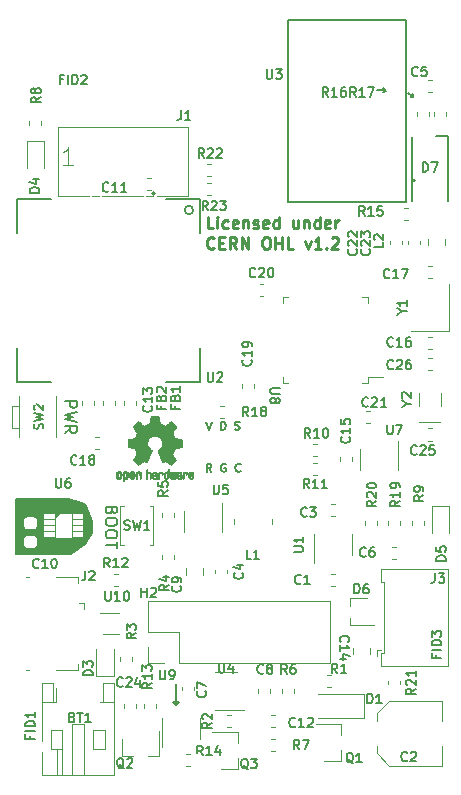
<source format=gto>
G04 #@! TF.GenerationSoftware,KiCad,Pcbnew,(5.1.5-0-10_14)*
G04 #@! TF.CreationDate,2020-01-03T19:11:33+02:00*
G04 #@! TF.ProjectId,oibus-mini-CCC,6f696275-732d-46d6-996e-692d4343432e,rev?*
G04 #@! TF.SameCoordinates,Original*
G04 #@! TF.FileFunction,Legend,Top*
G04 #@! TF.FilePolarity,Positive*
%FSLAX46Y46*%
G04 Gerber Fmt 4.6, Leading zero omitted, Abs format (unit mm)*
G04 Created by KiCad (PCBNEW (5.1.5-0-10_14)) date 2020-01-03 19:11:33*
%MOMM*%
%LPD*%
G04 APERTURE LIST*
%ADD10C,0.150000*%
%ADD11C,0.200000*%
%ADD12C,0.250000*%
%ADD13C,0.120000*%
%ADD14C,0.127000*%
%ADD15C,0.010000*%
%ADD16C,0.149860*%
%ADD17C,0.001000*%
%ADD18C,1.000000*%
%ADD19C,5.702000*%
%ADD20R,0.802000X0.552000*%
%ADD21C,1.092600*%
%ADD22C,0.889400*%
%ADD23R,0.502000X1.162000*%
%ADD24R,1.302000X1.502000*%
%ADD25O,1.802000X1.802000*%
%ADD26R,1.802000X1.802000*%
%ADD27R,1.602000X1.902000*%
%ADD28R,1.902000X1.602000*%
%ADD29R,0.302000X1.102000*%
%ADD30R,0.902000X0.402000*%
%ADD31R,1.252000X0.802000*%
%ADD32R,0.802000X1.252000*%
%ADD33R,0.802000X0.802000*%
%ADD34O,1.302000X1.852000*%
%ADD35R,3.502000X1.402000*%
%ADD36R,1.002000X0.902000*%
%ADD37R,0.752000X1.162000*%
%ADD38R,1.162000X0.752000*%
%ADD39R,2.002000X1.602000*%
%ADD40C,1.552000*%
%ADD41R,1.452000X0.502000*%
%ADD42O,2.002000X1.302000*%
%ADD43R,2.002000X1.302000*%
%ADD44O,1.402000X0.902000*%
%ADD45R,1.102000X1.602000*%
%ADD46R,0.902000X1.002000*%
%ADD47C,1.626000*%
%ADD48R,0.552000X0.402000*%
%ADD49R,1.202000X1.202000*%
%ADD50R,1.902000X1.102000*%
%ADD51R,1.802000X1.002000*%
%ADD52R,1.152000X1.502000*%
%ADD53C,0.802000*%
G04 APERTURE END LIST*
D10*
X33400000Y57050000D02*
X33600000Y57050000D01*
X33600000Y57350000D02*
X33400000Y57050000D01*
X33600000Y57100000D02*
X33600000Y57350000D01*
X33150000Y57450000D02*
X33600000Y57100000D01*
X31250000Y57600000D02*
X31000000Y57500000D01*
X31200000Y57650000D02*
X31000000Y57800000D01*
X30500000Y57650000D02*
X31200000Y57650000D01*
G36*
X5800000Y22600000D02*
G01*
X6400000Y21200000D01*
X6400000Y20200000D01*
X5800000Y19200000D01*
X4600000Y18400000D01*
X0Y18400000D01*
X0Y23000000D01*
X4400000Y23000000D01*
X5800000Y22600000D01*
G37*
X5800000Y22600000D02*
X6400000Y21200000D01*
X6400000Y20200000D01*
X5800000Y19200000D01*
X4600000Y18400000D01*
X0Y18400000D01*
X0Y23000000D01*
X4400000Y23000000D01*
X5800000Y22600000D01*
D11*
X4097619Y31333333D02*
X5097619Y31333333D01*
X5097619Y30952380D01*
X5050000Y30857142D01*
X5002380Y30809523D01*
X4907142Y30761904D01*
X4764285Y30761904D01*
X4669047Y30809523D01*
X4621428Y30857142D01*
X4573809Y30952380D01*
X4573809Y31333333D01*
X5097619Y30428571D02*
X4097619Y30190476D01*
X4811904Y30000000D01*
X4097619Y29809523D01*
X5097619Y29571428D01*
X4097619Y28619047D02*
X4573809Y28952380D01*
X4097619Y29190476D02*
X5097619Y29190476D01*
X5097619Y28809523D01*
X5050000Y28714285D01*
X5002380Y28666666D01*
X4907142Y28619047D01*
X4764285Y28619047D01*
X4669047Y28666666D01*
X4621428Y28714285D01*
X4573809Y28809523D01*
X4573809Y29190476D01*
D10*
X13300000Y5825000D02*
X13550000Y5575000D01*
X13800000Y5825000D02*
X13300000Y5825000D01*
X13550000Y5600000D02*
X13800000Y5825000D01*
X13550000Y7400000D02*
X13550000Y5600000D01*
X14960555Y47500000D02*
G75*
G03X14960555Y47500000I-360555J0D01*
G01*
D11*
X8071428Y22057142D02*
X8023809Y21914285D01*
X7976190Y21866666D01*
X7880952Y21819047D01*
X7738095Y21819047D01*
X7642857Y21866666D01*
X7595238Y21914285D01*
X7547619Y22009523D01*
X7547619Y22390476D01*
X8547619Y22390476D01*
X8547619Y22057142D01*
X8500000Y21961904D01*
X8452380Y21914285D01*
X8357142Y21866666D01*
X8261904Y21866666D01*
X8166666Y21914285D01*
X8119047Y21961904D01*
X8071428Y22057142D01*
X8071428Y22390476D01*
X8547619Y21200000D02*
X8547619Y21009523D01*
X8500000Y20914285D01*
X8404761Y20819047D01*
X8214285Y20771428D01*
X7880952Y20771428D01*
X7690476Y20819047D01*
X7595238Y20914285D01*
X7547619Y21009523D01*
X7547619Y21200000D01*
X7595238Y21295238D01*
X7690476Y21390476D01*
X7880952Y21438095D01*
X8214285Y21438095D01*
X8404761Y21390476D01*
X8500000Y21295238D01*
X8547619Y21200000D01*
X8547619Y20152380D02*
X8547619Y19961904D01*
X8500000Y19866666D01*
X8404761Y19771428D01*
X8214285Y19723809D01*
X7880952Y19723809D01*
X7690476Y19771428D01*
X7595238Y19866666D01*
X7547619Y19961904D01*
X7547619Y20152380D01*
X7595238Y20247619D01*
X7690476Y20342857D01*
X7880952Y20390476D01*
X8214285Y20390476D01*
X8404761Y20342857D01*
X8500000Y20247619D01*
X8547619Y20152380D01*
X8547619Y19438095D02*
X8547619Y18866666D01*
X7547619Y19152380D02*
X8547619Y19152380D01*
D12*
X16680000Y45952619D02*
X16203809Y45952619D01*
X16203809Y46952619D01*
X17013333Y45952619D02*
X17013333Y46619285D01*
X17013333Y46952619D02*
X16965714Y46905000D01*
X17013333Y46857380D01*
X17060952Y46905000D01*
X17013333Y46952619D01*
X17013333Y46857380D01*
X17918095Y46000238D02*
X17822857Y45952619D01*
X17632380Y45952619D01*
X17537142Y46000238D01*
X17489523Y46047857D01*
X17441904Y46143095D01*
X17441904Y46428809D01*
X17489523Y46524047D01*
X17537142Y46571666D01*
X17632380Y46619285D01*
X17822857Y46619285D01*
X17918095Y46571666D01*
X18727619Y46000238D02*
X18632380Y45952619D01*
X18441904Y45952619D01*
X18346666Y46000238D01*
X18299047Y46095476D01*
X18299047Y46476428D01*
X18346666Y46571666D01*
X18441904Y46619285D01*
X18632380Y46619285D01*
X18727619Y46571666D01*
X18775238Y46476428D01*
X18775238Y46381190D01*
X18299047Y46285952D01*
X19203809Y46619285D02*
X19203809Y45952619D01*
X19203809Y46524047D02*
X19251428Y46571666D01*
X19346666Y46619285D01*
X19489523Y46619285D01*
X19584761Y46571666D01*
X19632380Y46476428D01*
X19632380Y45952619D01*
X20060952Y46000238D02*
X20156190Y45952619D01*
X20346666Y45952619D01*
X20441904Y46000238D01*
X20489523Y46095476D01*
X20489523Y46143095D01*
X20441904Y46238333D01*
X20346666Y46285952D01*
X20203809Y46285952D01*
X20108571Y46333571D01*
X20060952Y46428809D01*
X20060952Y46476428D01*
X20108571Y46571666D01*
X20203809Y46619285D01*
X20346666Y46619285D01*
X20441904Y46571666D01*
X21299047Y46000238D02*
X21203809Y45952619D01*
X21013333Y45952619D01*
X20918095Y46000238D01*
X20870476Y46095476D01*
X20870476Y46476428D01*
X20918095Y46571666D01*
X21013333Y46619285D01*
X21203809Y46619285D01*
X21299047Y46571666D01*
X21346666Y46476428D01*
X21346666Y46381190D01*
X20870476Y46285952D01*
X22203809Y45952619D02*
X22203809Y46952619D01*
X22203809Y46000238D02*
X22108571Y45952619D01*
X21918095Y45952619D01*
X21822857Y46000238D01*
X21775238Y46047857D01*
X21727619Y46143095D01*
X21727619Y46428809D01*
X21775238Y46524047D01*
X21822857Y46571666D01*
X21918095Y46619285D01*
X22108571Y46619285D01*
X22203809Y46571666D01*
X23870476Y46619285D02*
X23870476Y45952619D01*
X23441904Y46619285D02*
X23441904Y46095476D01*
X23489523Y46000238D01*
X23584761Y45952619D01*
X23727619Y45952619D01*
X23822857Y46000238D01*
X23870476Y46047857D01*
X24346666Y46619285D02*
X24346666Y45952619D01*
X24346666Y46524047D02*
X24394285Y46571666D01*
X24489523Y46619285D01*
X24632380Y46619285D01*
X24727619Y46571666D01*
X24775238Y46476428D01*
X24775238Y45952619D01*
X25680000Y45952619D02*
X25680000Y46952619D01*
X25680000Y46000238D02*
X25584761Y45952619D01*
X25394285Y45952619D01*
X25299047Y46000238D01*
X25251428Y46047857D01*
X25203809Y46143095D01*
X25203809Y46428809D01*
X25251428Y46524047D01*
X25299047Y46571666D01*
X25394285Y46619285D01*
X25584761Y46619285D01*
X25680000Y46571666D01*
X26537142Y46000238D02*
X26441904Y45952619D01*
X26251428Y45952619D01*
X26156190Y46000238D01*
X26108571Y46095476D01*
X26108571Y46476428D01*
X26156190Y46571666D01*
X26251428Y46619285D01*
X26441904Y46619285D01*
X26537142Y46571666D01*
X26584761Y46476428D01*
X26584761Y46381190D01*
X26108571Y46285952D01*
X27013333Y45952619D02*
X27013333Y46619285D01*
X27013333Y46428809D02*
X27060952Y46524047D01*
X27108571Y46571666D01*
X27203809Y46619285D01*
X27299047Y46619285D01*
X16727619Y44297857D02*
X16680000Y44250238D01*
X16537142Y44202619D01*
X16441904Y44202619D01*
X16299047Y44250238D01*
X16203809Y44345476D01*
X16156190Y44440714D01*
X16108571Y44631190D01*
X16108571Y44774047D01*
X16156190Y44964523D01*
X16203809Y45059761D01*
X16299047Y45155000D01*
X16441904Y45202619D01*
X16537142Y45202619D01*
X16680000Y45155000D01*
X16727619Y45107380D01*
X17156190Y44726428D02*
X17489523Y44726428D01*
X17632380Y44202619D02*
X17156190Y44202619D01*
X17156190Y45202619D01*
X17632380Y45202619D01*
X18632380Y44202619D02*
X18299047Y44678809D01*
X18060952Y44202619D02*
X18060952Y45202619D01*
X18441904Y45202619D01*
X18537142Y45155000D01*
X18584761Y45107380D01*
X18632380Y45012142D01*
X18632380Y44869285D01*
X18584761Y44774047D01*
X18537142Y44726428D01*
X18441904Y44678809D01*
X18060952Y44678809D01*
X19060952Y44202619D02*
X19060952Y45202619D01*
X19632380Y44202619D01*
X19632380Y45202619D01*
X21060952Y45202619D02*
X21251428Y45202619D01*
X21346666Y45155000D01*
X21441904Y45059761D01*
X21489523Y44869285D01*
X21489523Y44535952D01*
X21441904Y44345476D01*
X21346666Y44250238D01*
X21251428Y44202619D01*
X21060952Y44202619D01*
X20965714Y44250238D01*
X20870476Y44345476D01*
X20822857Y44535952D01*
X20822857Y44869285D01*
X20870476Y45059761D01*
X20965714Y45155000D01*
X21060952Y45202619D01*
X21918095Y44202619D02*
X21918095Y45202619D01*
X21918095Y44726428D02*
X22489523Y44726428D01*
X22489523Y44202619D02*
X22489523Y45202619D01*
X23441904Y44202619D02*
X22965714Y44202619D01*
X22965714Y45202619D01*
X24441904Y44869285D02*
X24680000Y44202619D01*
X24918095Y44869285D01*
X25822857Y44202619D02*
X25251428Y44202619D01*
X25537142Y44202619D02*
X25537142Y45202619D01*
X25441904Y45059761D01*
X25346666Y44964523D01*
X25251428Y44916904D01*
X26251428Y44297857D02*
X26299047Y44250238D01*
X26251428Y44202619D01*
X26203809Y44250238D01*
X26251428Y44297857D01*
X26251428Y44202619D01*
X26680000Y45107380D02*
X26727619Y45155000D01*
X26822857Y45202619D01*
X27060952Y45202619D01*
X27156190Y45155000D01*
X27203809Y45107380D01*
X27251428Y45012142D01*
X27251428Y44916904D01*
X27203809Y44774047D01*
X26632380Y44202619D01*
X27251428Y44202619D01*
D13*
X6962779Y28310000D02*
X6637221Y28310000D01*
X6962779Y27290000D02*
X6637221Y27290000D01*
X29751624Y33340000D02*
X31041624Y33340000D01*
X29751624Y32890000D02*
X29751624Y33340000D01*
X29301624Y32890000D02*
X29751624Y32890000D01*
X22531624Y32890000D02*
X22531624Y33340000D01*
X22981624Y32890000D02*
X22531624Y32890000D01*
X29751624Y40110000D02*
X29751624Y39660000D01*
X29301624Y40110000D02*
X29751624Y40110000D01*
X22531624Y40110000D02*
X22531624Y39660000D01*
X22981624Y40110000D02*
X22531624Y40110000D01*
X8740000Y9662779D02*
X8740000Y9337221D01*
X9760000Y9662779D02*
X9760000Y9337221D01*
X28410000Y26237221D02*
X28410000Y26562779D01*
X27390000Y26237221D02*
X27390000Y26562779D01*
X35197989Y36760000D02*
X34872431Y36760000D01*
X35197989Y35740000D02*
X34872431Y35740000D01*
X35197989Y42760000D02*
X34872431Y42760000D01*
X35197989Y41740000D02*
X34872431Y41740000D01*
X19090000Y32775279D02*
X19090000Y32449721D01*
X20110000Y32775279D02*
X20110000Y32449721D01*
X20587221Y40240000D02*
X20912779Y40240000D01*
X20587221Y41260000D02*
X20912779Y41260000D01*
X29637221Y29490000D02*
X29962779Y29490000D01*
X29637221Y30510000D02*
X29962779Y30510000D01*
X31640000Y44912779D02*
X31640000Y44587221D01*
X32660000Y44912779D02*
X32660000Y44587221D01*
X33140000Y44912779D02*
X33140000Y44587221D01*
X34160000Y44912779D02*
X34160000Y44587221D01*
X29910000Y9941422D02*
X29910000Y10458578D01*
X28490000Y9941422D02*
X28490000Y10458578D01*
X29680000Y14660000D02*
X28270000Y14660000D01*
X28270000Y12340000D02*
X30300000Y12340000D01*
X28270000Y12340000D02*
X28270000Y13000000D01*
X28270000Y14000000D02*
X28270000Y14660000D01*
X30490000Y1504437D02*
X31554437Y440000D01*
X30490000Y4895563D02*
X31554437Y5960000D01*
X30490000Y4895563D02*
X30490000Y4260000D01*
X30490000Y1504437D02*
X30490000Y2140000D01*
X31554437Y440000D02*
X36010000Y440000D01*
X31554437Y5960000D02*
X36010000Y5960000D01*
X36010000Y5960000D02*
X36010000Y4260000D01*
X36010000Y440000D02*
X36010000Y2140000D01*
X34890000Y45058578D02*
X34890000Y44541422D01*
X36310000Y45058578D02*
X36310000Y44541422D01*
X32310000Y25500000D02*
X32310000Y27950000D01*
X29090000Y27300000D02*
X29090000Y25500000D01*
X36635210Y37250000D02*
X36635210Y41250000D01*
X33435210Y37250000D02*
X36635210Y37250000D01*
X25412779Y27710000D02*
X25087221Y27710000D01*
X25412779Y26690000D02*
X25087221Y26690000D01*
X25412779Y26110000D02*
X25087221Y26110000D01*
X25412779Y25090000D02*
X25087221Y25090000D01*
X2335000Y51050000D02*
X2335000Y53335000D01*
X2335000Y53335000D02*
X865000Y53335000D01*
X865000Y53335000D02*
X865000Y51050000D01*
X2110000Y54687221D02*
X2110000Y55012779D01*
X1090000Y54687221D02*
X1090000Y55012779D01*
X34510000Y21162779D02*
X34510000Y20837221D01*
X33490000Y21162779D02*
X33490000Y20837221D01*
X36635000Y20200000D02*
X36635000Y22485000D01*
X36635000Y22485000D02*
X35165000Y22485000D01*
X35165000Y22485000D02*
X35165000Y20200000D01*
X8235000Y8015000D02*
X8235000Y10300000D01*
X6765000Y8015000D02*
X8235000Y8015000D01*
X6765000Y10300000D02*
X6765000Y8015000D01*
X11170000Y9170000D02*
X11170000Y10500000D01*
X12500000Y9170000D02*
X11170000Y9170000D01*
X11170000Y11770000D02*
X11170000Y14370000D01*
X13770000Y11770000D02*
X11170000Y11770000D01*
X13770000Y9170000D02*
X13770000Y11770000D01*
X11170000Y14370000D02*
X26530000Y14370000D01*
X13770000Y9170000D02*
X26530000Y9170000D01*
X26530000Y9170000D02*
X26530000Y14370000D01*
D14*
X15550000Y45570000D02*
X15550000Y48450000D01*
X12670000Y48450000D02*
X15550000Y48450000D01*
X12670000Y32950000D02*
X15550000Y32950000D01*
X15550000Y35830000D02*
X15550000Y32950000D01*
X50000Y35830000D02*
X50000Y32950000D01*
X2930000Y32950000D02*
X50000Y32950000D01*
X2930000Y48450000D02*
X50000Y48450000D01*
X50000Y45570000D02*
X50000Y48450000D01*
D11*
X11700000Y48900000D02*
G75*
G03X11700000Y48900000I-100000J0D01*
G01*
X2020000Y21600000D02*
G75*
G03X2020000Y21600000I-120000J0D01*
G01*
D14*
X2750000Y19550000D02*
X5250000Y19550000D01*
X2750000Y22050000D02*
X5250000Y22050000D01*
D13*
X35162779Y57490000D02*
X34837221Y57490000D01*
X35162779Y58510000D02*
X34837221Y58510000D01*
X1710000Y20362779D02*
X1710000Y20037221D01*
X690000Y20362779D02*
X690000Y20037221D01*
X11362779Y49190000D02*
X11037221Y49190000D01*
X11362779Y50210000D02*
X11037221Y50210000D01*
X10110000Y31037221D02*
X10110000Y31362779D01*
X9090000Y31037221D02*
X9090000Y31362779D01*
X7290000Y31024721D02*
X7290000Y31350279D01*
X8310000Y31024721D02*
X8310000Y31350279D01*
D11*
X33754000Y50000000D02*
G75*
G03X33754000Y50000000I-100000J0D01*
G01*
D14*
X33020000Y48180000D02*
X22980000Y48180000D01*
X22980000Y48180000D02*
X22980000Y63620000D01*
X22980000Y63620000D02*
X33020000Y63620000D01*
X33020000Y63620000D02*
X33020000Y48180000D01*
D13*
X3340000Y5860000D02*
X3060000Y5860000D01*
X3060000Y5860000D02*
X3060000Y7460000D01*
X3060000Y7460000D02*
X2140000Y7460000D01*
X2140000Y7460000D02*
X2140000Y-360000D01*
X2140000Y-360000D02*
X8260000Y-360000D01*
X8260000Y-360000D02*
X8260000Y7460000D01*
X8260000Y7460000D02*
X7340000Y7460000D01*
X7340000Y7460000D02*
X7340000Y5860000D01*
X7340000Y5860000D02*
X7060000Y5860000D01*
X4700000Y-360000D02*
X4700000Y4000000D01*
X4700000Y4000000D02*
X5700000Y4000000D01*
X5700000Y4000000D02*
X5700000Y-360000D01*
X2140000Y5860000D02*
X3060000Y5860000D01*
X8260000Y5860000D02*
X7340000Y5860000D01*
X2900000Y3500000D02*
X2900000Y1900000D01*
X2900000Y1900000D02*
X3900000Y1900000D01*
X3900000Y1900000D02*
X3900000Y3500000D01*
X3900000Y3500000D02*
X2900000Y3500000D01*
X7500000Y3500000D02*
X7500000Y1900000D01*
X7500000Y1900000D02*
X6500000Y1900000D01*
X6500000Y1900000D02*
X6500000Y3500000D01*
X6500000Y3500000D02*
X7500000Y3500000D01*
X3900000Y1900000D02*
X3900000Y-360000D01*
X3400000Y1900000D02*
X3400000Y-360000D01*
X3340000Y5860000D02*
X3340000Y7075000D01*
X26962779Y16710000D02*
X26637221Y16710000D01*
X26962779Y15690000D02*
X26637221Y15690000D01*
X26962779Y21590000D02*
X26637221Y21590000D01*
X26962779Y22610000D02*
X26637221Y22610000D01*
X14340000Y16641422D02*
X14340000Y17158578D01*
X15760000Y16641422D02*
X15760000Y17158578D01*
X21587221Y4760000D02*
X21912779Y4760000D01*
X21587221Y3740000D02*
X21912779Y3740000D01*
X18450000Y20950000D02*
X18450000Y21350000D01*
X21650000Y20950000D02*
X21650000Y21350000D01*
X27510000Y820000D02*
X27510000Y1750000D01*
X27510000Y3980000D02*
X27510000Y3050000D01*
X27510000Y3980000D02*
X25350000Y3980000D01*
X27510000Y820000D02*
X26050000Y820000D01*
X17837221Y4760000D02*
X18162779Y4760000D01*
X17837221Y3740000D02*
X18162779Y3740000D01*
X13310000Y17987221D02*
X13310000Y18312779D01*
X12290000Y17987221D02*
X12290000Y18312779D01*
X12290000Y21487221D02*
X12290000Y21812779D01*
X13310000Y21487221D02*
X13310000Y21812779D01*
X22490000Y6912779D02*
X22490000Y6587221D01*
X23510000Y6912779D02*
X23510000Y6587221D01*
X21912779Y1740000D02*
X21587221Y1740000D01*
X21912779Y2760000D02*
X21587221Y2760000D01*
X25215001Y20075001D02*
X25215001Y17625001D01*
X28435001Y18275001D02*
X28435001Y20075001D01*
X18650000Y8360000D02*
X16850000Y8360000D01*
X16850000Y5140000D02*
X19300000Y5140000D01*
X14190000Y22050000D02*
X14190000Y20250000D01*
X17410000Y20250000D02*
X17410000Y22700000D01*
X5200000Y16400000D02*
X5200000Y15950000D01*
X3350000Y16400000D02*
X5200000Y16400000D01*
X800000Y8600000D02*
X1050000Y8600000D01*
X800000Y16400000D02*
X1050000Y16400000D01*
X3350000Y8600000D02*
X5200000Y8600000D01*
X5200000Y8600000D02*
X5200000Y9050000D01*
X5750000Y14200000D02*
X5750000Y13750000D01*
X5750000Y14200000D02*
X5300000Y14200000D01*
X30850000Y10250000D02*
X30550000Y10250000D01*
X30550000Y10250000D02*
X30550000Y9750000D01*
X31140000Y13000000D02*
X31140000Y9960000D01*
X31140000Y9960000D02*
X30840000Y9960000D01*
X30840000Y9960000D02*
X30840000Y8890000D01*
X30840000Y8890000D02*
X36560000Y8890000D01*
X36560000Y8890000D02*
X36560000Y13000000D01*
X31140000Y13000000D02*
X31140000Y16040000D01*
X31140000Y16040000D02*
X30840000Y16040000D01*
X30840000Y16040000D02*
X30840000Y17110000D01*
X30840000Y17110000D02*
X36560000Y17110000D01*
X36560000Y17110000D02*
X36560000Y13000000D01*
X26337221Y8110000D02*
X26662779Y8110000D01*
X26337221Y7090000D02*
X26662779Y7090000D01*
X8237221Y15690000D02*
X8562779Y15690000D01*
X8237221Y16710000D02*
X8562779Y16710000D01*
X9090000Y5337221D02*
X9090000Y5662779D01*
X10110000Y5337221D02*
X10110000Y5662779D01*
X34837221Y29010000D02*
X35162779Y29010000D01*
X34837221Y27990000D02*
X35162779Y27990000D01*
X35162779Y35010000D02*
X34837221Y35010000D01*
X35162779Y33990000D02*
X34837221Y33990000D01*
D10*
X33500000Y48300000D02*
X33500000Y53700000D01*
X36500000Y48300000D02*
X36500000Y53800000D01*
X35500000Y53800000D02*
X36500000Y53800000D01*
D13*
X8920000Y1240000D02*
X8920000Y2700000D01*
X12080000Y1240000D02*
X12080000Y3400000D01*
X12080000Y1240000D02*
X11150000Y1240000D01*
X8920000Y1240000D02*
X9850000Y1240000D01*
X18760000Y170000D02*
X18760000Y1100000D01*
X18760000Y3330000D02*
X18760000Y2400000D01*
X18760000Y3330000D02*
X16600000Y3330000D01*
X18760000Y170000D02*
X17300000Y170000D01*
X10840000Y5662779D02*
X10840000Y5337221D01*
X11860000Y5662779D02*
X11860000Y5337221D01*
X14337221Y1410000D02*
X14662779Y1410000D01*
X14337221Y390000D02*
X14662779Y390000D01*
X32837221Y47710000D02*
X33162779Y47710000D01*
X32837221Y46690000D02*
X33162779Y46690000D01*
X33890000Y55762779D02*
X33890000Y55437221D01*
X34910000Y55762779D02*
X34910000Y55437221D01*
X36410000Y55762779D02*
X36410000Y55437221D01*
X35390000Y55762779D02*
X35390000Y55437221D01*
X17562779Y29890000D02*
X17237221Y29890000D01*
X17562779Y30910000D02*
X17237221Y30910000D01*
X11000000Y48700000D02*
X11600000Y48700000D01*
X6400000Y48700000D02*
X7000000Y48700000D01*
X3500000Y54550000D02*
X14550000Y54550000D01*
X3500000Y48700000D02*
X3500000Y54550000D01*
X7250000Y48700000D02*
X10750000Y48700000D01*
X14550000Y48700000D02*
X14550000Y54550000D01*
X3500000Y48700000D02*
X6150000Y48700000D01*
X11900000Y48700000D02*
X14550000Y48700000D01*
X8650000Y11600000D02*
X7350000Y11600000D01*
X7100000Y13400000D02*
X8650000Y13400000D01*
X32162779Y17990000D02*
X31837221Y17990000D01*
X32162779Y19010000D02*
X31837221Y19010000D01*
X32510000Y21162779D02*
X32510000Y20837221D01*
X31490000Y21162779D02*
X31490000Y20837221D01*
X30510000Y20837221D02*
X30510000Y21162779D01*
X29490000Y20837221D02*
X29490000Y21162779D01*
D15*
G36*
X11803910Y30057652D02*
G01*
X11882454Y30057222D01*
X11939298Y30056058D01*
X11978105Y30053793D01*
X12002538Y30050060D01*
X12016262Y30044494D01*
X12022940Y30036727D01*
X12026236Y30026395D01*
X12026556Y30025057D01*
X12031562Y30000921D01*
X12040829Y29953299D01*
X12053392Y29887259D01*
X12068287Y29807872D01*
X12084551Y29720204D01*
X12085119Y29717125D01*
X12101410Y29631211D01*
X12116652Y29555304D01*
X12129861Y29493955D01*
X12140054Y29451718D01*
X12146248Y29433145D01*
X12146543Y29432816D01*
X12164788Y29423747D01*
X12202405Y29408633D01*
X12251271Y29390738D01*
X12251543Y29390642D01*
X12313093Y29367507D01*
X12385657Y29338035D01*
X12454057Y29308403D01*
X12457294Y29306938D01*
X12568702Y29256374D01*
X12815399Y29424840D01*
X12891077Y29476197D01*
X12959631Y29522111D01*
X13017088Y29559970D01*
X13059476Y29587163D01*
X13082825Y29601079D01*
X13085042Y29602111D01*
X13102010Y29597516D01*
X13133701Y29575345D01*
X13181352Y29534553D01*
X13246198Y29474095D01*
X13312397Y29409773D01*
X13376214Y29346388D01*
X13433329Y29288549D01*
X13480305Y29239825D01*
X13513703Y29203790D01*
X13530085Y29184016D01*
X13530694Y29182998D01*
X13532505Y29169428D01*
X13525683Y29147267D01*
X13508540Y29113522D01*
X13479393Y29065200D01*
X13436555Y28999308D01*
X13379448Y28914483D01*
X13328766Y28839823D01*
X13283461Y28772860D01*
X13246150Y28717484D01*
X13219452Y28677580D01*
X13205985Y28657038D01*
X13205137Y28655644D01*
X13206781Y28635962D01*
X13219245Y28597707D01*
X13240048Y28548111D01*
X13247462Y28532272D01*
X13279814Y28461710D01*
X13314328Y28381647D01*
X13342365Y28312371D01*
X13362568Y28260955D01*
X13378615Y28221881D01*
X13387888Y28201459D01*
X13389041Y28199886D01*
X13406096Y28197279D01*
X13446298Y28190137D01*
X13504302Y28179477D01*
X13574763Y28166315D01*
X13652335Y28151667D01*
X13731672Y28136551D01*
X13807431Y28121982D01*
X13874264Y28108978D01*
X13926828Y28098555D01*
X13959776Y28091730D01*
X13967857Y28089801D01*
X13976205Y28085038D01*
X13982506Y28074282D01*
X13987045Y28053902D01*
X13990104Y28020266D01*
X13991967Y27969745D01*
X13992918Y27898708D01*
X13993240Y27803524D01*
X13993257Y27764508D01*
X13993257Y27447201D01*
X13917057Y27432161D01*
X13874663Y27424005D01*
X13811400Y27412101D01*
X13734962Y27397884D01*
X13653043Y27382790D01*
X13630400Y27378645D01*
X13554806Y27363947D01*
X13488953Y27349495D01*
X13438366Y27336625D01*
X13408574Y27326678D01*
X13403612Y27323713D01*
X13391426Y27302717D01*
X13373953Y27262033D01*
X13354577Y27209678D01*
X13350734Y27198400D01*
X13325339Y27128477D01*
X13293817Y27049582D01*
X13262969Y26978734D01*
X13262817Y26978405D01*
X13211447Y26867267D01*
X13380399Y26618747D01*
X13549352Y26370228D01*
X13332429Y26152942D01*
X13266819Y26088274D01*
X13206979Y26031267D01*
X13156267Y25984967D01*
X13118046Y25952416D01*
X13095675Y25936657D01*
X13092466Y25935657D01*
X13073626Y25943531D01*
X13035180Y25965422D01*
X12981330Y25998733D01*
X12916276Y26040869D01*
X12845940Y26088057D01*
X12774555Y26136190D01*
X12710908Y26178072D01*
X12659041Y26211129D01*
X12622995Y26232782D01*
X12606867Y26240457D01*
X12587189Y26233963D01*
X12549875Y26216850D01*
X12502621Y26192674D01*
X12497612Y26189987D01*
X12433977Y26158073D01*
X12390341Y26142421D01*
X12363202Y26142255D01*
X12349057Y26156796D01*
X12348975Y26157000D01*
X12341905Y26174221D01*
X12325042Y26215101D01*
X12299695Y26276475D01*
X12267171Y26355181D01*
X12228778Y26448053D01*
X12185822Y26551928D01*
X12144222Y26652498D01*
X12098504Y26763484D01*
X12056526Y26866297D01*
X12019548Y26957785D01*
X11988827Y27034799D01*
X11965622Y27094185D01*
X11951190Y27132791D01*
X11946743Y27147200D01*
X11957896Y27163728D01*
X11987069Y27190070D01*
X12025971Y27219113D01*
X12136757Y27310961D01*
X12223351Y27416241D01*
X12284716Y27532734D01*
X12319815Y27658224D01*
X12327608Y27790493D01*
X12321943Y27851543D01*
X12291078Y27978205D01*
X12237920Y28090059D01*
X12165767Y28185999D01*
X12077917Y28264924D01*
X11977665Y28325730D01*
X11868310Y28367313D01*
X11753147Y28388572D01*
X11635475Y28388401D01*
X11518590Y28365699D01*
X11405789Y28319362D01*
X11300369Y28248287D01*
X11256368Y28208089D01*
X11171979Y28104871D01*
X11113222Y27992075D01*
X11079704Y27872990D01*
X11071035Y27750905D01*
X11086823Y27629107D01*
X11126678Y27510884D01*
X11190207Y27399525D01*
X11277021Y27298316D01*
X11374029Y27219113D01*
X11414437Y27188838D01*
X11442982Y27162781D01*
X11453257Y27147175D01*
X11447877Y27130157D01*
X11432575Y27089500D01*
X11408612Y27028358D01*
X11377244Y26949881D01*
X11339732Y26857220D01*
X11297333Y26753528D01*
X11255663Y26652474D01*
X11209690Y26541393D01*
X11167107Y26438459D01*
X11129221Y26346835D01*
X11097340Y26269684D01*
X11072771Y26210169D01*
X11056820Y26171456D01*
X11050910Y26157000D01*
X11036948Y26142315D01*
X11009940Y26142358D01*
X10966413Y26157901D01*
X10902890Y26189716D01*
X10902388Y26189987D01*
X10854560Y26214677D01*
X10815897Y26232662D01*
X10794095Y26240386D01*
X10793133Y26240457D01*
X10776721Y26232622D01*
X10740487Y26210835D01*
X10688474Y26177672D01*
X10624725Y26135709D01*
X10554060Y26088057D01*
X10482116Y26039809D01*
X10417274Y25997849D01*
X10363735Y25964773D01*
X10325697Y25943179D01*
X10307533Y25935657D01*
X10290808Y25945543D01*
X10257180Y25973174D01*
X10210010Y26015505D01*
X10152658Y26069495D01*
X10088484Y26132101D01*
X10067497Y26153017D01*
X9850499Y26370377D01*
X10015668Y26612780D01*
X10065864Y26687219D01*
X10109919Y26754028D01*
X10145362Y26809335D01*
X10169719Y26849271D01*
X10180522Y26869964D01*
X10180838Y26871437D01*
X10175143Y26890942D01*
X10159826Y26930178D01*
X10137537Y26982570D01*
X10121893Y27017645D01*
X10092641Y27084799D01*
X10065094Y27152642D01*
X10043737Y27209966D01*
X10037935Y27227428D01*
X10021452Y27274062D01*
X10005340Y27310095D01*
X9996490Y27323713D01*
X9976960Y27332048D01*
X9934334Y27343863D01*
X9874145Y27357819D01*
X9801922Y27372578D01*
X9769600Y27378645D01*
X9687522Y27393727D01*
X9608795Y27408331D01*
X9541109Y27421020D01*
X9492160Y27430358D01*
X9482943Y27432161D01*
X9406743Y27447201D01*
X9406743Y27764508D01*
X9406914Y27868846D01*
X9407616Y27947787D01*
X9409134Y28004962D01*
X9411749Y28044001D01*
X9415746Y28068535D01*
X9421409Y28082195D01*
X9429020Y28088611D01*
X9432143Y28089801D01*
X9450978Y28094020D01*
X9492588Y28102438D01*
X9551630Y28114039D01*
X9622757Y28127805D01*
X9700625Y28142720D01*
X9779887Y28157768D01*
X9855198Y28171931D01*
X9921213Y28184194D01*
X9972587Y28193539D01*
X10003975Y28198950D01*
X10010959Y28199886D01*
X10017285Y28212404D01*
X10031290Y28245754D01*
X10050355Y28293623D01*
X10057634Y28312371D01*
X10086996Y28384805D01*
X10121571Y28464830D01*
X10152537Y28532272D01*
X10175323Y28583841D01*
X10190482Y28626215D01*
X10195542Y28652166D01*
X10194736Y28655644D01*
X10184041Y28672064D01*
X10159620Y28708583D01*
X10124095Y28761313D01*
X10080087Y28826365D01*
X10030217Y28899849D01*
X10020356Y28914355D01*
X9962492Y29000296D01*
X9919956Y29065739D01*
X9891054Y29113696D01*
X9874090Y29147180D01*
X9867367Y29169205D01*
X9869190Y29182783D01*
X9869236Y29182869D01*
X9883586Y29200703D01*
X9915323Y29235183D01*
X9961010Y29282732D01*
X10017204Y29339778D01*
X10080468Y29402745D01*
X10087602Y29409773D01*
X10167330Y29486980D01*
X10228857Y29543670D01*
X10273421Y29580890D01*
X10302257Y29599685D01*
X10314958Y29602111D01*
X10333494Y29591529D01*
X10371961Y29567084D01*
X10426386Y29531388D01*
X10492798Y29487053D01*
X10567225Y29436689D01*
X10584601Y29424840D01*
X10831297Y29256374D01*
X10942706Y29306938D01*
X11010457Y29336405D01*
X11083183Y29366041D01*
X11145703Y29389670D01*
X11148457Y29390642D01*
X11197360Y29408543D01*
X11235057Y29423680D01*
X11253425Y29432790D01*
X11253456Y29432816D01*
X11259285Y29449283D01*
X11269192Y29489781D01*
X11282195Y29549758D01*
X11297309Y29624660D01*
X11313552Y29709936D01*
X11314881Y29717125D01*
X11331175Y29804986D01*
X11346133Y29884740D01*
X11358791Y29951319D01*
X11368186Y29999653D01*
X11373354Y30024675D01*
X11373444Y30025057D01*
X11376589Y30035701D01*
X11382704Y30043738D01*
X11395453Y30049533D01*
X11418500Y30053453D01*
X11455509Y30055865D01*
X11510144Y30057135D01*
X11586067Y30057629D01*
X11686944Y30057714D01*
X11700000Y30057714D01*
X11803910Y30057652D01*
G37*
X11803910Y30057652D02*
X11882454Y30057222D01*
X11939298Y30056058D01*
X11978105Y30053793D01*
X12002538Y30050060D01*
X12016262Y30044494D01*
X12022940Y30036727D01*
X12026236Y30026395D01*
X12026556Y30025057D01*
X12031562Y30000921D01*
X12040829Y29953299D01*
X12053392Y29887259D01*
X12068287Y29807872D01*
X12084551Y29720204D01*
X12085119Y29717125D01*
X12101410Y29631211D01*
X12116652Y29555304D01*
X12129861Y29493955D01*
X12140054Y29451718D01*
X12146248Y29433145D01*
X12146543Y29432816D01*
X12164788Y29423747D01*
X12202405Y29408633D01*
X12251271Y29390738D01*
X12251543Y29390642D01*
X12313093Y29367507D01*
X12385657Y29338035D01*
X12454057Y29308403D01*
X12457294Y29306938D01*
X12568702Y29256374D01*
X12815399Y29424840D01*
X12891077Y29476197D01*
X12959631Y29522111D01*
X13017088Y29559970D01*
X13059476Y29587163D01*
X13082825Y29601079D01*
X13085042Y29602111D01*
X13102010Y29597516D01*
X13133701Y29575345D01*
X13181352Y29534553D01*
X13246198Y29474095D01*
X13312397Y29409773D01*
X13376214Y29346388D01*
X13433329Y29288549D01*
X13480305Y29239825D01*
X13513703Y29203790D01*
X13530085Y29184016D01*
X13530694Y29182998D01*
X13532505Y29169428D01*
X13525683Y29147267D01*
X13508540Y29113522D01*
X13479393Y29065200D01*
X13436555Y28999308D01*
X13379448Y28914483D01*
X13328766Y28839823D01*
X13283461Y28772860D01*
X13246150Y28717484D01*
X13219452Y28677580D01*
X13205985Y28657038D01*
X13205137Y28655644D01*
X13206781Y28635962D01*
X13219245Y28597707D01*
X13240048Y28548111D01*
X13247462Y28532272D01*
X13279814Y28461710D01*
X13314328Y28381647D01*
X13342365Y28312371D01*
X13362568Y28260955D01*
X13378615Y28221881D01*
X13387888Y28201459D01*
X13389041Y28199886D01*
X13406096Y28197279D01*
X13446298Y28190137D01*
X13504302Y28179477D01*
X13574763Y28166315D01*
X13652335Y28151667D01*
X13731672Y28136551D01*
X13807431Y28121982D01*
X13874264Y28108978D01*
X13926828Y28098555D01*
X13959776Y28091730D01*
X13967857Y28089801D01*
X13976205Y28085038D01*
X13982506Y28074282D01*
X13987045Y28053902D01*
X13990104Y28020266D01*
X13991967Y27969745D01*
X13992918Y27898708D01*
X13993240Y27803524D01*
X13993257Y27764508D01*
X13993257Y27447201D01*
X13917057Y27432161D01*
X13874663Y27424005D01*
X13811400Y27412101D01*
X13734962Y27397884D01*
X13653043Y27382790D01*
X13630400Y27378645D01*
X13554806Y27363947D01*
X13488953Y27349495D01*
X13438366Y27336625D01*
X13408574Y27326678D01*
X13403612Y27323713D01*
X13391426Y27302717D01*
X13373953Y27262033D01*
X13354577Y27209678D01*
X13350734Y27198400D01*
X13325339Y27128477D01*
X13293817Y27049582D01*
X13262969Y26978734D01*
X13262817Y26978405D01*
X13211447Y26867267D01*
X13380399Y26618747D01*
X13549352Y26370228D01*
X13332429Y26152942D01*
X13266819Y26088274D01*
X13206979Y26031267D01*
X13156267Y25984967D01*
X13118046Y25952416D01*
X13095675Y25936657D01*
X13092466Y25935657D01*
X13073626Y25943531D01*
X13035180Y25965422D01*
X12981330Y25998733D01*
X12916276Y26040869D01*
X12845940Y26088057D01*
X12774555Y26136190D01*
X12710908Y26178072D01*
X12659041Y26211129D01*
X12622995Y26232782D01*
X12606867Y26240457D01*
X12587189Y26233963D01*
X12549875Y26216850D01*
X12502621Y26192674D01*
X12497612Y26189987D01*
X12433977Y26158073D01*
X12390341Y26142421D01*
X12363202Y26142255D01*
X12349057Y26156796D01*
X12348975Y26157000D01*
X12341905Y26174221D01*
X12325042Y26215101D01*
X12299695Y26276475D01*
X12267171Y26355181D01*
X12228778Y26448053D01*
X12185822Y26551928D01*
X12144222Y26652498D01*
X12098504Y26763484D01*
X12056526Y26866297D01*
X12019548Y26957785D01*
X11988827Y27034799D01*
X11965622Y27094185D01*
X11951190Y27132791D01*
X11946743Y27147200D01*
X11957896Y27163728D01*
X11987069Y27190070D01*
X12025971Y27219113D01*
X12136757Y27310961D01*
X12223351Y27416241D01*
X12284716Y27532734D01*
X12319815Y27658224D01*
X12327608Y27790493D01*
X12321943Y27851543D01*
X12291078Y27978205D01*
X12237920Y28090059D01*
X12165767Y28185999D01*
X12077917Y28264924D01*
X11977665Y28325730D01*
X11868310Y28367313D01*
X11753147Y28388572D01*
X11635475Y28388401D01*
X11518590Y28365699D01*
X11405789Y28319362D01*
X11300369Y28248287D01*
X11256368Y28208089D01*
X11171979Y28104871D01*
X11113222Y27992075D01*
X11079704Y27872990D01*
X11071035Y27750905D01*
X11086823Y27629107D01*
X11126678Y27510884D01*
X11190207Y27399525D01*
X11277021Y27298316D01*
X11374029Y27219113D01*
X11414437Y27188838D01*
X11442982Y27162781D01*
X11453257Y27147175D01*
X11447877Y27130157D01*
X11432575Y27089500D01*
X11408612Y27028358D01*
X11377244Y26949881D01*
X11339732Y26857220D01*
X11297333Y26753528D01*
X11255663Y26652474D01*
X11209690Y26541393D01*
X11167107Y26438459D01*
X11129221Y26346835D01*
X11097340Y26269684D01*
X11072771Y26210169D01*
X11056820Y26171456D01*
X11050910Y26157000D01*
X11036948Y26142315D01*
X11009940Y26142358D01*
X10966413Y26157901D01*
X10902890Y26189716D01*
X10902388Y26189987D01*
X10854560Y26214677D01*
X10815897Y26232662D01*
X10794095Y26240386D01*
X10793133Y26240457D01*
X10776721Y26232622D01*
X10740487Y26210835D01*
X10688474Y26177672D01*
X10624725Y26135709D01*
X10554060Y26088057D01*
X10482116Y26039809D01*
X10417274Y25997849D01*
X10363735Y25964773D01*
X10325697Y25943179D01*
X10307533Y25935657D01*
X10290808Y25945543D01*
X10257180Y25973174D01*
X10210010Y26015505D01*
X10152658Y26069495D01*
X10088484Y26132101D01*
X10067497Y26153017D01*
X9850499Y26370377D01*
X10015668Y26612780D01*
X10065864Y26687219D01*
X10109919Y26754028D01*
X10145362Y26809335D01*
X10169719Y26849271D01*
X10180522Y26869964D01*
X10180838Y26871437D01*
X10175143Y26890942D01*
X10159826Y26930178D01*
X10137537Y26982570D01*
X10121893Y27017645D01*
X10092641Y27084799D01*
X10065094Y27152642D01*
X10043737Y27209966D01*
X10037935Y27227428D01*
X10021452Y27274062D01*
X10005340Y27310095D01*
X9996490Y27323713D01*
X9976960Y27332048D01*
X9934334Y27343863D01*
X9874145Y27357819D01*
X9801922Y27372578D01*
X9769600Y27378645D01*
X9687522Y27393727D01*
X9608795Y27408331D01*
X9541109Y27421020D01*
X9492160Y27430358D01*
X9482943Y27432161D01*
X9406743Y27447201D01*
X9406743Y27764508D01*
X9406914Y27868846D01*
X9407616Y27947787D01*
X9409134Y28004962D01*
X9411749Y28044001D01*
X9415746Y28068535D01*
X9421409Y28082195D01*
X9429020Y28088611D01*
X9432143Y28089801D01*
X9450978Y28094020D01*
X9492588Y28102438D01*
X9551630Y28114039D01*
X9622757Y28127805D01*
X9700625Y28142720D01*
X9779887Y28157768D01*
X9855198Y28171931D01*
X9921213Y28184194D01*
X9972587Y28193539D01*
X10003975Y28198950D01*
X10010959Y28199886D01*
X10017285Y28212404D01*
X10031290Y28245754D01*
X10050355Y28293623D01*
X10057634Y28312371D01*
X10086996Y28384805D01*
X10121571Y28464830D01*
X10152537Y28532272D01*
X10175323Y28583841D01*
X10190482Y28626215D01*
X10195542Y28652166D01*
X10194736Y28655644D01*
X10184041Y28672064D01*
X10159620Y28708583D01*
X10124095Y28761313D01*
X10080087Y28826365D01*
X10030217Y28899849D01*
X10020356Y28914355D01*
X9962492Y29000296D01*
X9919956Y29065739D01*
X9891054Y29113696D01*
X9874090Y29147180D01*
X9867367Y29169205D01*
X9869190Y29182783D01*
X9869236Y29182869D01*
X9883586Y29200703D01*
X9915323Y29235183D01*
X9961010Y29282732D01*
X10017204Y29339778D01*
X10080468Y29402745D01*
X10087602Y29409773D01*
X10167330Y29486980D01*
X10228857Y29543670D01*
X10273421Y29580890D01*
X10302257Y29599685D01*
X10314958Y29602111D01*
X10333494Y29591529D01*
X10371961Y29567084D01*
X10426386Y29531388D01*
X10492798Y29487053D01*
X10567225Y29436689D01*
X10584601Y29424840D01*
X10831297Y29256374D01*
X10942706Y29306938D01*
X11010457Y29336405D01*
X11083183Y29366041D01*
X11145703Y29389670D01*
X11148457Y29390642D01*
X11197360Y29408543D01*
X11235057Y29423680D01*
X11253425Y29432790D01*
X11253456Y29432816D01*
X11259285Y29449283D01*
X11269192Y29489781D01*
X11282195Y29549758D01*
X11297309Y29624660D01*
X11313552Y29709936D01*
X11314881Y29717125D01*
X11331175Y29804986D01*
X11346133Y29884740D01*
X11358791Y29951319D01*
X11368186Y29999653D01*
X11373354Y30024675D01*
X11373444Y30025057D01*
X11376589Y30035701D01*
X11382704Y30043738D01*
X11395453Y30049533D01*
X11418500Y30053453D01*
X11455509Y30055865D01*
X11510144Y30057135D01*
X11586067Y30057629D01*
X11686944Y30057714D01*
X11700000Y30057714D01*
X11803910Y30057652D01*
G36*
X14853595Y25333034D02*
G01*
X14911021Y25295503D01*
X14938719Y25261904D01*
X14960662Y25200936D01*
X14962405Y25152692D01*
X14958457Y25088184D01*
X14809686Y25023066D01*
X14737349Y24989798D01*
X14690084Y24963036D01*
X14665507Y24939856D01*
X14661237Y24917333D01*
X14674889Y24892545D01*
X14689943Y24876114D01*
X14733746Y24849765D01*
X14781389Y24847919D01*
X14825145Y24868454D01*
X14857289Y24909248D01*
X14863038Y24923653D01*
X14890576Y24968644D01*
X14922258Y24987818D01*
X14965714Y25004221D01*
X14965714Y24942034D01*
X14961872Y24899717D01*
X14946823Y24864031D01*
X14915280Y24823057D01*
X14910592Y24817733D01*
X14875506Y24781280D01*
X14845347Y24761717D01*
X14807615Y24752717D01*
X14776335Y24749770D01*
X14720385Y24749035D01*
X14680555Y24758340D01*
X14655708Y24772154D01*
X14616656Y24802533D01*
X14589625Y24835387D01*
X14572517Y24876706D01*
X14563238Y24932479D01*
X14559693Y25008695D01*
X14559410Y25047378D01*
X14560372Y25093753D01*
X14648007Y25093753D01*
X14649023Y25068874D01*
X14651556Y25064800D01*
X14668274Y25070335D01*
X14704249Y25084983D01*
X14752331Y25105810D01*
X14762386Y25110286D01*
X14823152Y25141186D01*
X14856632Y25168343D01*
X14863990Y25193780D01*
X14846391Y25219519D01*
X14831856Y25230891D01*
X14779410Y25253636D01*
X14730322Y25249878D01*
X14689227Y25222116D01*
X14660758Y25172848D01*
X14651631Y25133743D01*
X14648007Y25093753D01*
X14560372Y25093753D01*
X14561285Y25137751D01*
X14568196Y25204616D01*
X14581884Y25253305D01*
X14604096Y25289151D01*
X14636574Y25317487D01*
X14650733Y25326645D01*
X14715053Y25350493D01*
X14785473Y25351994D01*
X14853595Y25333034D01*
G37*
X14853595Y25333034D02*
X14911021Y25295503D01*
X14938719Y25261904D01*
X14960662Y25200936D01*
X14962405Y25152692D01*
X14958457Y25088184D01*
X14809686Y25023066D01*
X14737349Y24989798D01*
X14690084Y24963036D01*
X14665507Y24939856D01*
X14661237Y24917333D01*
X14674889Y24892545D01*
X14689943Y24876114D01*
X14733746Y24849765D01*
X14781389Y24847919D01*
X14825145Y24868454D01*
X14857289Y24909248D01*
X14863038Y24923653D01*
X14890576Y24968644D01*
X14922258Y24987818D01*
X14965714Y25004221D01*
X14965714Y24942034D01*
X14961872Y24899717D01*
X14946823Y24864031D01*
X14915280Y24823057D01*
X14910592Y24817733D01*
X14875506Y24781280D01*
X14845347Y24761717D01*
X14807615Y24752717D01*
X14776335Y24749770D01*
X14720385Y24749035D01*
X14680555Y24758340D01*
X14655708Y24772154D01*
X14616656Y24802533D01*
X14589625Y24835387D01*
X14572517Y24876706D01*
X14563238Y24932479D01*
X14559693Y25008695D01*
X14559410Y25047378D01*
X14560372Y25093753D01*
X14648007Y25093753D01*
X14649023Y25068874D01*
X14651556Y25064800D01*
X14668274Y25070335D01*
X14704249Y25084983D01*
X14752331Y25105810D01*
X14762386Y25110286D01*
X14823152Y25141186D01*
X14856632Y25168343D01*
X14863990Y25193780D01*
X14846391Y25219519D01*
X14831856Y25230891D01*
X14779410Y25253636D01*
X14730322Y25249878D01*
X14689227Y25222116D01*
X14660758Y25172848D01*
X14651631Y25133743D01*
X14648007Y25093753D01*
X14560372Y25093753D01*
X14561285Y25137751D01*
X14568196Y25204616D01*
X14581884Y25253305D01*
X14604096Y25289151D01*
X14636574Y25317487D01*
X14650733Y25326645D01*
X14715053Y25350493D01*
X14785473Y25351994D01*
X14853595Y25333034D01*
G36*
X14352600Y25341248D02*
G01*
X14369948Y25333666D01*
X14411356Y25300872D01*
X14446765Y25253453D01*
X14468664Y25202849D01*
X14472229Y25177902D01*
X14460279Y25143073D01*
X14434067Y25124643D01*
X14405964Y25113484D01*
X14393095Y25111428D01*
X14386829Y25126351D01*
X14374456Y25158825D01*
X14369028Y25173498D01*
X14338590Y25224256D01*
X14294520Y25249573D01*
X14238010Y25248794D01*
X14233825Y25247797D01*
X14203655Y25233493D01*
X14181476Y25205607D01*
X14166327Y25160713D01*
X14157250Y25095385D01*
X14153286Y25006196D01*
X14152914Y24958739D01*
X14152730Y24883929D01*
X14151522Y24832931D01*
X14148309Y24800529D01*
X14142109Y24781505D01*
X14131940Y24770644D01*
X14116819Y24762728D01*
X14115946Y24762330D01*
X14086828Y24750019D01*
X14072403Y24745486D01*
X14070186Y24759191D01*
X14068289Y24797075D01*
X14066847Y24854285D01*
X14065998Y24925973D01*
X14065829Y24978435D01*
X14066692Y25079953D01*
X14070070Y25156968D01*
X14077142Y25213977D01*
X14089088Y25255474D01*
X14107090Y25285957D01*
X14132327Y25309920D01*
X14157247Y25326645D01*
X14217171Y25348903D01*
X14286911Y25353924D01*
X14352600Y25341248D01*
G37*
X14352600Y25341248D02*
X14369948Y25333666D01*
X14411356Y25300872D01*
X14446765Y25253453D01*
X14468664Y25202849D01*
X14472229Y25177902D01*
X14460279Y25143073D01*
X14434067Y25124643D01*
X14405964Y25113484D01*
X14393095Y25111428D01*
X14386829Y25126351D01*
X14374456Y25158825D01*
X14369028Y25173498D01*
X14338590Y25224256D01*
X14294520Y25249573D01*
X14238010Y25248794D01*
X14233825Y25247797D01*
X14203655Y25233493D01*
X14181476Y25205607D01*
X14166327Y25160713D01*
X14157250Y25095385D01*
X14153286Y25006196D01*
X14152914Y24958739D01*
X14152730Y24883929D01*
X14151522Y24832931D01*
X14148309Y24800529D01*
X14142109Y24781505D01*
X14131940Y24770644D01*
X14116819Y24762728D01*
X14115946Y24762330D01*
X14086828Y24750019D01*
X14072403Y24745486D01*
X14070186Y24759191D01*
X14068289Y24797075D01*
X14066847Y24854285D01*
X14065998Y24925973D01*
X14065829Y24978435D01*
X14066692Y25079953D01*
X14070070Y25156968D01*
X14077142Y25213977D01*
X14089088Y25255474D01*
X14107090Y25285957D01*
X14132327Y25309920D01*
X14157247Y25326645D01*
X14217171Y25348903D01*
X14286911Y25353924D01*
X14352600Y25341248D01*
G36*
X13844876Y25343665D02*
G01*
X13886667Y25324656D01*
X13919469Y25301622D01*
X13943503Y25275867D01*
X13960097Y25242642D01*
X13970577Y25197200D01*
X13976271Y25134793D01*
X13978507Y25050673D01*
X13978743Y24995279D01*
X13978743Y24779174D01*
X13941774Y24762330D01*
X13912656Y24750019D01*
X13898231Y24745486D01*
X13895472Y24758975D01*
X13893282Y24795347D01*
X13891942Y24848458D01*
X13891657Y24890628D01*
X13890434Y24951553D01*
X13887136Y24999885D01*
X13882321Y25029482D01*
X13878496Y25035771D01*
X13852783Y25029348D01*
X13812418Y25012875D01*
X13765679Y24990542D01*
X13720845Y24966543D01*
X13686193Y24945070D01*
X13670002Y24930315D01*
X13669938Y24930155D01*
X13671330Y24902848D01*
X13683818Y24876781D01*
X13705743Y24855608D01*
X13737743Y24848526D01*
X13765092Y24849351D01*
X13803826Y24849958D01*
X13824158Y24840884D01*
X13836369Y24816908D01*
X13837909Y24812387D01*
X13843203Y24778194D01*
X13829047Y24757432D01*
X13792148Y24747538D01*
X13752289Y24745708D01*
X13680562Y24759273D01*
X13643432Y24778645D01*
X13597576Y24824155D01*
X13573256Y24880017D01*
X13571073Y24939043D01*
X13591629Y24994047D01*
X13622549Y25028514D01*
X13653420Y25047811D01*
X13701942Y25072241D01*
X13758485Y25097015D01*
X13767910Y25100801D01*
X13830019Y25128209D01*
X13865822Y25152366D01*
X13877337Y25176381D01*
X13866580Y25203365D01*
X13848114Y25224457D01*
X13804469Y25250428D01*
X13756446Y25252376D01*
X13712406Y25232363D01*
X13680709Y25192449D01*
X13676549Y25182152D01*
X13652327Y25144276D01*
X13616965Y25116158D01*
X13572343Y25093083D01*
X13572343Y25158515D01*
X13574969Y25198494D01*
X13586230Y25230003D01*
X13611199Y25263622D01*
X13635169Y25289516D01*
X13672441Y25326183D01*
X13701401Y25345879D01*
X13732505Y25353780D01*
X13767713Y25355086D01*
X13844876Y25343665D01*
G37*
X13844876Y25343665D02*
X13886667Y25324656D01*
X13919469Y25301622D01*
X13943503Y25275867D01*
X13960097Y25242642D01*
X13970577Y25197200D01*
X13976271Y25134793D01*
X13978507Y25050673D01*
X13978743Y24995279D01*
X13978743Y24779174D01*
X13941774Y24762330D01*
X13912656Y24750019D01*
X13898231Y24745486D01*
X13895472Y24758975D01*
X13893282Y24795347D01*
X13891942Y24848458D01*
X13891657Y24890628D01*
X13890434Y24951553D01*
X13887136Y24999885D01*
X13882321Y25029482D01*
X13878496Y25035771D01*
X13852783Y25029348D01*
X13812418Y25012875D01*
X13765679Y24990542D01*
X13720845Y24966543D01*
X13686193Y24945070D01*
X13670002Y24930315D01*
X13669938Y24930155D01*
X13671330Y24902848D01*
X13683818Y24876781D01*
X13705743Y24855608D01*
X13737743Y24848526D01*
X13765092Y24849351D01*
X13803826Y24849958D01*
X13824158Y24840884D01*
X13836369Y24816908D01*
X13837909Y24812387D01*
X13843203Y24778194D01*
X13829047Y24757432D01*
X13792148Y24747538D01*
X13752289Y24745708D01*
X13680562Y24759273D01*
X13643432Y24778645D01*
X13597576Y24824155D01*
X13573256Y24880017D01*
X13571073Y24939043D01*
X13591629Y24994047D01*
X13622549Y25028514D01*
X13653420Y25047811D01*
X13701942Y25072241D01*
X13758485Y25097015D01*
X13767910Y25100801D01*
X13830019Y25128209D01*
X13865822Y25152366D01*
X13877337Y25176381D01*
X13866580Y25203365D01*
X13848114Y25224457D01*
X13804469Y25250428D01*
X13756446Y25252376D01*
X13712406Y25232363D01*
X13680709Y25192449D01*
X13676549Y25182152D01*
X13652327Y25144276D01*
X13616965Y25116158D01*
X13572343Y25093083D01*
X13572343Y25158515D01*
X13574969Y25198494D01*
X13586230Y25230003D01*
X13611199Y25263622D01*
X13635169Y25289516D01*
X13672441Y25326183D01*
X13701401Y25345879D01*
X13732505Y25353780D01*
X13767713Y25355086D01*
X13844876Y25343665D01*
G36*
X13479833Y25341337D02*
G01*
X13482048Y25303150D01*
X13483784Y25245114D01*
X13484899Y25171820D01*
X13485257Y25094945D01*
X13485257Y24834804D01*
X13439326Y24788873D01*
X13407675Y24760571D01*
X13379890Y24749107D01*
X13341915Y24749832D01*
X13326840Y24751679D01*
X13279726Y24757052D01*
X13240756Y24760131D01*
X13231257Y24760415D01*
X13199233Y24758555D01*
X13153432Y24753886D01*
X13135674Y24751679D01*
X13092057Y24748265D01*
X13062745Y24755680D01*
X13033680Y24778573D01*
X13023188Y24788873D01*
X12977257Y24834804D01*
X12977257Y25321398D01*
X13014226Y25338242D01*
X13046059Y25350718D01*
X13064683Y25355086D01*
X13069458Y25341282D01*
X13073921Y25302714D01*
X13077775Y25243644D01*
X13080722Y25168337D01*
X13082143Y25104714D01*
X13086114Y24854343D01*
X13120759Y24849444D01*
X13152268Y24852869D01*
X13167708Y24863959D01*
X13172023Y24884692D01*
X13175708Y24928855D01*
X13178469Y24990854D01*
X13180012Y25065091D01*
X13180235Y25103294D01*
X13180457Y25323217D01*
X13226166Y25339151D01*
X13258518Y25349985D01*
X13276115Y25355038D01*
X13276623Y25355086D01*
X13278388Y25341352D01*
X13280329Y25303270D01*
X13282282Y25245518D01*
X13284084Y25172773D01*
X13285343Y25104714D01*
X13289314Y24854343D01*
X13376400Y24854343D01*
X13380396Y25082760D01*
X13384392Y25311178D01*
X13426847Y25333132D01*
X13458192Y25348207D01*
X13476744Y25355049D01*
X13477279Y25355086D01*
X13479833Y25341337D01*
G37*
X13479833Y25341337D02*
X13482048Y25303150D01*
X13483784Y25245114D01*
X13484899Y25171820D01*
X13485257Y25094945D01*
X13485257Y24834804D01*
X13439326Y24788873D01*
X13407675Y24760571D01*
X13379890Y24749107D01*
X13341915Y24749832D01*
X13326840Y24751679D01*
X13279726Y24757052D01*
X13240756Y24760131D01*
X13231257Y24760415D01*
X13199233Y24758555D01*
X13153432Y24753886D01*
X13135674Y24751679D01*
X13092057Y24748265D01*
X13062745Y24755680D01*
X13033680Y24778573D01*
X13023188Y24788873D01*
X12977257Y24834804D01*
X12977257Y25321398D01*
X13014226Y25338242D01*
X13046059Y25350718D01*
X13064683Y25355086D01*
X13069458Y25341282D01*
X13073921Y25302714D01*
X13077775Y25243644D01*
X13080722Y25168337D01*
X13082143Y25104714D01*
X13086114Y24854343D01*
X13120759Y24849444D01*
X13152268Y24852869D01*
X13167708Y24863959D01*
X13172023Y24884692D01*
X13175708Y24928855D01*
X13178469Y24990854D01*
X13180012Y25065091D01*
X13180235Y25103294D01*
X13180457Y25323217D01*
X13226166Y25339151D01*
X13258518Y25349985D01*
X13276115Y25355038D01*
X13276623Y25355086D01*
X13278388Y25341352D01*
X13280329Y25303270D01*
X13282282Y25245518D01*
X13284084Y25172773D01*
X13285343Y25104714D01*
X13289314Y24854343D01*
X13376400Y24854343D01*
X13380396Y25082760D01*
X13384392Y25311178D01*
X13426847Y25333132D01*
X13458192Y25348207D01*
X13476744Y25355049D01*
X13477279Y25355086D01*
X13479833Y25341337D01*
G36*
X12890117Y25234642D02*
G01*
X12889933Y25126163D01*
X12889219Y25042713D01*
X12887675Y24980296D01*
X12885001Y24934915D01*
X12880894Y24902571D01*
X12875055Y24879267D01*
X12867182Y24861005D01*
X12861221Y24850582D01*
X12811855Y24794055D01*
X12749264Y24758623D01*
X12680013Y24745910D01*
X12610668Y24757537D01*
X12569375Y24778432D01*
X12526025Y24814578D01*
X12496481Y24858724D01*
X12478655Y24916538D01*
X12470463Y24993687D01*
X12469302Y25050286D01*
X12469458Y25054353D01*
X12570857Y25054353D01*
X12571476Y24989450D01*
X12574314Y24946486D01*
X12580840Y24918378D01*
X12592523Y24898047D01*
X12606483Y24882712D01*
X12653365Y24853110D01*
X12703701Y24850581D01*
X12751276Y24875295D01*
X12754979Y24878644D01*
X12770783Y24896065D01*
X12780693Y24916791D01*
X12786058Y24947638D01*
X12788228Y24995423D01*
X12788571Y25048252D01*
X12787827Y25114619D01*
X12784748Y25158894D01*
X12778061Y25187991D01*
X12766496Y25208827D01*
X12757013Y25219893D01*
X12712960Y25247802D01*
X12662224Y25251157D01*
X12613796Y25229841D01*
X12604450Y25221927D01*
X12588540Y25204353D01*
X12578610Y25183413D01*
X12573278Y25152218D01*
X12571163Y25103878D01*
X12570857Y25054353D01*
X12469458Y25054353D01*
X12472810Y25141432D01*
X12484726Y25209914D01*
X12507135Y25261400D01*
X12542124Y25301557D01*
X12569375Y25322139D01*
X12618907Y25344375D01*
X12676316Y25354696D01*
X12729682Y25351933D01*
X12759543Y25340788D01*
X12771261Y25337617D01*
X12779037Y25349443D01*
X12784465Y25381134D01*
X12788571Y25429407D01*
X12793067Y25483171D01*
X12799313Y25515518D01*
X12810676Y25534015D01*
X12830528Y25546230D01*
X12843000Y25551638D01*
X12890171Y25571399D01*
X12890117Y25234642D01*
G37*
X12890117Y25234642D02*
X12889933Y25126163D01*
X12889219Y25042713D01*
X12887675Y24980296D01*
X12885001Y24934915D01*
X12880894Y24902571D01*
X12875055Y24879267D01*
X12867182Y24861005D01*
X12861221Y24850582D01*
X12811855Y24794055D01*
X12749264Y24758623D01*
X12680013Y24745910D01*
X12610668Y24757537D01*
X12569375Y24778432D01*
X12526025Y24814578D01*
X12496481Y24858724D01*
X12478655Y24916538D01*
X12470463Y24993687D01*
X12469302Y25050286D01*
X12469458Y25054353D01*
X12570857Y25054353D01*
X12571476Y24989450D01*
X12574314Y24946486D01*
X12580840Y24918378D01*
X12592523Y24898047D01*
X12606483Y24882712D01*
X12653365Y24853110D01*
X12703701Y24850581D01*
X12751276Y24875295D01*
X12754979Y24878644D01*
X12770783Y24896065D01*
X12780693Y24916791D01*
X12786058Y24947638D01*
X12788228Y24995423D01*
X12788571Y25048252D01*
X12787827Y25114619D01*
X12784748Y25158894D01*
X12778061Y25187991D01*
X12766496Y25208827D01*
X12757013Y25219893D01*
X12712960Y25247802D01*
X12662224Y25251157D01*
X12613796Y25229841D01*
X12604450Y25221927D01*
X12588540Y25204353D01*
X12578610Y25183413D01*
X12573278Y25152218D01*
X12571163Y25103878D01*
X12570857Y25054353D01*
X12469458Y25054353D01*
X12472810Y25141432D01*
X12484726Y25209914D01*
X12507135Y25261400D01*
X12542124Y25301557D01*
X12569375Y25322139D01*
X12618907Y25344375D01*
X12676316Y25354696D01*
X12729682Y25351933D01*
X12759543Y25340788D01*
X12771261Y25337617D01*
X12779037Y25349443D01*
X12784465Y25381134D01*
X12788571Y25429407D01*
X12793067Y25483171D01*
X12799313Y25515518D01*
X12810676Y25534015D01*
X12830528Y25546230D01*
X12843000Y25551638D01*
X12890171Y25571399D01*
X12890117Y25234642D01*
G36*
X12229926Y25350245D02*
G01*
X12295858Y25325916D01*
X12349273Y25282883D01*
X12370164Y25252591D01*
X12392939Y25197006D01*
X12392466Y25156814D01*
X12368562Y25129783D01*
X12359717Y25125187D01*
X12321530Y25110856D01*
X12302028Y25114528D01*
X12295422Y25138593D01*
X12295086Y25151886D01*
X12282992Y25200790D01*
X12251471Y25235001D01*
X12207659Y25251524D01*
X12158695Y25247366D01*
X12118894Y25225773D01*
X12105450Y25213456D01*
X12095921Y25198513D01*
X12089485Y25175925D01*
X12085317Y25140672D01*
X12082597Y25087734D01*
X12080502Y25012093D01*
X12079960Y24988143D01*
X12077981Y24906210D01*
X12075731Y24848545D01*
X12072357Y24810392D01*
X12067006Y24786996D01*
X12058824Y24773602D01*
X12046959Y24765455D01*
X12039362Y24761856D01*
X12007102Y24749548D01*
X11988111Y24745486D01*
X11981836Y24759052D01*
X11978006Y24800066D01*
X11976600Y24869001D01*
X11977598Y24966331D01*
X11977908Y24981343D01*
X11980101Y25070141D01*
X11982693Y25134981D01*
X11986382Y25180933D01*
X11991864Y25213065D01*
X11999835Y25236447D01*
X12010993Y25256148D01*
X12016830Y25264590D01*
X12050296Y25301943D01*
X12087727Y25330997D01*
X12092309Y25333533D01*
X12159426Y25353557D01*
X12229926Y25350245D01*
G37*
X12229926Y25350245D02*
X12295858Y25325916D01*
X12349273Y25282883D01*
X12370164Y25252591D01*
X12392939Y25197006D01*
X12392466Y25156814D01*
X12368562Y25129783D01*
X12359717Y25125187D01*
X12321530Y25110856D01*
X12302028Y25114528D01*
X12295422Y25138593D01*
X12295086Y25151886D01*
X12282992Y25200790D01*
X12251471Y25235001D01*
X12207659Y25251524D01*
X12158695Y25247366D01*
X12118894Y25225773D01*
X12105450Y25213456D01*
X12095921Y25198513D01*
X12089485Y25175925D01*
X12085317Y25140672D01*
X12082597Y25087734D01*
X12080502Y25012093D01*
X12079960Y24988143D01*
X12077981Y24906210D01*
X12075731Y24848545D01*
X12072357Y24810392D01*
X12067006Y24786996D01*
X12058824Y24773602D01*
X12046959Y24765455D01*
X12039362Y24761856D01*
X12007102Y24749548D01*
X11988111Y24745486D01*
X11981836Y24759052D01*
X11978006Y24800066D01*
X11976600Y24869001D01*
X11977598Y24966331D01*
X11977908Y24981343D01*
X11980101Y25070141D01*
X11982693Y25134981D01*
X11986382Y25180933D01*
X11991864Y25213065D01*
X11999835Y25236447D01*
X12010993Y25256148D01*
X12016830Y25264590D01*
X12050296Y25301943D01*
X12087727Y25330997D01*
X12092309Y25333533D01*
X12159426Y25353557D01*
X12229926Y25350245D01*
G36*
X11739744Y25349032D02*
G01*
X11796616Y25327913D01*
X11797267Y25327507D01*
X11832440Y25301620D01*
X11858407Y25271367D01*
X11876670Y25231942D01*
X11888732Y25178538D01*
X11896096Y25106349D01*
X11900264Y25010568D01*
X11900629Y24996922D01*
X11905876Y24791158D01*
X11861716Y24768322D01*
X11829763Y24752890D01*
X11810470Y24745577D01*
X11809578Y24745486D01*
X11806239Y24758978D01*
X11803587Y24795374D01*
X11801956Y24848548D01*
X11801600Y24891607D01*
X11801592Y24961359D01*
X11798403Y25005163D01*
X11787288Y25026056D01*
X11763501Y25027075D01*
X11722296Y25011259D01*
X11660086Y24982185D01*
X11614341Y24958037D01*
X11590813Y24937087D01*
X11583896Y24914253D01*
X11583886Y24913123D01*
X11595299Y24873788D01*
X11629092Y24852538D01*
X11680809Y24849461D01*
X11718061Y24849994D01*
X11737703Y24839265D01*
X11749952Y24813495D01*
X11757002Y24780663D01*
X11746842Y24762034D01*
X11743017Y24759368D01*
X11707001Y24748660D01*
X11656566Y24747144D01*
X11604626Y24754241D01*
X11567822Y24767212D01*
X11516938Y24810415D01*
X11488014Y24870554D01*
X11482286Y24917538D01*
X11486657Y24959918D01*
X11502475Y24994512D01*
X11533797Y25025237D01*
X11584678Y25056010D01*
X11659176Y25090748D01*
X11663714Y25092712D01*
X11730821Y25123713D01*
X11772232Y25149138D01*
X11789981Y25171986D01*
X11786107Y25195255D01*
X11762643Y25221944D01*
X11755627Y25228086D01*
X11708630Y25251900D01*
X11659933Y25250897D01*
X11617522Y25227549D01*
X11589384Y25184325D01*
X11586769Y25175840D01*
X11561308Y25134692D01*
X11529001Y25114872D01*
X11482286Y25095230D01*
X11482286Y25146050D01*
X11496496Y25219918D01*
X11538675Y25287673D01*
X11560624Y25310339D01*
X11610517Y25339431D01*
X11673967Y25352600D01*
X11739744Y25349032D01*
G37*
X11739744Y25349032D02*
X11796616Y25327913D01*
X11797267Y25327507D01*
X11832440Y25301620D01*
X11858407Y25271367D01*
X11876670Y25231942D01*
X11888732Y25178538D01*
X11896096Y25106349D01*
X11900264Y25010568D01*
X11900629Y24996922D01*
X11905876Y24791158D01*
X11861716Y24768322D01*
X11829763Y24752890D01*
X11810470Y24745577D01*
X11809578Y24745486D01*
X11806239Y24758978D01*
X11803587Y24795374D01*
X11801956Y24848548D01*
X11801600Y24891607D01*
X11801592Y24961359D01*
X11798403Y25005163D01*
X11787288Y25026056D01*
X11763501Y25027075D01*
X11722296Y25011259D01*
X11660086Y24982185D01*
X11614341Y24958037D01*
X11590813Y24937087D01*
X11583896Y24914253D01*
X11583886Y24913123D01*
X11595299Y24873788D01*
X11629092Y24852538D01*
X11680809Y24849461D01*
X11718061Y24849994D01*
X11737703Y24839265D01*
X11749952Y24813495D01*
X11757002Y24780663D01*
X11746842Y24762034D01*
X11743017Y24759368D01*
X11707001Y24748660D01*
X11656566Y24747144D01*
X11604626Y24754241D01*
X11567822Y24767212D01*
X11516938Y24810415D01*
X11488014Y24870554D01*
X11482286Y24917538D01*
X11486657Y24959918D01*
X11502475Y24994512D01*
X11533797Y25025237D01*
X11584678Y25056010D01*
X11659176Y25090748D01*
X11663714Y25092712D01*
X11730821Y25123713D01*
X11772232Y25149138D01*
X11789981Y25171986D01*
X11786107Y25195255D01*
X11762643Y25221944D01*
X11755627Y25228086D01*
X11708630Y25251900D01*
X11659933Y25250897D01*
X11617522Y25227549D01*
X11589384Y25184325D01*
X11586769Y25175840D01*
X11561308Y25134692D01*
X11529001Y25114872D01*
X11482286Y25095230D01*
X11482286Y25146050D01*
X11496496Y25219918D01*
X11538675Y25287673D01*
X11560624Y25310339D01*
X11610517Y25339431D01*
X11673967Y25352600D01*
X11739744Y25349032D01*
G36*
X11075886Y25448711D02*
G01*
X11080139Y25389387D01*
X11085025Y25354428D01*
X11091795Y25339180D01*
X11101702Y25338985D01*
X11104914Y25340805D01*
X11147644Y25353985D01*
X11203227Y25353215D01*
X11259737Y25339667D01*
X11295082Y25322139D01*
X11331321Y25294139D01*
X11357813Y25262451D01*
X11375999Y25222187D01*
X11387322Y25168457D01*
X11393222Y25096374D01*
X11395143Y25001049D01*
X11395177Y24982763D01*
X11395200Y24777354D01*
X11349491Y24761420D01*
X11317027Y24750580D01*
X11299215Y24745532D01*
X11298691Y24745486D01*
X11296937Y24759172D01*
X11295444Y24796924D01*
X11294326Y24853776D01*
X11293697Y24924766D01*
X11293600Y24967927D01*
X11293398Y25053027D01*
X11292358Y25114019D01*
X11289831Y25155823D01*
X11285164Y25183358D01*
X11277707Y25201544D01*
X11266811Y25215302D01*
X11260007Y25221927D01*
X11213272Y25248625D01*
X11162272Y25250625D01*
X11116001Y25228045D01*
X11107444Y25219893D01*
X11094893Y25204564D01*
X11086188Y25186382D01*
X11080631Y25160091D01*
X11077526Y25120438D01*
X11076176Y25062168D01*
X11075886Y24981827D01*
X11075886Y24777354D01*
X11030177Y24761420D01*
X10997713Y24750580D01*
X10979901Y24745532D01*
X10979377Y24745486D01*
X10978037Y24759377D01*
X10976828Y24798561D01*
X10975801Y24859300D01*
X10975002Y24937859D01*
X10974481Y25030502D01*
X10974286Y25133491D01*
X10974286Y25530658D01*
X11021457Y25550556D01*
X11068629Y25570453D01*
X11075886Y25448711D01*
G37*
X11075886Y25448711D02*
X11080139Y25389387D01*
X11085025Y25354428D01*
X11091795Y25339180D01*
X11101702Y25338985D01*
X11104914Y25340805D01*
X11147644Y25353985D01*
X11203227Y25353215D01*
X11259737Y25339667D01*
X11295082Y25322139D01*
X11331321Y25294139D01*
X11357813Y25262451D01*
X11375999Y25222187D01*
X11387322Y25168457D01*
X11393222Y25096374D01*
X11395143Y25001049D01*
X11395177Y24982763D01*
X11395200Y24777354D01*
X11349491Y24761420D01*
X11317027Y24750580D01*
X11299215Y24745532D01*
X11298691Y24745486D01*
X11296937Y24759172D01*
X11295444Y24796924D01*
X11294326Y24853776D01*
X11293697Y24924766D01*
X11293600Y24967927D01*
X11293398Y25053027D01*
X11292358Y25114019D01*
X11289831Y25155823D01*
X11285164Y25183358D01*
X11277707Y25201544D01*
X11266811Y25215302D01*
X11260007Y25221927D01*
X11213272Y25248625D01*
X11162272Y25250625D01*
X11116001Y25228045D01*
X11107444Y25219893D01*
X11094893Y25204564D01*
X11086188Y25186382D01*
X11080631Y25160091D01*
X11077526Y25120438D01*
X11076176Y25062168D01*
X11075886Y24981827D01*
X11075886Y24777354D01*
X11030177Y24761420D01*
X10997713Y24750580D01*
X10979901Y24745532D01*
X10979377Y24745486D01*
X10978037Y24759377D01*
X10976828Y24798561D01*
X10975801Y24859300D01*
X10975002Y24937859D01*
X10974481Y25030502D01*
X10974286Y25133491D01*
X10974286Y25530658D01*
X11021457Y25550556D01*
X11068629Y25570453D01*
X11075886Y25448711D01*
G36*
X9868303Y25368761D02*
G01*
X9925527Y25330265D01*
X9969749Y25274665D01*
X9996167Y25203914D01*
X10001510Y25151838D01*
X10000903Y25130107D01*
X9995822Y25113469D01*
X9981855Y25098563D01*
X9954589Y25082027D01*
X9909612Y25060502D01*
X9842511Y25030626D01*
X9842171Y25030476D01*
X9780407Y25002187D01*
X9729759Y24977067D01*
X9695404Y24957821D01*
X9682518Y24947152D01*
X9682514Y24947066D01*
X9693872Y24923834D01*
X9720431Y24898226D01*
X9750923Y24879779D01*
X9766370Y24876114D01*
X9808515Y24888788D01*
X9844808Y24920529D01*
X9862517Y24955428D01*
X9879552Y24981155D01*
X9912922Y25010454D01*
X9952149Y25035765D01*
X9986756Y25049529D01*
X9993993Y25050286D01*
X10002139Y25037840D01*
X10002630Y25006028D01*
X9996643Y24963134D01*
X9985357Y24917442D01*
X9969950Y24877239D01*
X9969171Y24875678D01*
X9922804Y24810938D01*
X9862711Y24766903D01*
X9794465Y24745289D01*
X9723638Y24747815D01*
X9655804Y24776196D01*
X9652788Y24778192D01*
X9599427Y24826552D01*
X9564340Y24889648D01*
X9544922Y24972613D01*
X9542316Y24995922D01*
X9537701Y25105945D01*
X9543233Y25157252D01*
X9682514Y25157252D01*
X9684324Y25125247D01*
X9694222Y25115907D01*
X9718898Y25122895D01*
X9757795Y25139413D01*
X9801275Y25160119D01*
X9802356Y25160667D01*
X9839209Y25180051D01*
X9854000Y25192987D01*
X9850353Y25206549D01*
X9834995Y25224368D01*
X9795923Y25250155D01*
X9753846Y25252050D01*
X9716103Y25233283D01*
X9690034Y25197085D01*
X9682514Y25157252D01*
X9543233Y25157252D01*
X9547194Y25193973D01*
X9571550Y25263788D01*
X9605456Y25312698D01*
X9666653Y25362122D01*
X9734063Y25386641D01*
X9802880Y25388203D01*
X9868303Y25368761D01*
G37*
X9868303Y25368761D02*
X9925527Y25330265D01*
X9969749Y25274665D01*
X9996167Y25203914D01*
X10001510Y25151838D01*
X10000903Y25130107D01*
X9995822Y25113469D01*
X9981855Y25098563D01*
X9954589Y25082027D01*
X9909612Y25060502D01*
X9842511Y25030626D01*
X9842171Y25030476D01*
X9780407Y25002187D01*
X9729759Y24977067D01*
X9695404Y24957821D01*
X9682518Y24947152D01*
X9682514Y24947066D01*
X9693872Y24923834D01*
X9720431Y24898226D01*
X9750923Y24879779D01*
X9766370Y24876114D01*
X9808515Y24888788D01*
X9844808Y24920529D01*
X9862517Y24955428D01*
X9879552Y24981155D01*
X9912922Y25010454D01*
X9952149Y25035765D01*
X9986756Y25049529D01*
X9993993Y25050286D01*
X10002139Y25037840D01*
X10002630Y25006028D01*
X9996643Y24963134D01*
X9985357Y24917442D01*
X9969950Y24877239D01*
X9969171Y24875678D01*
X9922804Y24810938D01*
X9862711Y24766903D01*
X9794465Y24745289D01*
X9723638Y24747815D01*
X9655804Y24776196D01*
X9652788Y24778192D01*
X9599427Y24826552D01*
X9564340Y24889648D01*
X9544922Y24972613D01*
X9542316Y24995922D01*
X9537701Y25105945D01*
X9543233Y25157252D01*
X9682514Y25157252D01*
X9684324Y25125247D01*
X9694222Y25115907D01*
X9718898Y25122895D01*
X9757795Y25139413D01*
X9801275Y25160119D01*
X9802356Y25160667D01*
X9839209Y25180051D01*
X9854000Y25192987D01*
X9850353Y25206549D01*
X9834995Y25224368D01*
X9795923Y25250155D01*
X9753846Y25252050D01*
X9716103Y25233283D01*
X9690034Y25197085D01*
X9682514Y25157252D01*
X9543233Y25157252D01*
X9547194Y25193973D01*
X9571550Y25263788D01*
X9605456Y25312698D01*
X9666653Y25362122D01*
X9734063Y25386641D01*
X9802880Y25388203D01*
X9868303Y25368761D01*
G36*
X8741115Y25378038D02*
G01*
X8809145Y25342267D01*
X8859351Y25284699D01*
X8877185Y25247688D01*
X8891063Y25192118D01*
X8898167Y25121904D01*
X8898840Y25045273D01*
X8893427Y24970448D01*
X8882270Y24905658D01*
X8865714Y24859127D01*
X8860626Y24851113D01*
X8800355Y24791293D01*
X8728769Y24755465D01*
X8651092Y24744980D01*
X8572548Y24761190D01*
X8550689Y24770908D01*
X8508122Y24800857D01*
X8470763Y24840567D01*
X8467232Y24845603D01*
X8452881Y24869876D01*
X8443394Y24895822D01*
X8437790Y24929978D01*
X8435086Y24978881D01*
X8434299Y25049065D01*
X8434286Y25064800D01*
X8434322Y25069808D01*
X8579429Y25069808D01*
X8580273Y25003570D01*
X8583596Y24959614D01*
X8590583Y24931221D01*
X8602416Y24911675D01*
X8608457Y24905143D01*
X8643186Y24880320D01*
X8676903Y24881452D01*
X8710995Y24902984D01*
X8731329Y24925971D01*
X8743371Y24959522D01*
X8750134Y25012431D01*
X8750598Y25018601D01*
X8751752Y25114487D01*
X8739688Y25185701D01*
X8714570Y25231806D01*
X8676560Y25252365D01*
X8662992Y25253486D01*
X8627364Y25247848D01*
X8602994Y25228314D01*
X8588093Y25190958D01*
X8580875Y25131850D01*
X8579429Y25069808D01*
X8434322Y25069808D01*
X8434826Y25139587D01*
X8437096Y25191841D01*
X8442068Y25228051D01*
X8450713Y25254701D01*
X8464005Y25278278D01*
X8466943Y25282662D01*
X8516313Y25341751D01*
X8570109Y25376053D01*
X8635602Y25389669D01*
X8657842Y25390335D01*
X8741115Y25378038D01*
G37*
X8741115Y25378038D02*
X8809145Y25342267D01*
X8859351Y25284699D01*
X8877185Y25247688D01*
X8891063Y25192118D01*
X8898167Y25121904D01*
X8898840Y25045273D01*
X8893427Y24970448D01*
X8882270Y24905658D01*
X8865714Y24859127D01*
X8860626Y24851113D01*
X8800355Y24791293D01*
X8728769Y24755465D01*
X8651092Y24744980D01*
X8572548Y24761190D01*
X8550689Y24770908D01*
X8508122Y24800857D01*
X8470763Y24840567D01*
X8467232Y24845603D01*
X8452881Y24869876D01*
X8443394Y24895822D01*
X8437790Y24929978D01*
X8435086Y24978881D01*
X8434299Y25049065D01*
X8434286Y25064800D01*
X8434322Y25069808D01*
X8579429Y25069808D01*
X8580273Y25003570D01*
X8583596Y24959614D01*
X8590583Y24931221D01*
X8602416Y24911675D01*
X8608457Y24905143D01*
X8643186Y24880320D01*
X8676903Y24881452D01*
X8710995Y24902984D01*
X8731329Y24925971D01*
X8743371Y24959522D01*
X8750134Y25012431D01*
X8750598Y25018601D01*
X8751752Y25114487D01*
X8739688Y25185701D01*
X8714570Y25231806D01*
X8676560Y25252365D01*
X8662992Y25253486D01*
X8627364Y25247848D01*
X8602994Y25228314D01*
X8588093Y25190958D01*
X8580875Y25131850D01*
X8579429Y25069808D01*
X8434322Y25069808D01*
X8434826Y25139587D01*
X8437096Y25191841D01*
X8442068Y25228051D01*
X8450713Y25254701D01*
X8464005Y25278278D01*
X8466943Y25282662D01*
X8516313Y25341751D01*
X8570109Y25376053D01*
X8635602Y25389669D01*
X8657842Y25390335D01*
X8741115Y25378038D01*
G36*
X10416093Y25372220D02*
G01*
X10462672Y25345277D01*
X10495057Y25318534D01*
X10518742Y25290516D01*
X10535059Y25256252D01*
X10545339Y25210773D01*
X10550914Y25149108D01*
X10553116Y25066289D01*
X10553371Y25006754D01*
X10553371Y24787609D01*
X10491686Y24759956D01*
X10430000Y24732303D01*
X10422743Y24972330D01*
X10419744Y25061972D01*
X10416598Y25127038D01*
X10412701Y25171974D01*
X10407447Y25201230D01*
X10400231Y25219252D01*
X10390450Y25230489D01*
X10387312Y25232921D01*
X10339761Y25251917D01*
X10291697Y25244400D01*
X10263086Y25224457D01*
X10251447Y25210325D01*
X10243391Y25191780D01*
X10238271Y25163666D01*
X10235441Y25120827D01*
X10234256Y25058105D01*
X10234057Y24992739D01*
X10234018Y24910732D01*
X10232614Y24852684D01*
X10227914Y24813535D01*
X10217987Y24788220D01*
X10200903Y24771677D01*
X10174732Y24758844D01*
X10139775Y24745509D01*
X10101596Y24730993D01*
X10106141Y24988611D01*
X10107971Y25081481D01*
X10110112Y25150111D01*
X10113181Y25199289D01*
X10117794Y25233802D01*
X10124568Y25258438D01*
X10134119Y25277984D01*
X10145634Y25295230D01*
X10201190Y25350320D01*
X10268980Y25382178D01*
X10342713Y25389809D01*
X10416093Y25372220D01*
G37*
X10416093Y25372220D02*
X10462672Y25345277D01*
X10495057Y25318534D01*
X10518742Y25290516D01*
X10535059Y25256252D01*
X10545339Y25210773D01*
X10550914Y25149108D01*
X10553116Y25066289D01*
X10553371Y25006754D01*
X10553371Y24787609D01*
X10491686Y24759956D01*
X10430000Y24732303D01*
X10422743Y24972330D01*
X10419744Y25061972D01*
X10416598Y25127038D01*
X10412701Y25171974D01*
X10407447Y25201230D01*
X10400231Y25219252D01*
X10390450Y25230489D01*
X10387312Y25232921D01*
X10339761Y25251917D01*
X10291697Y25244400D01*
X10263086Y25224457D01*
X10251447Y25210325D01*
X10243391Y25191780D01*
X10238271Y25163666D01*
X10235441Y25120827D01*
X10234256Y25058105D01*
X10234057Y24992739D01*
X10234018Y24910732D01*
X10232614Y24852684D01*
X10227914Y24813535D01*
X10217987Y24788220D01*
X10200903Y24771677D01*
X10174732Y24758844D01*
X10139775Y24745509D01*
X10101596Y24730993D01*
X10106141Y24988611D01*
X10107971Y25081481D01*
X10110112Y25150111D01*
X10113181Y25199289D01*
X10117794Y25233802D01*
X10124568Y25258438D01*
X10134119Y25277984D01*
X10145634Y25295230D01*
X10201190Y25350320D01*
X10268980Y25382178D01*
X10342713Y25389809D01*
X10416093Y25372220D01*
G36*
X9299744Y25380082D02*
G01*
X9355201Y25352432D01*
X9404148Y25301520D01*
X9417629Y25282662D01*
X9432314Y25257985D01*
X9441842Y25231184D01*
X9447293Y25195413D01*
X9449747Y25143831D01*
X9450286Y25075733D01*
X9447852Y24982412D01*
X9439394Y24912343D01*
X9423174Y24860069D01*
X9397454Y24820131D01*
X9360497Y24787071D01*
X9357782Y24785114D01*
X9321360Y24765092D01*
X9277502Y24755185D01*
X9221724Y24752743D01*
X9131048Y24752743D01*
X9131010Y24664717D01*
X9130166Y24615692D01*
X9125024Y24586935D01*
X9111587Y24569689D01*
X9085858Y24555192D01*
X9079679Y24552231D01*
X9050764Y24538352D01*
X9028376Y24529586D01*
X9011729Y24528829D01*
X9000036Y24538977D01*
X8992510Y24562927D01*
X8988366Y24603574D01*
X8986815Y24663814D01*
X8987071Y24746545D01*
X8988349Y24854661D01*
X8988748Y24887000D01*
X8990185Y24998476D01*
X8991472Y25071397D01*
X9130971Y25071397D01*
X9131755Y25009501D01*
X9135240Y24969003D01*
X9143124Y24942292D01*
X9157105Y24921756D01*
X9166597Y24911740D01*
X9205404Y24882433D01*
X9239763Y24880048D01*
X9275216Y24904250D01*
X9276114Y24905143D01*
X9290539Y24923847D01*
X9299313Y24949268D01*
X9303739Y24988416D01*
X9305118Y25048303D01*
X9305143Y25061570D01*
X9301812Y25144099D01*
X9290969Y25201309D01*
X9271340Y25236234D01*
X9241650Y25251906D01*
X9224491Y25253486D01*
X9183766Y25246074D01*
X9155832Y25221670D01*
X9139017Y25177020D01*
X9131650Y25108870D01*
X9130971Y25071397D01*
X8991472Y25071397D01*
X8991708Y25084755D01*
X8993677Y25149667D01*
X8996450Y25197042D01*
X9000388Y25230710D01*
X9005849Y25254502D01*
X9013192Y25272247D01*
X9022777Y25287776D01*
X9026887Y25293619D01*
X9081405Y25348815D01*
X9150336Y25380110D01*
X9230072Y25388835D01*
X9299744Y25380082D01*
G37*
X9299744Y25380082D02*
X9355201Y25352432D01*
X9404148Y25301520D01*
X9417629Y25282662D01*
X9432314Y25257985D01*
X9441842Y25231184D01*
X9447293Y25195413D01*
X9449747Y25143831D01*
X9450286Y25075733D01*
X9447852Y24982412D01*
X9439394Y24912343D01*
X9423174Y24860069D01*
X9397454Y24820131D01*
X9360497Y24787071D01*
X9357782Y24785114D01*
X9321360Y24765092D01*
X9277502Y24755185D01*
X9221724Y24752743D01*
X9131048Y24752743D01*
X9131010Y24664717D01*
X9130166Y24615692D01*
X9125024Y24586935D01*
X9111587Y24569689D01*
X9085858Y24555192D01*
X9079679Y24552231D01*
X9050764Y24538352D01*
X9028376Y24529586D01*
X9011729Y24528829D01*
X9000036Y24538977D01*
X8992510Y24562927D01*
X8988366Y24603574D01*
X8986815Y24663814D01*
X8987071Y24746545D01*
X8988349Y24854661D01*
X8988748Y24887000D01*
X8990185Y24998476D01*
X8991472Y25071397D01*
X9130971Y25071397D01*
X9131755Y25009501D01*
X9135240Y24969003D01*
X9143124Y24942292D01*
X9157105Y24921756D01*
X9166597Y24911740D01*
X9205404Y24882433D01*
X9239763Y24880048D01*
X9275216Y24904250D01*
X9276114Y24905143D01*
X9290539Y24923847D01*
X9299313Y24949268D01*
X9303739Y24988416D01*
X9305118Y25048303D01*
X9305143Y25061570D01*
X9301812Y25144099D01*
X9290969Y25201309D01*
X9271340Y25236234D01*
X9241650Y25251906D01*
X9224491Y25253486D01*
X9183766Y25246074D01*
X9155832Y25221670D01*
X9139017Y25177020D01*
X9131650Y25108870D01*
X9130971Y25071397D01*
X8991472Y25071397D01*
X8991708Y25084755D01*
X8993677Y25149667D01*
X8996450Y25197042D01*
X9000388Y25230710D01*
X9005849Y25254502D01*
X9013192Y25272247D01*
X9022777Y25287776D01*
X9026887Y25293619D01*
X9081405Y25348815D01*
X9150336Y25380110D01*
X9230072Y25388835D01*
X9299744Y25380082D01*
D13*
X29400000Y4500000D02*
X29400000Y6500000D01*
X29400000Y6500000D02*
X25550000Y6500000D01*
X29400000Y4500000D02*
X25550000Y4500000D01*
X32510000Y7662779D02*
X32510000Y7337221D01*
X31490000Y7662779D02*
X31490000Y7337221D01*
X16790000Y16737221D02*
X16790000Y17062779D01*
X17810000Y16737221D02*
X17810000Y17062779D01*
X13990000Y7162779D02*
X13990000Y6837221D01*
X15010000Y7162779D02*
X15010000Y6837221D01*
X20490000Y6587221D02*
X20490000Y6912779D01*
X21510000Y6587221D02*
X21510000Y6912779D01*
X16137221Y50390000D02*
X16462779Y50390000D01*
X16137221Y51410000D02*
X16462779Y51410000D01*
X16462779Y48790000D02*
X16137221Y48790000D01*
X16462779Y49810000D02*
X16137221Y49810000D01*
X15550000Y2700000D02*
X15550000Y4500000D01*
X12330000Y4500000D02*
X12330000Y2050000D01*
X34050000Y30950000D02*
X34050000Y32050000D01*
X35950000Y30950000D02*
X35950000Y32050000D01*
X34100000Y29550000D02*
X35900000Y29550000D01*
X9100000Y22450000D02*
X8800000Y22450000D01*
X8800000Y22450000D02*
X8800000Y19150000D01*
X8800000Y19150000D02*
X9100000Y19150000D01*
X11300000Y22450000D02*
X11600000Y22450000D01*
X11600000Y22450000D02*
X11600000Y19150000D01*
X11600000Y19150000D02*
X11300000Y19150000D01*
X250000Y29050000D02*
X-400000Y29050000D01*
X-400000Y29050000D02*
X-400000Y30950000D01*
X-400000Y30950000D02*
X250000Y30950000D01*
X3350000Y31750000D02*
X3350000Y28250000D01*
X250000Y28250000D02*
X250000Y31750000D01*
X5590000Y31037221D02*
X5590000Y31362779D01*
X6610000Y31037221D02*
X6610000Y31362779D01*
D10*
X5085714Y26014285D02*
X5047619Y25976190D01*
X4933333Y25938095D01*
X4857142Y25938095D01*
X4742857Y25976190D01*
X4666666Y26052380D01*
X4628571Y26128571D01*
X4590476Y26280952D01*
X4590476Y26395238D01*
X4628571Y26547619D01*
X4666666Y26623809D01*
X4742857Y26700000D01*
X4857142Y26738095D01*
X4933333Y26738095D01*
X5047619Y26700000D01*
X5085714Y26661904D01*
X5847619Y25938095D02*
X5390476Y25938095D01*
X5619047Y25938095D02*
X5619047Y26738095D01*
X5542857Y26623809D01*
X5466666Y26547619D01*
X5390476Y26509523D01*
X6304761Y26395238D02*
X6228571Y26433333D01*
X6190476Y26471428D01*
X6152380Y26547619D01*
X6152380Y26585714D01*
X6190476Y26661904D01*
X6228571Y26700000D01*
X6304761Y26738095D01*
X6457142Y26738095D01*
X6533333Y26700000D01*
X6571428Y26661904D01*
X6609523Y26585714D01*
X6609523Y26547619D01*
X6571428Y26471428D01*
X6533333Y26433333D01*
X6457142Y26395238D01*
X6304761Y26395238D01*
X6228571Y26357142D01*
X6190476Y26319047D01*
X6152380Y26242857D01*
X6152380Y26090476D01*
X6190476Y26014285D01*
X6228571Y25976190D01*
X6304761Y25938095D01*
X6457142Y25938095D01*
X6533333Y25976190D01*
X6571428Y26014285D01*
X6609523Y26090476D01*
X6609523Y26242857D01*
X6571428Y26319047D01*
X6533333Y26357142D01*
X6457142Y26395238D01*
X22304509Y32401147D02*
X21656890Y32401147D01*
X21580699Y32363052D01*
X21542604Y32324957D01*
X21504509Y32248766D01*
X21504509Y32096385D01*
X21542604Y32020195D01*
X21580699Y31982100D01*
X21656890Y31944004D01*
X22304509Y31944004D01*
X21961652Y31448766D02*
X21999747Y31524957D01*
X22037842Y31563052D01*
X22114033Y31601147D01*
X22152128Y31601147D01*
X22228318Y31563052D01*
X22266414Y31524957D01*
X22304509Y31448766D01*
X22304509Y31296385D01*
X22266414Y31220195D01*
X22228318Y31182100D01*
X22152128Y31144004D01*
X22114033Y31144004D01*
X22037842Y31182100D01*
X21999747Y31220195D01*
X21961652Y31296385D01*
X21961652Y31448766D01*
X21923556Y31524957D01*
X21885461Y31563052D01*
X21809271Y31601147D01*
X21656890Y31601147D01*
X21580699Y31563052D01*
X21542604Y31524957D01*
X21504509Y31448766D01*
X21504509Y31296385D01*
X21542604Y31220195D01*
X21580699Y31182100D01*
X21656890Y31144004D01*
X21809271Y31144004D01*
X21885461Y31182100D01*
X21923556Y31220195D01*
X21961652Y31296385D01*
X10121904Y11686666D02*
X9740952Y11420000D01*
X10121904Y11229523D02*
X9321904Y11229523D01*
X9321904Y11534285D01*
X9360000Y11610476D01*
X9398095Y11648571D01*
X9474285Y11686666D01*
X9588571Y11686666D01*
X9664761Y11648571D01*
X9702857Y11610476D01*
X9740952Y11534285D01*
X9740952Y11229523D01*
X9321904Y11953333D02*
X9321904Y12448571D01*
X9626666Y12181904D01*
X9626666Y12296190D01*
X9664761Y12372380D01*
X9702857Y12410476D01*
X9779047Y12448571D01*
X9969523Y12448571D01*
X10045714Y12410476D01*
X10083809Y12372380D01*
X10121904Y12296190D01*
X10121904Y12067619D01*
X10083809Y11991428D01*
X10045714Y11953333D01*
X28185714Y28285714D02*
X28223809Y28247619D01*
X28261904Y28133333D01*
X28261904Y28057142D01*
X28223809Y27942857D01*
X28147619Y27866666D01*
X28071428Y27828571D01*
X27919047Y27790476D01*
X27804761Y27790476D01*
X27652380Y27828571D01*
X27576190Y27866666D01*
X27500000Y27942857D01*
X27461904Y28057142D01*
X27461904Y28133333D01*
X27500000Y28247619D01*
X27538095Y28285714D01*
X28261904Y29047619D02*
X28261904Y28590476D01*
X28261904Y28819047D02*
X27461904Y28819047D01*
X27576190Y28742857D01*
X27652380Y28666666D01*
X27690476Y28590476D01*
X27461904Y29771428D02*
X27461904Y29390476D01*
X27842857Y29352380D01*
X27804761Y29390476D01*
X27766666Y29466666D01*
X27766666Y29657142D01*
X27804761Y29733333D01*
X27842857Y29771428D01*
X27919047Y29809523D01*
X28109523Y29809523D01*
X28185714Y29771428D01*
X28223809Y29733333D01*
X28261904Y29657142D01*
X28261904Y29466666D01*
X28223809Y29390476D01*
X28185714Y29352380D01*
X31885714Y36014285D02*
X31847619Y35976190D01*
X31733333Y35938095D01*
X31657142Y35938095D01*
X31542857Y35976190D01*
X31466666Y36052380D01*
X31428571Y36128571D01*
X31390476Y36280952D01*
X31390476Y36395238D01*
X31428571Y36547619D01*
X31466666Y36623809D01*
X31542857Y36700000D01*
X31657142Y36738095D01*
X31733333Y36738095D01*
X31847619Y36700000D01*
X31885714Y36661904D01*
X32647619Y35938095D02*
X32190476Y35938095D01*
X32419047Y35938095D02*
X32419047Y36738095D01*
X32342857Y36623809D01*
X32266666Y36547619D01*
X32190476Y36509523D01*
X33333333Y36738095D02*
X33180952Y36738095D01*
X33104761Y36700000D01*
X33066666Y36661904D01*
X32990476Y36547619D01*
X32952380Y36395238D01*
X32952380Y36090476D01*
X32990476Y36014285D01*
X33028571Y35976190D01*
X33104761Y35938095D01*
X33257142Y35938095D01*
X33333333Y35976190D01*
X33371428Y36014285D01*
X33409523Y36090476D01*
X33409523Y36280952D01*
X33371428Y36357142D01*
X33333333Y36395238D01*
X33257142Y36433333D01*
X33104761Y36433333D01*
X33028571Y36395238D01*
X32990476Y36357142D01*
X32952380Y36280952D01*
X31585714Y41814285D02*
X31547619Y41776190D01*
X31433333Y41738095D01*
X31357142Y41738095D01*
X31242857Y41776190D01*
X31166666Y41852380D01*
X31128571Y41928571D01*
X31090476Y42080952D01*
X31090476Y42195238D01*
X31128571Y42347619D01*
X31166666Y42423809D01*
X31242857Y42500000D01*
X31357142Y42538095D01*
X31433333Y42538095D01*
X31547619Y42500000D01*
X31585714Y42461904D01*
X32347619Y41738095D02*
X31890476Y41738095D01*
X32119047Y41738095D02*
X32119047Y42538095D01*
X32042857Y42423809D01*
X31966666Y42347619D01*
X31890476Y42309523D01*
X32614285Y42538095D02*
X33147619Y42538095D01*
X32804761Y41738095D01*
X19835714Y34835714D02*
X19873809Y34797619D01*
X19911904Y34683333D01*
X19911904Y34607142D01*
X19873809Y34492857D01*
X19797619Y34416666D01*
X19721428Y34378571D01*
X19569047Y34340476D01*
X19454761Y34340476D01*
X19302380Y34378571D01*
X19226190Y34416666D01*
X19150000Y34492857D01*
X19111904Y34607142D01*
X19111904Y34683333D01*
X19150000Y34797619D01*
X19188095Y34835714D01*
X19911904Y35597619D02*
X19911904Y35140476D01*
X19911904Y35369047D02*
X19111904Y35369047D01*
X19226190Y35292857D01*
X19302380Y35216666D01*
X19340476Y35140476D01*
X19911904Y35978571D02*
X19911904Y36130952D01*
X19873809Y36207142D01*
X19835714Y36245238D01*
X19721428Y36321428D01*
X19569047Y36359523D01*
X19264285Y36359523D01*
X19188095Y36321428D01*
X19150000Y36283333D01*
X19111904Y36207142D01*
X19111904Y36054761D01*
X19150000Y35978571D01*
X19188095Y35940476D01*
X19264285Y35902380D01*
X19454761Y35902380D01*
X19530952Y35940476D01*
X19569047Y35978571D01*
X19607142Y36054761D01*
X19607142Y36207142D01*
X19569047Y36283333D01*
X19530952Y36321428D01*
X19454761Y36359523D01*
X20235714Y41894285D02*
X20197619Y41856190D01*
X20083333Y41818095D01*
X20007142Y41818095D01*
X19892857Y41856190D01*
X19816666Y41932380D01*
X19778571Y42008571D01*
X19740476Y42160952D01*
X19740476Y42275238D01*
X19778571Y42427619D01*
X19816666Y42503809D01*
X19892857Y42580000D01*
X20007142Y42618095D01*
X20083333Y42618095D01*
X20197619Y42580000D01*
X20235714Y42541904D01*
X20540476Y42541904D02*
X20578571Y42580000D01*
X20654761Y42618095D01*
X20845238Y42618095D01*
X20921428Y42580000D01*
X20959523Y42541904D01*
X20997619Y42465714D01*
X20997619Y42389523D01*
X20959523Y42275238D01*
X20502380Y41818095D01*
X20997619Y41818095D01*
X21492857Y42618095D02*
X21569047Y42618095D01*
X21645238Y42580000D01*
X21683333Y42541904D01*
X21721428Y42465714D01*
X21759523Y42313333D01*
X21759523Y42122857D01*
X21721428Y41970476D01*
X21683333Y41894285D01*
X21645238Y41856190D01*
X21569047Y41818095D01*
X21492857Y41818095D01*
X21416666Y41856190D01*
X21378571Y41894285D01*
X21340476Y41970476D01*
X21302380Y42122857D01*
X21302380Y42313333D01*
X21340476Y42465714D01*
X21378571Y42541904D01*
X21416666Y42580000D01*
X21492857Y42618095D01*
X29785714Y30914285D02*
X29747619Y30876190D01*
X29633333Y30838095D01*
X29557142Y30838095D01*
X29442857Y30876190D01*
X29366666Y30952380D01*
X29328571Y31028571D01*
X29290476Y31180952D01*
X29290476Y31295238D01*
X29328571Y31447619D01*
X29366666Y31523809D01*
X29442857Y31600000D01*
X29557142Y31638095D01*
X29633333Y31638095D01*
X29747619Y31600000D01*
X29785714Y31561904D01*
X30090476Y31561904D02*
X30128571Y31600000D01*
X30204761Y31638095D01*
X30395238Y31638095D01*
X30471428Y31600000D01*
X30509523Y31561904D01*
X30547619Y31485714D01*
X30547619Y31409523D01*
X30509523Y31295238D01*
X30052380Y30838095D01*
X30547619Y30838095D01*
X31309523Y30838095D02*
X30852380Y30838095D01*
X31080952Y30838095D02*
X31080952Y31638095D01*
X31004761Y31523809D01*
X30928571Y31447619D01*
X30852380Y31409523D01*
X28785714Y44185714D02*
X28823809Y44147619D01*
X28861904Y44033333D01*
X28861904Y43957142D01*
X28823809Y43842857D01*
X28747619Y43766666D01*
X28671428Y43728571D01*
X28519047Y43690476D01*
X28404761Y43690476D01*
X28252380Y43728571D01*
X28176190Y43766666D01*
X28100000Y43842857D01*
X28061904Y43957142D01*
X28061904Y44033333D01*
X28100000Y44147619D01*
X28138095Y44185714D01*
X28138095Y44490476D02*
X28100000Y44528571D01*
X28061904Y44604761D01*
X28061904Y44795238D01*
X28100000Y44871428D01*
X28138095Y44909523D01*
X28214285Y44947619D01*
X28290476Y44947619D01*
X28404761Y44909523D01*
X28861904Y44452380D01*
X28861904Y44947619D01*
X28138095Y45252380D02*
X28100000Y45290476D01*
X28061904Y45366666D01*
X28061904Y45557142D01*
X28100000Y45633333D01*
X28138095Y45671428D01*
X28214285Y45709523D01*
X28290476Y45709523D01*
X28404761Y45671428D01*
X28861904Y45214285D01*
X28861904Y45709523D01*
X29885714Y44185714D02*
X29923809Y44147619D01*
X29961904Y44033333D01*
X29961904Y43957142D01*
X29923809Y43842857D01*
X29847619Y43766666D01*
X29771428Y43728571D01*
X29619047Y43690476D01*
X29504761Y43690476D01*
X29352380Y43728571D01*
X29276190Y43766666D01*
X29200000Y43842857D01*
X29161904Y43957142D01*
X29161904Y44033333D01*
X29200000Y44147619D01*
X29238095Y44185714D01*
X29238095Y44490476D02*
X29200000Y44528571D01*
X29161904Y44604761D01*
X29161904Y44795238D01*
X29200000Y44871428D01*
X29238095Y44909523D01*
X29314285Y44947619D01*
X29390476Y44947619D01*
X29504761Y44909523D01*
X29961904Y44452380D01*
X29961904Y44947619D01*
X29161904Y45214285D02*
X29161904Y45709523D01*
X29466666Y45442857D01*
X29466666Y45557142D01*
X29504761Y45633333D01*
X29542857Y45671428D01*
X29619047Y45709523D01*
X29809523Y45709523D01*
X29885714Y45671428D01*
X29923809Y45633333D01*
X29961904Y45557142D01*
X29961904Y45328571D01*
X29923809Y45252380D01*
X29885714Y45214285D01*
X27464285Y10964285D02*
X27426190Y11002380D01*
X27388095Y11116666D01*
X27388095Y11192857D01*
X27426190Y11307142D01*
X27502380Y11383333D01*
X27578571Y11421428D01*
X27730952Y11459523D01*
X27845238Y11459523D01*
X27997619Y11421428D01*
X28073809Y11383333D01*
X28150000Y11307142D01*
X28188095Y11192857D01*
X28188095Y11116666D01*
X28150000Y11002380D01*
X28111904Y10964285D01*
X27388095Y10202380D02*
X27388095Y10659523D01*
X27388095Y10430952D02*
X28188095Y10430952D01*
X28073809Y10507142D01*
X27997619Y10583333D01*
X27959523Y10659523D01*
X27921428Y9516666D02*
X27388095Y9516666D01*
X28226190Y9707142D02*
X27654761Y9897619D01*
X27654761Y9402380D01*
X1142857Y2992857D02*
X1142857Y2726190D01*
X1561904Y2726190D02*
X761904Y2726190D01*
X761904Y3107142D01*
X1561904Y3411904D02*
X761904Y3411904D01*
X1561904Y3792857D02*
X761904Y3792857D01*
X761904Y3983333D01*
X800000Y4097619D01*
X876190Y4173809D01*
X952380Y4211904D01*
X1104761Y4250000D01*
X1219047Y4250000D01*
X1371428Y4211904D01*
X1447619Y4173809D01*
X1523809Y4097619D01*
X1561904Y3983333D01*
X1561904Y3792857D01*
X1561904Y5011904D02*
X1561904Y4554761D01*
X1561904Y4783333D02*
X761904Y4783333D01*
X876190Y4707142D01*
X952380Y4630952D01*
X990476Y4554761D01*
X3942857Y58557142D02*
X3676190Y58557142D01*
X3676190Y58138095D02*
X3676190Y58938095D01*
X4057142Y58938095D01*
X4361904Y58138095D02*
X4361904Y58938095D01*
X4742857Y58138095D02*
X4742857Y58938095D01*
X4933333Y58938095D01*
X5047619Y58900000D01*
X5123809Y58823809D01*
X5161904Y58747619D01*
X5200000Y58595238D01*
X5200000Y58480952D01*
X5161904Y58328571D01*
X5123809Y58252380D01*
X5047619Y58176190D01*
X4933333Y58138095D01*
X4742857Y58138095D01*
X5504761Y58861904D02*
X5542857Y58900000D01*
X5619047Y58938095D01*
X5809523Y58938095D01*
X5885714Y58900000D01*
X5923809Y58861904D01*
X5961904Y58785714D01*
X5961904Y58709523D01*
X5923809Y58595238D01*
X5466666Y58138095D01*
X5961904Y58138095D01*
X17890476Y55538095D02*
X17890476Y56338095D01*
X17890476Y55957142D02*
X18347619Y55957142D01*
X18347619Y55538095D02*
X18347619Y56338095D01*
X19147619Y55538095D02*
X18690476Y55538095D01*
X18919047Y55538095D02*
X18919047Y56338095D01*
X18842857Y56223809D01*
X18766666Y56147619D01*
X18690476Y56109523D01*
X28609523Y15038095D02*
X28609523Y15838095D01*
X28800000Y15838095D01*
X28914285Y15800000D01*
X28990476Y15723809D01*
X29028571Y15647619D01*
X29066666Y15495238D01*
X29066666Y15380952D01*
X29028571Y15228571D01*
X28990476Y15152380D01*
X28914285Y15076190D01*
X28800000Y15038095D01*
X28609523Y15038095D01*
X29752380Y15838095D02*
X29600000Y15838095D01*
X29523809Y15800000D01*
X29485714Y15761904D01*
X29409523Y15647619D01*
X29371428Y15495238D01*
X29371428Y15190476D01*
X29409523Y15114285D01*
X29447619Y15076190D01*
X29523809Y15038095D01*
X29676190Y15038095D01*
X29752380Y15076190D01*
X29790476Y15114285D01*
X29828571Y15190476D01*
X29828571Y15380952D01*
X29790476Y15457142D01*
X29752380Y15495238D01*
X29676190Y15533333D01*
X29523809Y15533333D01*
X29447619Y15495238D01*
X29409523Y15457142D01*
X29371428Y15380952D01*
X35542857Y9842857D02*
X35542857Y9576190D01*
X35961904Y9576190D02*
X35161904Y9576190D01*
X35161904Y9957142D01*
X35961904Y10261904D02*
X35161904Y10261904D01*
X35961904Y10642857D02*
X35161904Y10642857D01*
X35161904Y10833333D01*
X35200000Y10947619D01*
X35276190Y11023809D01*
X35352380Y11061904D01*
X35504761Y11100000D01*
X35619047Y11100000D01*
X35771428Y11061904D01*
X35847619Y11023809D01*
X35923809Y10947619D01*
X35961904Y10833333D01*
X35961904Y10642857D01*
X35161904Y11366666D02*
X35161904Y11861904D01*
X35466666Y11595238D01*
X35466666Y11709523D01*
X35504761Y11785714D01*
X35542857Y11823809D01*
X35619047Y11861904D01*
X35809523Y11861904D01*
X35885714Y11823809D01*
X35923809Y11785714D01*
X35961904Y11709523D01*
X35961904Y11480952D01*
X35923809Y11404761D01*
X35885714Y11366666D01*
X16080000Y29596333D02*
X16313333Y28896333D01*
X16546666Y29596333D01*
X17313333Y28896333D02*
X17313333Y29596333D01*
X17480000Y29596333D01*
X17580000Y29563000D01*
X17646666Y29496333D01*
X17680000Y29429666D01*
X17713333Y29296333D01*
X17713333Y29196333D01*
X17680000Y29063000D01*
X17646666Y28996333D01*
X17580000Y28929666D01*
X17480000Y28896333D01*
X17313333Y28896333D01*
X18513333Y28929666D02*
X18613333Y28896333D01*
X18780000Y28896333D01*
X18846666Y28929666D01*
X18880000Y28963000D01*
X18913333Y29029666D01*
X18913333Y29096333D01*
X18880000Y29163000D01*
X18846666Y29196333D01*
X18780000Y29229666D01*
X18646666Y29263000D01*
X18580000Y29296333D01*
X18546666Y29329666D01*
X18513333Y29396333D01*
X18513333Y29463000D01*
X18546666Y29529666D01*
X18580000Y29563000D01*
X18646666Y29596333D01*
X18813333Y29596333D01*
X18913333Y29563000D01*
X16513333Y25340333D02*
X16280000Y25673666D01*
X16113333Y25340333D02*
X16113333Y26040333D01*
X16380000Y26040333D01*
X16446666Y26007000D01*
X16480000Y25973666D01*
X16513333Y25907000D01*
X16513333Y25807000D01*
X16480000Y25740333D01*
X16446666Y25707000D01*
X16380000Y25673666D01*
X16113333Y25673666D01*
X17713333Y26007000D02*
X17646666Y26040333D01*
X17546666Y26040333D01*
X17446666Y26007000D01*
X17380000Y25940333D01*
X17346666Y25873666D01*
X17313333Y25740333D01*
X17313333Y25640333D01*
X17346666Y25507000D01*
X17380000Y25440333D01*
X17446666Y25373666D01*
X17546666Y25340333D01*
X17613333Y25340333D01*
X17713333Y25373666D01*
X17746666Y25407000D01*
X17746666Y25640333D01*
X17613333Y25640333D01*
X18980000Y25407000D02*
X18946666Y25373666D01*
X18846666Y25340333D01*
X18780000Y25340333D01*
X18680000Y25373666D01*
X18613333Y25440333D01*
X18580000Y25507000D01*
X18546666Y25640333D01*
X18546666Y25740333D01*
X18580000Y25873666D01*
X18613333Y25940333D01*
X18680000Y26007000D01*
X18780000Y26040333D01*
X18846666Y26040333D01*
X18946666Y26007000D01*
X18980000Y25973666D01*
X33066666Y914285D02*
X33028571Y876190D01*
X32914285Y838095D01*
X32838095Y838095D01*
X32723809Y876190D01*
X32647619Y952380D01*
X32609523Y1028571D01*
X32571428Y1180952D01*
X32571428Y1295238D01*
X32609523Y1447619D01*
X32647619Y1523809D01*
X32723809Y1600000D01*
X32838095Y1638095D01*
X32914285Y1638095D01*
X33028571Y1600000D01*
X33066666Y1561904D01*
X33371428Y1561904D02*
X33409523Y1600000D01*
X33485714Y1638095D01*
X33676190Y1638095D01*
X33752380Y1600000D01*
X33790476Y1561904D01*
X33828571Y1485714D01*
X33828571Y1409523D01*
X33790476Y1295238D01*
X33333333Y838095D01*
X33828571Y838095D01*
X31061904Y44766666D02*
X31061904Y44385714D01*
X30261904Y44385714D01*
X30338095Y44995238D02*
X30300000Y45033333D01*
X30261904Y45109523D01*
X30261904Y45300000D01*
X30300000Y45376190D01*
X30338095Y45414285D01*
X30414285Y45452380D01*
X30490476Y45452380D01*
X30604761Y45414285D01*
X31061904Y44957142D01*
X31061904Y45452380D01*
X31390476Y29338095D02*
X31390476Y28690476D01*
X31428571Y28614285D01*
X31466666Y28576190D01*
X31542857Y28538095D01*
X31695238Y28538095D01*
X31771428Y28576190D01*
X31809523Y28614285D01*
X31847619Y28690476D01*
X31847619Y29338095D01*
X32152380Y29338095D02*
X32685714Y29338095D01*
X32342857Y28538095D01*
X32680952Y38919047D02*
X33061904Y38919047D01*
X32261904Y38652380D02*
X32680952Y38919047D01*
X32261904Y39185714D01*
X33061904Y39871428D02*
X33061904Y39414285D01*
X33061904Y39642857D02*
X32261904Y39642857D01*
X32376190Y39566666D01*
X32452380Y39490476D01*
X32490476Y39414285D01*
X24885714Y28238095D02*
X24619047Y28619047D01*
X24428571Y28238095D02*
X24428571Y29038095D01*
X24733333Y29038095D01*
X24809523Y29000000D01*
X24847619Y28961904D01*
X24885714Y28885714D01*
X24885714Y28771428D01*
X24847619Y28695238D01*
X24809523Y28657142D01*
X24733333Y28619047D01*
X24428571Y28619047D01*
X25647619Y28238095D02*
X25190476Y28238095D01*
X25419047Y28238095D02*
X25419047Y29038095D01*
X25342857Y28923809D01*
X25266666Y28847619D01*
X25190476Y28809523D01*
X26142857Y29038095D02*
X26219047Y29038095D01*
X26295238Y29000000D01*
X26333333Y28961904D01*
X26371428Y28885714D01*
X26409523Y28733333D01*
X26409523Y28542857D01*
X26371428Y28390476D01*
X26333333Y28314285D01*
X26295238Y28276190D01*
X26219047Y28238095D01*
X26142857Y28238095D01*
X26066666Y28276190D01*
X26028571Y28314285D01*
X25990476Y28390476D01*
X25952380Y28542857D01*
X25952380Y28733333D01*
X25990476Y28885714D01*
X26028571Y28961904D01*
X26066666Y29000000D01*
X26142857Y29038095D01*
X24785714Y23938095D02*
X24519047Y24319047D01*
X24328571Y23938095D02*
X24328571Y24738095D01*
X24633333Y24738095D01*
X24709523Y24700000D01*
X24747619Y24661904D01*
X24785714Y24585714D01*
X24785714Y24471428D01*
X24747619Y24395238D01*
X24709523Y24357142D01*
X24633333Y24319047D01*
X24328571Y24319047D01*
X25547619Y23938095D02*
X25090476Y23938095D01*
X25319047Y23938095D02*
X25319047Y24738095D01*
X25242857Y24623809D01*
X25166666Y24547619D01*
X25090476Y24509523D01*
X26309523Y23938095D02*
X25852380Y23938095D01*
X26080952Y23938095D02*
X26080952Y24738095D01*
X26004761Y24623809D01*
X25928571Y24547619D01*
X25852380Y24509523D01*
X1911904Y48959523D02*
X1111904Y48959523D01*
X1111904Y49150000D01*
X1150000Y49264285D01*
X1226190Y49340476D01*
X1302380Y49378571D01*
X1454761Y49416666D01*
X1569047Y49416666D01*
X1721428Y49378571D01*
X1797619Y49340476D01*
X1873809Y49264285D01*
X1911904Y49150000D01*
X1911904Y48959523D01*
X1378571Y50102380D02*
X1911904Y50102380D01*
X1073809Y49911904D02*
X1645238Y49721428D01*
X1645238Y50216666D01*
X2061904Y57066666D02*
X1680952Y56800000D01*
X2061904Y56609523D02*
X1261904Y56609523D01*
X1261904Y56914285D01*
X1300000Y56990476D01*
X1338095Y57028571D01*
X1414285Y57066666D01*
X1528571Y57066666D01*
X1604761Y57028571D01*
X1642857Y56990476D01*
X1680952Y56914285D01*
X1680952Y56609523D01*
X1604761Y57523809D02*
X1566666Y57447619D01*
X1528571Y57409523D01*
X1452380Y57371428D01*
X1414285Y57371428D01*
X1338095Y57409523D01*
X1300000Y57447619D01*
X1261904Y57523809D01*
X1261904Y57676190D01*
X1300000Y57752380D01*
X1338095Y57790476D01*
X1414285Y57828571D01*
X1452380Y57828571D01*
X1528571Y57790476D01*
X1566666Y57752380D01*
X1604761Y57676190D01*
X1604761Y57523809D01*
X1642857Y57447619D01*
X1680952Y57409523D01*
X1757142Y57371428D01*
X1909523Y57371428D01*
X1985714Y57409523D01*
X2023809Y57447619D01*
X2061904Y57523809D01*
X2061904Y57676190D01*
X2023809Y57752380D01*
X1985714Y57790476D01*
X1909523Y57828571D01*
X1757142Y57828571D01*
X1680952Y57790476D01*
X1642857Y57752380D01*
X1604761Y57676190D01*
X34461904Y23366666D02*
X34080952Y23100000D01*
X34461904Y22909523D02*
X33661904Y22909523D01*
X33661904Y23214285D01*
X33700000Y23290476D01*
X33738095Y23328571D01*
X33814285Y23366666D01*
X33928571Y23366666D01*
X34004761Y23328571D01*
X34042857Y23290476D01*
X34080952Y23214285D01*
X34080952Y22909523D01*
X34461904Y23747619D02*
X34461904Y23900000D01*
X34423809Y23976190D01*
X34385714Y24014285D01*
X34271428Y24090476D01*
X34119047Y24128571D01*
X33814285Y24128571D01*
X33738095Y24090476D01*
X33700000Y24052380D01*
X33661904Y23976190D01*
X33661904Y23823809D01*
X33700000Y23747619D01*
X33738095Y23709523D01*
X33814285Y23671428D01*
X34004761Y23671428D01*
X34080952Y23709523D01*
X34119047Y23747619D01*
X34157142Y23823809D01*
X34157142Y23976190D01*
X34119047Y24052380D01*
X34080952Y24090476D01*
X34004761Y24128571D01*
X36361904Y17809523D02*
X35561904Y17809523D01*
X35561904Y18000000D01*
X35600000Y18114285D01*
X35676190Y18190476D01*
X35752380Y18228571D01*
X35904761Y18266666D01*
X36019047Y18266666D01*
X36171428Y18228571D01*
X36247619Y18190476D01*
X36323809Y18114285D01*
X36361904Y18000000D01*
X36361904Y17809523D01*
X35561904Y18990476D02*
X35561904Y18609523D01*
X35942857Y18571428D01*
X35904761Y18609523D01*
X35866666Y18685714D01*
X35866666Y18876190D01*
X35904761Y18952380D01*
X35942857Y18990476D01*
X36019047Y19028571D01*
X36209523Y19028571D01*
X36285714Y18990476D01*
X36323809Y18952380D01*
X36361904Y18876190D01*
X36361904Y18685714D01*
X36323809Y18609523D01*
X36285714Y18571428D01*
X6461904Y8109523D02*
X5661904Y8109523D01*
X5661904Y8300000D01*
X5700000Y8414285D01*
X5776190Y8490476D01*
X5852380Y8528571D01*
X6004761Y8566666D01*
X6119047Y8566666D01*
X6271428Y8528571D01*
X6347619Y8490476D01*
X6423809Y8414285D01*
X6461904Y8300000D01*
X6461904Y8109523D01*
X5661904Y8833333D02*
X5661904Y9328571D01*
X5966666Y9061904D01*
X5966666Y9176190D01*
X6004761Y9252380D01*
X6042857Y9290476D01*
X6119047Y9328571D01*
X6309523Y9328571D01*
X6385714Y9290476D01*
X6423809Y9252380D01*
X6461904Y9176190D01*
X6461904Y8947619D01*
X6423809Y8871428D01*
X6385714Y8833333D01*
X10590476Y14738095D02*
X10590476Y15538095D01*
X10590476Y15157142D02*
X11047619Y15157142D01*
X11047619Y14738095D02*
X11047619Y15538095D01*
X11390476Y15461904D02*
X11428571Y15500000D01*
X11504761Y15538095D01*
X11695238Y15538095D01*
X11771428Y15500000D01*
X11809523Y15461904D01*
X11847619Y15385714D01*
X11847619Y15309523D01*
X11809523Y15195238D01*
X11352380Y14738095D01*
X11847619Y14738095D01*
X16190476Y33778095D02*
X16190476Y33130476D01*
X16228571Y33054285D01*
X16266666Y33016190D01*
X16342857Y32978095D01*
X16495238Y32978095D01*
X16571428Y33016190D01*
X16609523Y33054285D01*
X16647619Y33130476D01*
X16647619Y33778095D01*
X16990476Y33701904D02*
X17028571Y33740000D01*
X17104761Y33778095D01*
X17295238Y33778095D01*
X17371428Y33740000D01*
X17409523Y33701904D01*
X17447619Y33625714D01*
X17447619Y33549523D01*
X17409523Y33435238D01*
X16952380Y32978095D01*
X17447619Y32978095D01*
X3340476Y24788095D02*
X3340476Y24140476D01*
X3378571Y24064285D01*
X3416666Y24026190D01*
X3492857Y23988095D01*
X3645238Y23988095D01*
X3721428Y24026190D01*
X3759523Y24064285D01*
X3797619Y24140476D01*
X3797619Y24788095D01*
X4521428Y24788095D02*
X4369047Y24788095D01*
X4292857Y24750000D01*
X4254761Y24711904D01*
X4178571Y24597619D01*
X4140476Y24445238D01*
X4140476Y24140476D01*
X4178571Y24064285D01*
X4216666Y24026190D01*
X4292857Y23988095D01*
X4445238Y23988095D01*
X4521428Y24026190D01*
X4559523Y24064285D01*
X4597619Y24140476D01*
X4597619Y24330952D01*
X4559523Y24407142D01*
X4521428Y24445238D01*
X4445238Y24483333D01*
X4292857Y24483333D01*
X4216666Y24445238D01*
X4178571Y24407142D01*
X4140476Y24330952D01*
X33966666Y58914285D02*
X33928571Y58876190D01*
X33814285Y58838095D01*
X33738095Y58838095D01*
X33623809Y58876190D01*
X33547619Y58952380D01*
X33509523Y59028571D01*
X33471428Y59180952D01*
X33471428Y59295238D01*
X33509523Y59447619D01*
X33547619Y59523809D01*
X33623809Y59600000D01*
X33738095Y59638095D01*
X33814285Y59638095D01*
X33928571Y59600000D01*
X33966666Y59561904D01*
X34690476Y59638095D02*
X34309523Y59638095D01*
X34271428Y59257142D01*
X34309523Y59295238D01*
X34385714Y59333333D01*
X34576190Y59333333D01*
X34652380Y59295238D01*
X34690476Y59257142D01*
X34728571Y59180952D01*
X34728571Y58990476D01*
X34690476Y58914285D01*
X34652380Y58876190D01*
X34576190Y58838095D01*
X34385714Y58838095D01*
X34309523Y58876190D01*
X34271428Y58914285D01*
X1885714Y17264285D02*
X1847619Y17226190D01*
X1733333Y17188095D01*
X1657142Y17188095D01*
X1542857Y17226190D01*
X1466666Y17302380D01*
X1428571Y17378571D01*
X1390476Y17530952D01*
X1390476Y17645238D01*
X1428571Y17797619D01*
X1466666Y17873809D01*
X1542857Y17950000D01*
X1657142Y17988095D01*
X1733333Y17988095D01*
X1847619Y17950000D01*
X1885714Y17911904D01*
X2647619Y17188095D02*
X2190476Y17188095D01*
X2419047Y17188095D02*
X2419047Y17988095D01*
X2342857Y17873809D01*
X2266666Y17797619D01*
X2190476Y17759523D01*
X3142857Y17988095D02*
X3219047Y17988095D01*
X3295238Y17950000D01*
X3333333Y17911904D01*
X3371428Y17835714D01*
X3409523Y17683333D01*
X3409523Y17492857D01*
X3371428Y17340476D01*
X3333333Y17264285D01*
X3295238Y17226190D01*
X3219047Y17188095D01*
X3142857Y17188095D01*
X3066666Y17226190D01*
X3028571Y17264285D01*
X2990476Y17340476D01*
X2952380Y17492857D01*
X2952380Y17683333D01*
X2990476Y17835714D01*
X3028571Y17911904D01*
X3066666Y17950000D01*
X3142857Y17988095D01*
X7785714Y49114285D02*
X7747619Y49076190D01*
X7633333Y49038095D01*
X7557142Y49038095D01*
X7442857Y49076190D01*
X7366666Y49152380D01*
X7328571Y49228571D01*
X7290476Y49380952D01*
X7290476Y49495238D01*
X7328571Y49647619D01*
X7366666Y49723809D01*
X7442857Y49800000D01*
X7557142Y49838095D01*
X7633333Y49838095D01*
X7747619Y49800000D01*
X7785714Y49761904D01*
X8547619Y49038095D02*
X8090476Y49038095D01*
X8319047Y49038095D02*
X8319047Y49838095D01*
X8242857Y49723809D01*
X8166666Y49647619D01*
X8090476Y49609523D01*
X9309523Y49038095D02*
X8852380Y49038095D01*
X9080952Y49038095D02*
X9080952Y49838095D01*
X9004761Y49723809D01*
X8928571Y49647619D01*
X8852380Y49609523D01*
X13442857Y30933333D02*
X13442857Y30666666D01*
X13861904Y30666666D02*
X13061904Y30666666D01*
X13061904Y31047619D01*
X13442857Y31619047D02*
X13480952Y31733333D01*
X13519047Y31771428D01*
X13595238Y31809523D01*
X13709523Y31809523D01*
X13785714Y31771428D01*
X13823809Y31733333D01*
X13861904Y31657142D01*
X13861904Y31352380D01*
X13061904Y31352380D01*
X13061904Y31619047D01*
X13100000Y31695238D01*
X13138095Y31733333D01*
X13214285Y31771428D01*
X13290476Y31771428D01*
X13366666Y31733333D01*
X13404761Y31695238D01*
X13442857Y31619047D01*
X13442857Y31352380D01*
X13861904Y32571428D02*
X13861904Y32114285D01*
X13861904Y32342857D02*
X13061904Y32342857D01*
X13176190Y32266666D01*
X13252380Y32190476D01*
X13290476Y32114285D01*
X12242857Y30883333D02*
X12242857Y30616666D01*
X12661904Y30616666D02*
X11861904Y30616666D01*
X11861904Y30997619D01*
X12242857Y31569047D02*
X12280952Y31683333D01*
X12319047Y31721428D01*
X12395238Y31759523D01*
X12509523Y31759523D01*
X12585714Y31721428D01*
X12623809Y31683333D01*
X12661904Y31607142D01*
X12661904Y31302380D01*
X11861904Y31302380D01*
X11861904Y31569047D01*
X11900000Y31645238D01*
X11938095Y31683333D01*
X12014285Y31721428D01*
X12090476Y31721428D01*
X12166666Y31683333D01*
X12204761Y31645238D01*
X12242857Y31569047D01*
X12242857Y31302380D01*
X11938095Y32064285D02*
X11900000Y32102380D01*
X11861904Y32178571D01*
X11861904Y32369047D01*
X11900000Y32445238D01*
X11938095Y32483333D01*
X12014285Y32521428D01*
X12090476Y32521428D01*
X12204761Y32483333D01*
X12661904Y32026190D01*
X12661904Y32521428D01*
X21190476Y59438095D02*
X21190476Y58790476D01*
X21228571Y58714285D01*
X21266666Y58676190D01*
X21342857Y58638095D01*
X21495238Y58638095D01*
X21571428Y58676190D01*
X21609523Y58714285D01*
X21647619Y58790476D01*
X21647619Y59438095D01*
X21952380Y59438095D02*
X22447619Y59438095D01*
X22180952Y59133333D01*
X22295238Y59133333D01*
X22371428Y59095238D01*
X22409523Y59057142D01*
X22447619Y58980952D01*
X22447619Y58790476D01*
X22409523Y58714285D01*
X22371428Y58676190D01*
X22295238Y58638095D01*
X22066666Y58638095D01*
X21990476Y58676190D01*
X21952380Y58714285D01*
X4721428Y4557142D02*
X4835714Y4519047D01*
X4873809Y4480952D01*
X4911904Y4404761D01*
X4911904Y4290476D01*
X4873809Y4214285D01*
X4835714Y4176190D01*
X4759523Y4138095D01*
X4454761Y4138095D01*
X4454761Y4938095D01*
X4721428Y4938095D01*
X4797619Y4900000D01*
X4835714Y4861904D01*
X4873809Y4785714D01*
X4873809Y4709523D01*
X4835714Y4633333D01*
X4797619Y4595238D01*
X4721428Y4557142D01*
X4454761Y4557142D01*
X5140476Y4938095D02*
X5597619Y4938095D01*
X5369047Y4138095D02*
X5369047Y4938095D01*
X6283333Y4138095D02*
X5826190Y4138095D01*
X6054761Y4138095D02*
X6054761Y4938095D01*
X5978571Y4823809D01*
X5902380Y4747619D01*
X5826190Y4709523D01*
X24066666Y15914285D02*
X24028571Y15876190D01*
X23914285Y15838095D01*
X23838095Y15838095D01*
X23723809Y15876190D01*
X23647619Y15952380D01*
X23609523Y16028571D01*
X23571428Y16180952D01*
X23571428Y16295238D01*
X23609523Y16447619D01*
X23647619Y16523809D01*
X23723809Y16600000D01*
X23838095Y16638095D01*
X23914285Y16638095D01*
X24028571Y16600000D01*
X24066666Y16561904D01*
X24828571Y15838095D02*
X24371428Y15838095D01*
X24600000Y15838095D02*
X24600000Y16638095D01*
X24523809Y16523809D01*
X24447619Y16447619D01*
X24371428Y16409523D01*
X24566666Y21614285D02*
X24528571Y21576190D01*
X24414285Y21538095D01*
X24338095Y21538095D01*
X24223809Y21576190D01*
X24147619Y21652380D01*
X24109523Y21728571D01*
X24071428Y21880952D01*
X24071428Y21995238D01*
X24109523Y22147619D01*
X24147619Y22223809D01*
X24223809Y22300000D01*
X24338095Y22338095D01*
X24414285Y22338095D01*
X24528571Y22300000D01*
X24566666Y22261904D01*
X24833333Y22338095D02*
X25328571Y22338095D01*
X25061904Y22033333D01*
X25176190Y22033333D01*
X25252380Y21995238D01*
X25290476Y21957142D01*
X25328571Y21880952D01*
X25328571Y21690476D01*
X25290476Y21614285D01*
X25252380Y21576190D01*
X25176190Y21538095D01*
X24947619Y21538095D01*
X24871428Y21576190D01*
X24833333Y21614285D01*
X13885714Y15666666D02*
X13923809Y15628571D01*
X13961904Y15514285D01*
X13961904Y15438095D01*
X13923809Y15323809D01*
X13847619Y15247619D01*
X13771428Y15209523D01*
X13619047Y15171428D01*
X13504761Y15171428D01*
X13352380Y15209523D01*
X13276190Y15247619D01*
X13200000Y15323809D01*
X13161904Y15438095D01*
X13161904Y15514285D01*
X13200000Y15628571D01*
X13238095Y15666666D01*
X13961904Y16047619D02*
X13961904Y16200000D01*
X13923809Y16276190D01*
X13885714Y16314285D01*
X13771428Y16390476D01*
X13619047Y16428571D01*
X13314285Y16428571D01*
X13238095Y16390476D01*
X13200000Y16352380D01*
X13161904Y16276190D01*
X13161904Y16123809D01*
X13200000Y16047619D01*
X13238095Y16009523D01*
X13314285Y15971428D01*
X13504761Y15971428D01*
X13580952Y16009523D01*
X13619047Y16047619D01*
X13657142Y16123809D01*
X13657142Y16276190D01*
X13619047Y16352380D01*
X13580952Y16390476D01*
X13504761Y16428571D01*
X23585714Y3814285D02*
X23547619Y3776190D01*
X23433333Y3738095D01*
X23357142Y3738095D01*
X23242857Y3776190D01*
X23166666Y3852380D01*
X23128571Y3928571D01*
X23090476Y4080952D01*
X23090476Y4195238D01*
X23128571Y4347619D01*
X23166666Y4423809D01*
X23242857Y4500000D01*
X23357142Y4538095D01*
X23433333Y4538095D01*
X23547619Y4500000D01*
X23585714Y4461904D01*
X24347619Y3738095D02*
X23890476Y3738095D01*
X24119047Y3738095D02*
X24119047Y4538095D01*
X24042857Y4423809D01*
X23966666Y4347619D01*
X23890476Y4309523D01*
X24652380Y4461904D02*
X24690476Y4500000D01*
X24766666Y4538095D01*
X24957142Y4538095D01*
X25033333Y4500000D01*
X25071428Y4461904D01*
X25109523Y4385714D01*
X25109523Y4309523D01*
X25071428Y4195238D01*
X24614285Y3738095D01*
X25109523Y3738095D01*
X19866666Y17938095D02*
X19485714Y17938095D01*
X19485714Y18738095D01*
X20552380Y17938095D02*
X20095238Y17938095D01*
X20323809Y17938095D02*
X20323809Y18738095D01*
X20247619Y18623809D01*
X20171428Y18547619D01*
X20095238Y18509523D01*
X28523809Y661904D02*
X28447619Y700000D01*
X28371428Y776190D01*
X28257142Y890476D01*
X28180952Y928571D01*
X28104761Y928571D01*
X28142857Y738095D02*
X28066666Y776190D01*
X27990476Y852380D01*
X27952380Y1004761D01*
X27952380Y1271428D01*
X27990476Y1423809D01*
X28066666Y1500000D01*
X28142857Y1538095D01*
X28295238Y1538095D01*
X28371428Y1500000D01*
X28447619Y1423809D01*
X28485714Y1271428D01*
X28485714Y1004761D01*
X28447619Y852380D01*
X28371428Y776190D01*
X28295238Y738095D01*
X28142857Y738095D01*
X29247619Y738095D02*
X28790476Y738095D01*
X29019047Y738095D02*
X29019047Y1538095D01*
X28942857Y1423809D01*
X28866666Y1347619D01*
X28790476Y1309523D01*
X16541904Y4106666D02*
X16160952Y3840000D01*
X16541904Y3649523D02*
X15741904Y3649523D01*
X15741904Y3954285D01*
X15780000Y4030476D01*
X15818095Y4068571D01*
X15894285Y4106666D01*
X16008571Y4106666D01*
X16084761Y4068571D01*
X16122857Y4030476D01*
X16160952Y3954285D01*
X16160952Y3649523D01*
X15818095Y4411428D02*
X15780000Y4449523D01*
X15741904Y4525714D01*
X15741904Y4716190D01*
X15780000Y4792380D01*
X15818095Y4830476D01*
X15894285Y4868571D01*
X15970476Y4868571D01*
X16084761Y4830476D01*
X16541904Y4373333D01*
X16541904Y4868571D01*
X12911904Y15766666D02*
X12530952Y15500000D01*
X12911904Y15309523D02*
X12111904Y15309523D01*
X12111904Y15614285D01*
X12150000Y15690476D01*
X12188095Y15728571D01*
X12264285Y15766666D01*
X12378571Y15766666D01*
X12454761Y15728571D01*
X12492857Y15690476D01*
X12530952Y15614285D01*
X12530952Y15309523D01*
X12378571Y16452380D02*
X12911904Y16452380D01*
X12073809Y16261904D02*
X12645238Y16071428D01*
X12645238Y16566666D01*
X12811904Y23766666D02*
X12430952Y23500000D01*
X12811904Y23309523D02*
X12011904Y23309523D01*
X12011904Y23614285D01*
X12050000Y23690476D01*
X12088095Y23728571D01*
X12164285Y23766666D01*
X12278571Y23766666D01*
X12354761Y23728571D01*
X12392857Y23690476D01*
X12430952Y23614285D01*
X12430952Y23309523D01*
X12011904Y24490476D02*
X12011904Y24109523D01*
X12392857Y24071428D01*
X12354761Y24109523D01*
X12316666Y24185714D01*
X12316666Y24376190D01*
X12354761Y24452380D01*
X12392857Y24490476D01*
X12469047Y24528571D01*
X12659523Y24528571D01*
X12735714Y24490476D01*
X12773809Y24452380D01*
X12811904Y24376190D01*
X12811904Y24185714D01*
X12773809Y24109523D01*
X12735714Y24071428D01*
X22886666Y8238095D02*
X22620000Y8619047D01*
X22429523Y8238095D02*
X22429523Y9038095D01*
X22734285Y9038095D01*
X22810476Y9000000D01*
X22848571Y8961904D01*
X22886666Y8885714D01*
X22886666Y8771428D01*
X22848571Y8695238D01*
X22810476Y8657142D01*
X22734285Y8619047D01*
X22429523Y8619047D01*
X23572380Y9038095D02*
X23420000Y9038095D01*
X23343809Y9000000D01*
X23305714Y8961904D01*
X23229523Y8847619D01*
X23191428Y8695238D01*
X23191428Y8390476D01*
X23229523Y8314285D01*
X23267619Y8276190D01*
X23343809Y8238095D01*
X23496190Y8238095D01*
X23572380Y8276190D01*
X23610476Y8314285D01*
X23648571Y8390476D01*
X23648571Y8580952D01*
X23610476Y8657142D01*
X23572380Y8695238D01*
X23496190Y8733333D01*
X23343809Y8733333D01*
X23267619Y8695238D01*
X23229523Y8657142D01*
X23191428Y8580952D01*
X23966666Y1838095D02*
X23700000Y2219047D01*
X23509523Y1838095D02*
X23509523Y2638095D01*
X23814285Y2638095D01*
X23890476Y2600000D01*
X23928571Y2561904D01*
X23966666Y2485714D01*
X23966666Y2371428D01*
X23928571Y2295238D01*
X23890476Y2257142D01*
X23814285Y2219047D01*
X23509523Y2219047D01*
X24233333Y2638095D02*
X24766666Y2638095D01*
X24423809Y1838095D01*
X23486905Y18565477D02*
X24134524Y18565477D01*
X24210715Y18603572D01*
X24248810Y18641667D01*
X24286905Y18717858D01*
X24286905Y18870239D01*
X24248810Y18946429D01*
X24210715Y18984524D01*
X24134524Y19022620D01*
X23486905Y19022620D01*
X24286905Y19822620D02*
X24286905Y19365477D01*
X24286905Y19594048D02*
X23486905Y19594048D01*
X23601191Y19517858D01*
X23677381Y19441667D01*
X23715477Y19365477D01*
X17140476Y9138095D02*
X17140476Y8490476D01*
X17178571Y8414285D01*
X17216666Y8376190D01*
X17292857Y8338095D01*
X17445238Y8338095D01*
X17521428Y8376190D01*
X17559523Y8414285D01*
X17597619Y8490476D01*
X17597619Y9138095D01*
X18321428Y8871428D02*
X18321428Y8338095D01*
X18130952Y9176190D02*
X17940476Y8604761D01*
X18435714Y8604761D01*
X16690476Y24238095D02*
X16690476Y23590476D01*
X16728571Y23514285D01*
X16766666Y23476190D01*
X16842857Y23438095D01*
X16995238Y23438095D01*
X17071428Y23476190D01*
X17109523Y23514285D01*
X17147619Y23590476D01*
X17147619Y24238095D01*
X17909523Y24238095D02*
X17528571Y24238095D01*
X17490476Y23857142D01*
X17528571Y23895238D01*
X17604761Y23933333D01*
X17795238Y23933333D01*
X17871428Y23895238D01*
X17909523Y23857142D01*
X17947619Y23780952D01*
X17947619Y23590476D01*
X17909523Y23514285D01*
X17871428Y23476190D01*
X17795238Y23438095D01*
X17604761Y23438095D01*
X17528571Y23476190D01*
X17490476Y23514285D01*
X5833333Y16938095D02*
X5833333Y16366666D01*
X5795238Y16252380D01*
X5719047Y16176190D01*
X5604761Y16138095D01*
X5528571Y16138095D01*
X6176190Y16861904D02*
X6214285Y16900000D01*
X6290476Y16938095D01*
X6480952Y16938095D01*
X6557142Y16900000D01*
X6595238Y16861904D01*
X6633333Y16785714D01*
X6633333Y16709523D01*
X6595238Y16595238D01*
X6138095Y16138095D01*
X6633333Y16138095D01*
X35433333Y16738095D02*
X35433333Y16166666D01*
X35395238Y16052380D01*
X35319047Y15976190D01*
X35204761Y15938095D01*
X35128571Y15938095D01*
X35738095Y16738095D02*
X36233333Y16738095D01*
X35966666Y16433333D01*
X36080952Y16433333D01*
X36157142Y16395238D01*
X36195238Y16357142D01*
X36233333Y16280952D01*
X36233333Y16090476D01*
X36195238Y16014285D01*
X36157142Y15976190D01*
X36080952Y15938095D01*
X35852380Y15938095D01*
X35776190Y15976190D01*
X35738095Y16014285D01*
X27166666Y8288095D02*
X26900000Y8669047D01*
X26709523Y8288095D02*
X26709523Y9088095D01*
X27014285Y9088095D01*
X27090476Y9050000D01*
X27128571Y9011904D01*
X27166666Y8935714D01*
X27166666Y8821428D01*
X27128571Y8745238D01*
X27090476Y8707142D01*
X27014285Y8669047D01*
X26709523Y8669047D01*
X27928571Y8288095D02*
X27471428Y8288095D01*
X27700000Y8288095D02*
X27700000Y9088095D01*
X27623809Y8973809D01*
X27547619Y8897619D01*
X27471428Y8859523D01*
X7885714Y17268095D02*
X7619047Y17649047D01*
X7428571Y17268095D02*
X7428571Y18068095D01*
X7733333Y18068095D01*
X7809523Y18030000D01*
X7847619Y17991904D01*
X7885714Y17915714D01*
X7885714Y17801428D01*
X7847619Y17725238D01*
X7809523Y17687142D01*
X7733333Y17649047D01*
X7428571Y17649047D01*
X8647619Y17268095D02*
X8190476Y17268095D01*
X8419047Y17268095D02*
X8419047Y18068095D01*
X8342857Y17953809D01*
X8266666Y17877619D01*
X8190476Y17839523D01*
X8952380Y17991904D02*
X8990476Y18030000D01*
X9066666Y18068095D01*
X9257142Y18068095D01*
X9333333Y18030000D01*
X9371428Y17991904D01*
X9409523Y17915714D01*
X9409523Y17839523D01*
X9371428Y17725238D01*
X8914285Y17268095D01*
X9409523Y17268095D01*
X8985714Y7214285D02*
X8947619Y7176190D01*
X8833333Y7138095D01*
X8757142Y7138095D01*
X8642857Y7176190D01*
X8566666Y7252380D01*
X8528571Y7328571D01*
X8490476Y7480952D01*
X8490476Y7595238D01*
X8528571Y7747619D01*
X8566666Y7823809D01*
X8642857Y7900000D01*
X8757142Y7938095D01*
X8833333Y7938095D01*
X8947619Y7900000D01*
X8985714Y7861904D01*
X9290476Y7861904D02*
X9328571Y7900000D01*
X9404761Y7938095D01*
X9595238Y7938095D01*
X9671428Y7900000D01*
X9709523Y7861904D01*
X9747619Y7785714D01*
X9747619Y7709523D01*
X9709523Y7595238D01*
X9252380Y7138095D01*
X9747619Y7138095D01*
X10433333Y7671428D02*
X10433333Y7138095D01*
X10242857Y7976190D02*
X10052380Y7404761D01*
X10547619Y7404761D01*
X33875714Y26854285D02*
X33837619Y26816190D01*
X33723333Y26778095D01*
X33647142Y26778095D01*
X33532857Y26816190D01*
X33456666Y26892380D01*
X33418571Y26968571D01*
X33380476Y27120952D01*
X33380476Y27235238D01*
X33418571Y27387619D01*
X33456666Y27463809D01*
X33532857Y27540000D01*
X33647142Y27578095D01*
X33723333Y27578095D01*
X33837619Y27540000D01*
X33875714Y27501904D01*
X34180476Y27501904D02*
X34218571Y27540000D01*
X34294761Y27578095D01*
X34485238Y27578095D01*
X34561428Y27540000D01*
X34599523Y27501904D01*
X34637619Y27425714D01*
X34637619Y27349523D01*
X34599523Y27235238D01*
X34142380Y26778095D01*
X34637619Y26778095D01*
X35361428Y27578095D02*
X34980476Y27578095D01*
X34942380Y27197142D01*
X34980476Y27235238D01*
X35056666Y27273333D01*
X35247142Y27273333D01*
X35323333Y27235238D01*
X35361428Y27197142D01*
X35399523Y27120952D01*
X35399523Y26930476D01*
X35361428Y26854285D01*
X35323333Y26816190D01*
X35247142Y26778095D01*
X35056666Y26778095D01*
X34980476Y26816190D01*
X34942380Y26854285D01*
X31885714Y34114285D02*
X31847619Y34076190D01*
X31733333Y34038095D01*
X31657142Y34038095D01*
X31542857Y34076190D01*
X31466666Y34152380D01*
X31428571Y34228571D01*
X31390476Y34380952D01*
X31390476Y34495238D01*
X31428571Y34647619D01*
X31466666Y34723809D01*
X31542857Y34800000D01*
X31657142Y34838095D01*
X31733333Y34838095D01*
X31847619Y34800000D01*
X31885714Y34761904D01*
X32190476Y34761904D02*
X32228571Y34800000D01*
X32304761Y34838095D01*
X32495238Y34838095D01*
X32571428Y34800000D01*
X32609523Y34761904D01*
X32647619Y34685714D01*
X32647619Y34609523D01*
X32609523Y34495238D01*
X32152380Y34038095D01*
X32647619Y34038095D01*
X33333333Y34838095D02*
X33180952Y34838095D01*
X33104761Y34800000D01*
X33066666Y34761904D01*
X32990476Y34647619D01*
X32952380Y34495238D01*
X32952380Y34190476D01*
X32990476Y34114285D01*
X33028571Y34076190D01*
X33104761Y34038095D01*
X33257142Y34038095D01*
X33333333Y34076190D01*
X33371428Y34114285D01*
X33409523Y34190476D01*
X33409523Y34380952D01*
X33371428Y34457142D01*
X33333333Y34495238D01*
X33257142Y34533333D01*
X33104761Y34533333D01*
X33028571Y34495238D01*
X32990476Y34457142D01*
X32952380Y34380952D01*
X34409523Y50738095D02*
X34409523Y51538095D01*
X34600000Y51538095D01*
X34714285Y51500000D01*
X34790476Y51423809D01*
X34828571Y51347619D01*
X34866666Y51195238D01*
X34866666Y51080952D01*
X34828571Y50928571D01*
X34790476Y50852380D01*
X34714285Y50776190D01*
X34600000Y50738095D01*
X34409523Y50738095D01*
X35133333Y51538095D02*
X35666666Y51538095D01*
X35323809Y50738095D01*
X9103809Y221904D02*
X9027619Y260000D01*
X8951428Y336190D01*
X8837142Y450476D01*
X8760952Y488571D01*
X8684761Y488571D01*
X8722857Y298095D02*
X8646666Y336190D01*
X8570476Y412380D01*
X8532380Y564761D01*
X8532380Y831428D01*
X8570476Y983809D01*
X8646666Y1060000D01*
X8722857Y1098095D01*
X8875238Y1098095D01*
X8951428Y1060000D01*
X9027619Y983809D01*
X9065714Y831428D01*
X9065714Y564761D01*
X9027619Y412380D01*
X8951428Y336190D01*
X8875238Y298095D01*
X8722857Y298095D01*
X9370476Y1021904D02*
X9408571Y1060000D01*
X9484761Y1098095D01*
X9675238Y1098095D01*
X9751428Y1060000D01*
X9789523Y1021904D01*
X9827619Y945714D01*
X9827619Y869523D01*
X9789523Y755238D01*
X9332380Y298095D01*
X9827619Y298095D01*
X19623809Y161904D02*
X19547619Y200000D01*
X19471428Y276190D01*
X19357142Y390476D01*
X19280952Y428571D01*
X19204761Y428571D01*
X19242857Y238095D02*
X19166666Y276190D01*
X19090476Y352380D01*
X19052380Y504761D01*
X19052380Y771428D01*
X19090476Y923809D01*
X19166666Y1000000D01*
X19242857Y1038095D01*
X19395238Y1038095D01*
X19471428Y1000000D01*
X19547619Y923809D01*
X19585714Y771428D01*
X19585714Y504761D01*
X19547619Y352380D01*
X19471428Y276190D01*
X19395238Y238095D01*
X19242857Y238095D01*
X19852380Y1038095D02*
X20347619Y1038095D01*
X20080952Y733333D01*
X20195238Y733333D01*
X20271428Y695238D01*
X20309523Y657142D01*
X20347619Y580952D01*
X20347619Y390476D01*
X20309523Y314285D01*
X20271428Y276190D01*
X20195238Y238095D01*
X19966666Y238095D01*
X19890476Y276190D01*
X19852380Y314285D01*
X11461904Y7485714D02*
X11080952Y7219047D01*
X11461904Y7028571D02*
X10661904Y7028571D01*
X10661904Y7333333D01*
X10700000Y7409523D01*
X10738095Y7447619D01*
X10814285Y7485714D01*
X10928571Y7485714D01*
X11004761Y7447619D01*
X11042857Y7409523D01*
X11080952Y7333333D01*
X11080952Y7028571D01*
X11461904Y8247619D02*
X11461904Y7790476D01*
X11461904Y8019047D02*
X10661904Y8019047D01*
X10776190Y7942857D01*
X10852380Y7866666D01*
X10890476Y7790476D01*
X10661904Y8514285D02*
X10661904Y9009523D01*
X10966666Y8742857D01*
X10966666Y8857142D01*
X11004761Y8933333D01*
X11042857Y8971428D01*
X11119047Y9009523D01*
X11309523Y9009523D01*
X11385714Y8971428D01*
X11423809Y8933333D01*
X11461904Y8857142D01*
X11461904Y8628571D01*
X11423809Y8552380D01*
X11385714Y8514285D01*
X15775714Y1358095D02*
X15509047Y1739047D01*
X15318571Y1358095D02*
X15318571Y2158095D01*
X15623333Y2158095D01*
X15699523Y2120000D01*
X15737619Y2081904D01*
X15775714Y2005714D01*
X15775714Y1891428D01*
X15737619Y1815238D01*
X15699523Y1777142D01*
X15623333Y1739047D01*
X15318571Y1739047D01*
X16537619Y1358095D02*
X16080476Y1358095D01*
X16309047Y1358095D02*
X16309047Y2158095D01*
X16232857Y2043809D01*
X16156666Y1967619D01*
X16080476Y1929523D01*
X17223333Y1891428D02*
X17223333Y1358095D01*
X17032857Y2196190D02*
X16842380Y1624761D01*
X17337619Y1624761D01*
X29485714Y47038095D02*
X29219047Y47419047D01*
X29028571Y47038095D02*
X29028571Y47838095D01*
X29333333Y47838095D01*
X29409523Y47800000D01*
X29447619Y47761904D01*
X29485714Y47685714D01*
X29485714Y47571428D01*
X29447619Y47495238D01*
X29409523Y47457142D01*
X29333333Y47419047D01*
X29028571Y47419047D01*
X30247619Y47038095D02*
X29790476Y47038095D01*
X30019047Y47038095D02*
X30019047Y47838095D01*
X29942857Y47723809D01*
X29866666Y47647619D01*
X29790476Y47609523D01*
X30971428Y47838095D02*
X30590476Y47838095D01*
X30552380Y47457142D01*
X30590476Y47495238D01*
X30666666Y47533333D01*
X30857142Y47533333D01*
X30933333Y47495238D01*
X30971428Y47457142D01*
X31009523Y47380952D01*
X31009523Y47190476D01*
X30971428Y47114285D01*
X30933333Y47076190D01*
X30857142Y47038095D01*
X30666666Y47038095D01*
X30590476Y47076190D01*
X30552380Y47114285D01*
X26385714Y57088095D02*
X26119047Y57469047D01*
X25928571Y57088095D02*
X25928571Y57888095D01*
X26233333Y57888095D01*
X26309523Y57850000D01*
X26347619Y57811904D01*
X26385714Y57735714D01*
X26385714Y57621428D01*
X26347619Y57545238D01*
X26309523Y57507142D01*
X26233333Y57469047D01*
X25928571Y57469047D01*
X27147619Y57088095D02*
X26690476Y57088095D01*
X26919047Y57088095D02*
X26919047Y57888095D01*
X26842857Y57773809D01*
X26766666Y57697619D01*
X26690476Y57659523D01*
X27833333Y57888095D02*
X27680952Y57888095D01*
X27604761Y57850000D01*
X27566666Y57811904D01*
X27490476Y57697619D01*
X27452380Y57545238D01*
X27452380Y57240476D01*
X27490476Y57164285D01*
X27528571Y57126190D01*
X27604761Y57088095D01*
X27757142Y57088095D01*
X27833333Y57126190D01*
X27871428Y57164285D01*
X27909523Y57240476D01*
X27909523Y57430952D01*
X27871428Y57507142D01*
X27833333Y57545238D01*
X27757142Y57583333D01*
X27604761Y57583333D01*
X27528571Y57545238D01*
X27490476Y57507142D01*
X27452380Y57430952D01*
X28735714Y57088095D02*
X28469047Y57469047D01*
X28278571Y57088095D02*
X28278571Y57888095D01*
X28583333Y57888095D01*
X28659523Y57850000D01*
X28697619Y57811904D01*
X28735714Y57735714D01*
X28735714Y57621428D01*
X28697619Y57545238D01*
X28659523Y57507142D01*
X28583333Y57469047D01*
X28278571Y57469047D01*
X29497619Y57088095D02*
X29040476Y57088095D01*
X29269047Y57088095D02*
X29269047Y57888095D01*
X29192857Y57773809D01*
X29116666Y57697619D01*
X29040476Y57659523D01*
X29764285Y57888095D02*
X30297619Y57888095D01*
X29954761Y57088095D01*
X19635714Y30038095D02*
X19369047Y30419047D01*
X19178571Y30038095D02*
X19178571Y30838095D01*
X19483333Y30838095D01*
X19559523Y30800000D01*
X19597619Y30761904D01*
X19635714Y30685714D01*
X19635714Y30571428D01*
X19597619Y30495238D01*
X19559523Y30457142D01*
X19483333Y30419047D01*
X19178571Y30419047D01*
X20397619Y30038095D02*
X19940476Y30038095D01*
X20169047Y30038095D02*
X20169047Y30838095D01*
X20092857Y30723809D01*
X20016666Y30647619D01*
X19940476Y30609523D01*
X20854761Y30495238D02*
X20778571Y30533333D01*
X20740476Y30571428D01*
X20702380Y30647619D01*
X20702380Y30685714D01*
X20740476Y30761904D01*
X20778571Y30800000D01*
X20854761Y30838095D01*
X21007142Y30838095D01*
X21083333Y30800000D01*
X21121428Y30761904D01*
X21159523Y30685714D01*
X21159523Y30647619D01*
X21121428Y30571428D01*
X21083333Y30533333D01*
X21007142Y30495238D01*
X20854761Y30495238D01*
X20778571Y30457142D01*
X20740476Y30419047D01*
X20702380Y30342857D01*
X20702380Y30190476D01*
X20740476Y30114285D01*
X20778571Y30076190D01*
X20854761Y30038095D01*
X21007142Y30038095D01*
X21083333Y30076190D01*
X21121428Y30114285D01*
X21159523Y30190476D01*
X21159523Y30342857D01*
X21121428Y30419047D01*
X21083333Y30457142D01*
X21007142Y30495238D01*
X13933333Y55938095D02*
X13933333Y55366666D01*
X13895238Y55252380D01*
X13819047Y55176190D01*
X13704761Y55138095D01*
X13628571Y55138095D01*
X14733333Y55138095D02*
X14276190Y55138095D01*
X14504761Y55138095D02*
X14504761Y55938095D01*
X14428571Y55823809D01*
X14352380Y55747619D01*
X14276190Y55709523D01*
D13*
X4828571Y51321428D02*
X3971428Y51321428D01*
X4400000Y51321428D02*
X4400000Y52821428D01*
X4257142Y52607142D01*
X4114285Y52464285D01*
X3971428Y52392857D01*
D10*
X7509523Y15238095D02*
X7509523Y14590476D01*
X7547619Y14514285D01*
X7585714Y14476190D01*
X7661904Y14438095D01*
X7814285Y14438095D01*
X7890476Y14476190D01*
X7928571Y14514285D01*
X7966666Y14590476D01*
X7966666Y15238095D01*
X8766666Y14438095D02*
X8309523Y14438095D01*
X8538095Y14438095D02*
X8538095Y15238095D01*
X8461904Y15123809D01*
X8385714Y15047619D01*
X8309523Y15009523D01*
X9261904Y15238095D02*
X9338095Y15238095D01*
X9414285Y15200000D01*
X9452380Y15161904D01*
X9490476Y15085714D01*
X9528571Y14933333D01*
X9528571Y14742857D01*
X9490476Y14590476D01*
X9452380Y14514285D01*
X9414285Y14476190D01*
X9338095Y14438095D01*
X9261904Y14438095D01*
X9185714Y14476190D01*
X9147619Y14514285D01*
X9109523Y14590476D01*
X9071428Y14742857D01*
X9071428Y14933333D01*
X9109523Y15085714D01*
X9147619Y15161904D01*
X9185714Y15200000D01*
X9261904Y15238095D01*
X29566666Y18214285D02*
X29528571Y18176190D01*
X29414285Y18138095D01*
X29338095Y18138095D01*
X29223809Y18176190D01*
X29147619Y18252380D01*
X29109523Y18328571D01*
X29071428Y18480952D01*
X29071428Y18595238D01*
X29109523Y18747619D01*
X29147619Y18823809D01*
X29223809Y18900000D01*
X29338095Y18938095D01*
X29414285Y18938095D01*
X29528571Y18900000D01*
X29566666Y18861904D01*
X30252380Y18938095D02*
X30100000Y18938095D01*
X30023809Y18900000D01*
X29985714Y18861904D01*
X29909523Y18747619D01*
X29871428Y18595238D01*
X29871428Y18290476D01*
X29909523Y18214285D01*
X29947619Y18176190D01*
X30023809Y18138095D01*
X30176190Y18138095D01*
X30252380Y18176190D01*
X30290476Y18214285D01*
X30328571Y18290476D01*
X30328571Y18480952D01*
X30290476Y18557142D01*
X30252380Y18595238D01*
X30176190Y18633333D01*
X30023809Y18633333D01*
X29947619Y18595238D01*
X29909523Y18557142D01*
X29871428Y18480952D01*
X32461904Y22885714D02*
X32080952Y22619047D01*
X32461904Y22428571D02*
X31661904Y22428571D01*
X31661904Y22733333D01*
X31700000Y22809523D01*
X31738095Y22847619D01*
X31814285Y22885714D01*
X31928571Y22885714D01*
X32004761Y22847619D01*
X32042857Y22809523D01*
X32080952Y22733333D01*
X32080952Y22428571D01*
X32461904Y23647619D02*
X32461904Y23190476D01*
X32461904Y23419047D02*
X31661904Y23419047D01*
X31776190Y23342857D01*
X31852380Y23266666D01*
X31890476Y23190476D01*
X32461904Y24028571D02*
X32461904Y24180952D01*
X32423809Y24257142D01*
X32385714Y24295238D01*
X32271428Y24371428D01*
X32119047Y24409523D01*
X31814285Y24409523D01*
X31738095Y24371428D01*
X31700000Y24333333D01*
X31661904Y24257142D01*
X31661904Y24104761D01*
X31700000Y24028571D01*
X31738095Y23990476D01*
X31814285Y23952380D01*
X32004761Y23952380D01*
X32080952Y23990476D01*
X32119047Y24028571D01*
X32157142Y24104761D01*
X32157142Y24257142D01*
X32119047Y24333333D01*
X32080952Y24371428D01*
X32004761Y24409523D01*
X30461904Y22885714D02*
X30080952Y22619047D01*
X30461904Y22428571D02*
X29661904Y22428571D01*
X29661904Y22733333D01*
X29700000Y22809523D01*
X29738095Y22847619D01*
X29814285Y22885714D01*
X29928571Y22885714D01*
X30004761Y22847619D01*
X30042857Y22809523D01*
X30080952Y22733333D01*
X30080952Y22428571D01*
X29738095Y23190476D02*
X29700000Y23228571D01*
X29661904Y23304761D01*
X29661904Y23495238D01*
X29700000Y23571428D01*
X29738095Y23609523D01*
X29814285Y23647619D01*
X29890476Y23647619D01*
X30004761Y23609523D01*
X30461904Y23152380D01*
X30461904Y23647619D01*
X29661904Y24142857D02*
X29661904Y24219047D01*
X29700000Y24295238D01*
X29738095Y24333333D01*
X29814285Y24371428D01*
X29966666Y24409523D01*
X30157142Y24409523D01*
X30309523Y24371428D01*
X30385714Y24333333D01*
X30423809Y24295238D01*
X30461904Y24219047D01*
X30461904Y24142857D01*
X30423809Y24066666D01*
X30385714Y24028571D01*
X30309523Y23990476D01*
X30157142Y23952380D01*
X29966666Y23952380D01*
X29814285Y23990476D01*
X29738095Y24028571D01*
X29700000Y24066666D01*
X29661904Y24142857D01*
X29709523Y5738095D02*
X29709523Y6538095D01*
X29900000Y6538095D01*
X30014285Y6500000D01*
X30090476Y6423809D01*
X30128571Y6347619D01*
X30166666Y6195238D01*
X30166666Y6080952D01*
X30128571Y5928571D01*
X30090476Y5852380D01*
X30014285Y5776190D01*
X29900000Y5738095D01*
X29709523Y5738095D01*
X30928571Y5738095D02*
X30471428Y5738095D01*
X30700000Y5738095D02*
X30700000Y6538095D01*
X30623809Y6423809D01*
X30547619Y6347619D01*
X30471428Y6309523D01*
X33791904Y6985714D02*
X33410952Y6719047D01*
X33791904Y6528571D02*
X32991904Y6528571D01*
X32991904Y6833333D01*
X33030000Y6909523D01*
X33068095Y6947619D01*
X33144285Y6985714D01*
X33258571Y6985714D01*
X33334761Y6947619D01*
X33372857Y6909523D01*
X33410952Y6833333D01*
X33410952Y6528571D01*
X33068095Y7290476D02*
X33030000Y7328571D01*
X32991904Y7404761D01*
X32991904Y7595238D01*
X33030000Y7671428D01*
X33068095Y7709523D01*
X33144285Y7747619D01*
X33220476Y7747619D01*
X33334761Y7709523D01*
X33791904Y7252380D01*
X33791904Y7747619D01*
X33791904Y8509523D02*
X33791904Y8052380D01*
X33791904Y8280952D02*
X32991904Y8280952D01*
X33106190Y8204761D01*
X33182380Y8128571D01*
X33220476Y8052380D01*
X19115714Y16776666D02*
X19153809Y16738571D01*
X19191904Y16624285D01*
X19191904Y16548095D01*
X19153809Y16433809D01*
X19077619Y16357619D01*
X19001428Y16319523D01*
X18849047Y16281428D01*
X18734761Y16281428D01*
X18582380Y16319523D01*
X18506190Y16357619D01*
X18430000Y16433809D01*
X18391904Y16548095D01*
X18391904Y16624285D01*
X18430000Y16738571D01*
X18468095Y16776666D01*
X18658571Y17462380D02*
X19191904Y17462380D01*
X18353809Y17271904D02*
X18925238Y17081428D01*
X18925238Y17576666D01*
X15985714Y6766666D02*
X16023809Y6728571D01*
X16061904Y6614285D01*
X16061904Y6538095D01*
X16023809Y6423809D01*
X15947619Y6347619D01*
X15871428Y6309523D01*
X15719047Y6271428D01*
X15604761Y6271428D01*
X15452380Y6309523D01*
X15376190Y6347619D01*
X15300000Y6423809D01*
X15261904Y6538095D01*
X15261904Y6614285D01*
X15300000Y6728571D01*
X15338095Y6766666D01*
X15261904Y7033333D02*
X15261904Y7566666D01*
X16061904Y7223809D01*
X20906666Y8314285D02*
X20868571Y8276190D01*
X20754285Y8238095D01*
X20678095Y8238095D01*
X20563809Y8276190D01*
X20487619Y8352380D01*
X20449523Y8428571D01*
X20411428Y8580952D01*
X20411428Y8695238D01*
X20449523Y8847619D01*
X20487619Y8923809D01*
X20563809Y9000000D01*
X20678095Y9038095D01*
X20754285Y9038095D01*
X20868571Y9000000D01*
X20906666Y8961904D01*
X21363809Y8695238D02*
X21287619Y8733333D01*
X21249523Y8771428D01*
X21211428Y8847619D01*
X21211428Y8885714D01*
X21249523Y8961904D01*
X21287619Y9000000D01*
X21363809Y9038095D01*
X21516190Y9038095D01*
X21592380Y9000000D01*
X21630476Y8961904D01*
X21668571Y8885714D01*
X21668571Y8847619D01*
X21630476Y8771428D01*
X21592380Y8733333D01*
X21516190Y8695238D01*
X21363809Y8695238D01*
X21287619Y8657142D01*
X21249523Y8619047D01*
X21211428Y8542857D01*
X21211428Y8390476D01*
X21249523Y8314285D01*
X21287619Y8276190D01*
X21363809Y8238095D01*
X21516190Y8238095D01*
X21592380Y8276190D01*
X21630476Y8314285D01*
X21668571Y8390476D01*
X21668571Y8542857D01*
X21630476Y8619047D01*
X21592380Y8657142D01*
X21516190Y8695238D01*
X15885714Y51948095D02*
X15619047Y52329047D01*
X15428571Y51948095D02*
X15428571Y52748095D01*
X15733333Y52748095D01*
X15809523Y52710000D01*
X15847619Y52671904D01*
X15885714Y52595714D01*
X15885714Y52481428D01*
X15847619Y52405238D01*
X15809523Y52367142D01*
X15733333Y52329047D01*
X15428571Y52329047D01*
X16190476Y52671904D02*
X16228571Y52710000D01*
X16304761Y52748095D01*
X16495238Y52748095D01*
X16571428Y52710000D01*
X16609523Y52671904D01*
X16647619Y52595714D01*
X16647619Y52519523D01*
X16609523Y52405238D01*
X16152380Y51948095D01*
X16647619Y51948095D01*
X16952380Y52671904D02*
X16990476Y52710000D01*
X17066666Y52748095D01*
X17257142Y52748095D01*
X17333333Y52710000D01*
X17371428Y52671904D01*
X17409523Y52595714D01*
X17409523Y52519523D01*
X17371428Y52405238D01*
X16914285Y51948095D01*
X17409523Y51948095D01*
X16215714Y47498095D02*
X15949047Y47879047D01*
X15758571Y47498095D02*
X15758571Y48298095D01*
X16063333Y48298095D01*
X16139523Y48260000D01*
X16177619Y48221904D01*
X16215714Y48145714D01*
X16215714Y48031428D01*
X16177619Y47955238D01*
X16139523Y47917142D01*
X16063333Y47879047D01*
X15758571Y47879047D01*
X16520476Y48221904D02*
X16558571Y48260000D01*
X16634761Y48298095D01*
X16825238Y48298095D01*
X16901428Y48260000D01*
X16939523Y48221904D01*
X16977619Y48145714D01*
X16977619Y48069523D01*
X16939523Y47955238D01*
X16482380Y47498095D01*
X16977619Y47498095D01*
X17244285Y48298095D02*
X17739523Y48298095D01*
X17472857Y47993333D01*
X17587142Y47993333D01*
X17663333Y47955238D01*
X17701428Y47917142D01*
X17739523Y47840952D01*
X17739523Y47650476D01*
X17701428Y47574285D01*
X17663333Y47536190D01*
X17587142Y47498095D01*
X17358571Y47498095D01*
X17282380Y47536190D01*
X17244285Y47574285D01*
X12155476Y8563095D02*
X12155476Y7915476D01*
X12193571Y7839285D01*
X12231666Y7801190D01*
X12307857Y7763095D01*
X12460238Y7763095D01*
X12536428Y7801190D01*
X12574523Y7839285D01*
X12612619Y7915476D01*
X12612619Y8563095D01*
X13031666Y7763095D02*
X13184047Y7763095D01*
X13260238Y7801190D01*
X13298333Y7839285D01*
X13374523Y7953571D01*
X13412619Y8105952D01*
X13412619Y8410714D01*
X13374523Y8486904D01*
X13336428Y8525000D01*
X13260238Y8563095D01*
X13107857Y8563095D01*
X13031666Y8525000D01*
X12993571Y8486904D01*
X12955476Y8410714D01*
X12955476Y8220238D01*
X12993571Y8144047D01*
X13031666Y8105952D01*
X13107857Y8067857D01*
X13260238Y8067857D01*
X13336428Y8105952D01*
X13374523Y8144047D01*
X13412619Y8220238D01*
X33030952Y31119047D02*
X33411904Y31119047D01*
X32611904Y30852380D02*
X33030952Y31119047D01*
X32611904Y31385714D01*
X32688095Y31614285D02*
X32650000Y31652380D01*
X32611904Y31728571D01*
X32611904Y31919047D01*
X32650000Y31995238D01*
X32688095Y32033333D01*
X32764285Y32071428D01*
X32840476Y32071428D01*
X32954761Y32033333D01*
X33411904Y31576190D01*
X33411904Y32071428D01*
X9133333Y20476190D02*
X9247619Y20438095D01*
X9438095Y20438095D01*
X9514285Y20476190D01*
X9552380Y20514285D01*
X9590476Y20590476D01*
X9590476Y20666666D01*
X9552380Y20742857D01*
X9514285Y20780952D01*
X9438095Y20819047D01*
X9285714Y20857142D01*
X9209523Y20895238D01*
X9171428Y20933333D01*
X9133333Y21009523D01*
X9133333Y21085714D01*
X9171428Y21161904D01*
X9209523Y21200000D01*
X9285714Y21238095D01*
X9476190Y21238095D01*
X9590476Y21200000D01*
X9857142Y21238095D02*
X10047619Y20438095D01*
X10200000Y21009523D01*
X10352380Y20438095D01*
X10542857Y21238095D01*
X11266666Y20438095D02*
X10809523Y20438095D01*
X11038095Y20438095D02*
X11038095Y21238095D01*
X10961904Y21123809D01*
X10885714Y21047619D01*
X10809523Y21009523D01*
X2223809Y28933333D02*
X2261904Y29047619D01*
X2261904Y29238095D01*
X2223809Y29314285D01*
X2185714Y29352380D01*
X2109523Y29390476D01*
X2033333Y29390476D01*
X1957142Y29352380D01*
X1919047Y29314285D01*
X1880952Y29238095D01*
X1842857Y29085714D01*
X1804761Y29009523D01*
X1766666Y28971428D01*
X1690476Y28933333D01*
X1614285Y28933333D01*
X1538095Y28971428D01*
X1500000Y29009523D01*
X1461904Y29085714D01*
X1461904Y29276190D01*
X1500000Y29390476D01*
X1461904Y29657142D02*
X2261904Y29847619D01*
X1690476Y30000000D01*
X2261904Y30152380D01*
X1461904Y30342857D01*
X1538095Y30609523D02*
X1500000Y30647619D01*
X1461904Y30723809D01*
X1461904Y30914285D01*
X1500000Y30990476D01*
X1538095Y31028571D01*
X1614285Y31066666D01*
X1690476Y31066666D01*
X1804761Y31028571D01*
X2261904Y30571428D01*
X2261904Y31066666D01*
X11435714Y30935714D02*
X11473809Y30897619D01*
X11511904Y30783333D01*
X11511904Y30707142D01*
X11473809Y30592857D01*
X11397619Y30516666D01*
X11321428Y30478571D01*
X11169047Y30440476D01*
X11054761Y30440476D01*
X10902380Y30478571D01*
X10826190Y30516666D01*
X10750000Y30592857D01*
X10711904Y30707142D01*
X10711904Y30783333D01*
X10750000Y30897619D01*
X10788095Y30935714D01*
X11511904Y31697619D02*
X11511904Y31240476D01*
X11511904Y31469047D02*
X10711904Y31469047D01*
X10826190Y31392857D01*
X10902380Y31316666D01*
X10940476Y31240476D01*
X10711904Y31964285D02*
X10711904Y32459523D01*
X11016666Y32192857D01*
X11016666Y32307142D01*
X11054761Y32383333D01*
X11092857Y32421428D01*
X11169047Y32459523D01*
X11359523Y32459523D01*
X11435714Y32421428D01*
X11473809Y32383333D01*
X11511904Y32307142D01*
X11511904Y32078571D01*
X11473809Y32002380D01*
X11435714Y31964285D01*
%LPC*%
D16*
G36*
X4750826Y20250000D02*
G01*
X5650000Y20250000D01*
X5650000Y19848954D01*
X4750826Y19848954D01*
X4750826Y20250000D01*
G37*
G36*
X4750746Y20750000D02*
G01*
X5650000Y20750000D01*
X5650000Y20349552D01*
X4750746Y20349552D01*
X4750746Y20750000D01*
G37*
G36*
X4750849Y21250000D02*
G01*
X5650000Y21250000D01*
X5650000Y20850057D01*
X4750849Y20850057D01*
X4750849Y21250000D01*
G37*
G36*
X4750198Y21750000D02*
G01*
X5650000Y21750000D01*
X5650000Y21350145D01*
X4750198Y21350145D01*
X4750198Y21750000D01*
G37*
G36*
X2349490Y20250000D02*
G01*
X3250000Y20250000D01*
X3250000Y19849705D01*
X2349490Y19849705D01*
X2349490Y20250000D01*
G37*
G36*
X2348100Y20750000D02*
G01*
X3250000Y20750000D01*
X3250000Y20349481D01*
X2348100Y20349481D01*
X2348100Y20750000D01*
G37*
G36*
X2349330Y21250000D02*
G01*
X3250000Y21250000D01*
X3250000Y20850020D01*
X2349330Y20850020D01*
X2349330Y21250000D01*
G37*
G36*
X2348660Y21750000D02*
G01*
X3250000Y21750000D01*
X3250000Y21350448D01*
X2348660Y21350448D01*
X2348660Y21750000D01*
G37*
D17*
G36*
X3350000Y21450000D02*
G01*
X3700000Y21800000D01*
X4650000Y21800000D01*
X4650000Y19800000D01*
X3350000Y19800000D01*
X3350000Y21450000D01*
G37*
X3350000Y21450000D02*
X3700000Y21800000D01*
X4650000Y21800000D01*
X4650000Y19800000D01*
X3350000Y19800000D01*
X3350000Y21450000D01*
D16*
G36*
X6280691Y28324824D02*
G01*
X6304401Y28321307D01*
X6327652Y28315483D01*
X6350220Y28307408D01*
X6371889Y28297159D01*
X6392448Y28284836D01*
X6411701Y28270558D01*
X6429461Y28254461D01*
X6445558Y28236701D01*
X6459836Y28217448D01*
X6472159Y28196889D01*
X6482408Y28175220D01*
X6490483Y28152652D01*
X6496307Y28129401D01*
X6499824Y28105691D01*
X6501000Y28081750D01*
X6501000Y27518250D01*
X6499824Y27494309D01*
X6496307Y27470599D01*
X6490483Y27447348D01*
X6482408Y27424780D01*
X6472159Y27403111D01*
X6459836Y27382552D01*
X6445558Y27363299D01*
X6429461Y27345539D01*
X6411701Y27329442D01*
X6392448Y27315164D01*
X6371889Y27302841D01*
X6350220Y27292592D01*
X6327652Y27284517D01*
X6304401Y27278693D01*
X6280691Y27275176D01*
X6256750Y27274000D01*
X5768250Y27274000D01*
X5744309Y27275176D01*
X5720599Y27278693D01*
X5697348Y27284517D01*
X5674780Y27292592D01*
X5653111Y27302841D01*
X5632552Y27315164D01*
X5613299Y27329442D01*
X5595539Y27345539D01*
X5579442Y27363299D01*
X5565164Y27382552D01*
X5552841Y27403111D01*
X5542592Y27424780D01*
X5534517Y27447348D01*
X5528693Y27470599D01*
X5525176Y27494309D01*
X5524000Y27518250D01*
X5524000Y28081750D01*
X5525176Y28105691D01*
X5528693Y28129401D01*
X5534517Y28152652D01*
X5542592Y28175220D01*
X5552841Y28196889D01*
X5565164Y28217448D01*
X5579442Y28236701D01*
X5595539Y28254461D01*
X5613299Y28270558D01*
X5632552Y28284836D01*
X5653111Y28297159D01*
X5674780Y28307408D01*
X5697348Y28315483D01*
X5720599Y28321307D01*
X5744309Y28324824D01*
X5768250Y28326000D01*
X6256750Y28326000D01*
X6280691Y28324824D01*
G37*
G36*
X7855691Y28324824D02*
G01*
X7879401Y28321307D01*
X7902652Y28315483D01*
X7925220Y28307408D01*
X7946889Y28297159D01*
X7967448Y28284836D01*
X7986701Y28270558D01*
X8004461Y28254461D01*
X8020558Y28236701D01*
X8034836Y28217448D01*
X8047159Y28196889D01*
X8057408Y28175220D01*
X8065483Y28152652D01*
X8071307Y28129401D01*
X8074824Y28105691D01*
X8076000Y28081750D01*
X8076000Y27518250D01*
X8074824Y27494309D01*
X8071307Y27470599D01*
X8065483Y27447348D01*
X8057408Y27424780D01*
X8047159Y27403111D01*
X8034836Y27382552D01*
X8020558Y27363299D01*
X8004461Y27345539D01*
X7986701Y27329442D01*
X7967448Y27315164D01*
X7946889Y27302841D01*
X7925220Y27292592D01*
X7902652Y27284517D01*
X7879401Y27278693D01*
X7855691Y27275176D01*
X7831750Y27274000D01*
X7343250Y27274000D01*
X7319309Y27275176D01*
X7295599Y27278693D01*
X7272348Y27284517D01*
X7249780Y27292592D01*
X7228111Y27302841D01*
X7207552Y27315164D01*
X7188299Y27329442D01*
X7170539Y27345539D01*
X7154442Y27363299D01*
X7140164Y27382552D01*
X7127841Y27403111D01*
X7117592Y27424780D01*
X7109517Y27447348D01*
X7103693Y27470599D01*
X7100176Y27494309D01*
X7099000Y27518250D01*
X7099000Y28081750D01*
X7100176Y28105691D01*
X7103693Y28129401D01*
X7109517Y28152652D01*
X7117592Y28175220D01*
X7127841Y28196889D01*
X7140164Y28217448D01*
X7154442Y28236701D01*
X7170539Y28254461D01*
X7188299Y28270558D01*
X7207552Y28284836D01*
X7228111Y28297159D01*
X7249780Y28307408D01*
X7272348Y28315483D01*
X7295599Y28321307D01*
X7319309Y28324824D01*
X7343250Y28326000D01*
X7831750Y28326000D01*
X7855691Y28324824D01*
G37*
G36*
X29001975Y33125516D02*
G01*
X29011731Y33124069D01*
X29021298Y33121673D01*
X29030584Y33118350D01*
X29039499Y33114133D01*
X29047959Y33109063D01*
X29055881Y33103188D01*
X29063188Y33096564D01*
X29069812Y33089257D01*
X29075687Y33081335D01*
X29080757Y33072875D01*
X29084974Y33063960D01*
X29088297Y33054674D01*
X29090693Y33045107D01*
X29092140Y33035351D01*
X29092624Y33025500D01*
X29092624Y31649500D01*
X29092140Y31639649D01*
X29090693Y31629893D01*
X29088297Y31620326D01*
X29084974Y31611040D01*
X29080757Y31602125D01*
X29075687Y31593665D01*
X29069812Y31585743D01*
X29063188Y31578436D01*
X29055881Y31571812D01*
X29047959Y31565937D01*
X29039499Y31560867D01*
X29030584Y31556650D01*
X29021298Y31553327D01*
X29011731Y31550931D01*
X29001975Y31549484D01*
X28992124Y31549000D01*
X28791124Y31549000D01*
X28781273Y31549484D01*
X28771517Y31550931D01*
X28761950Y31553327D01*
X28752664Y31556650D01*
X28743749Y31560867D01*
X28735289Y31565937D01*
X28727367Y31571812D01*
X28720060Y31578436D01*
X28713436Y31585743D01*
X28707561Y31593665D01*
X28702491Y31602125D01*
X28698274Y31611040D01*
X28694951Y31620326D01*
X28692555Y31629893D01*
X28691108Y31639649D01*
X28690624Y31649500D01*
X28690624Y33025500D01*
X28691108Y33035351D01*
X28692555Y33045107D01*
X28694951Y33054674D01*
X28698274Y33063960D01*
X28702491Y33072875D01*
X28707561Y33081335D01*
X28713436Y33089257D01*
X28720060Y33096564D01*
X28727367Y33103188D01*
X28735289Y33109063D01*
X28743749Y33114133D01*
X28752664Y33118350D01*
X28761950Y33121673D01*
X28771517Y33124069D01*
X28781273Y33125516D01*
X28791124Y33126000D01*
X28992124Y33126000D01*
X29001975Y33125516D01*
G37*
G36*
X28501975Y33125516D02*
G01*
X28511731Y33124069D01*
X28521298Y33121673D01*
X28530584Y33118350D01*
X28539499Y33114133D01*
X28547959Y33109063D01*
X28555881Y33103188D01*
X28563188Y33096564D01*
X28569812Y33089257D01*
X28575687Y33081335D01*
X28580757Y33072875D01*
X28584974Y33063960D01*
X28588297Y33054674D01*
X28590693Y33045107D01*
X28592140Y33035351D01*
X28592624Y33025500D01*
X28592624Y31649500D01*
X28592140Y31639649D01*
X28590693Y31629893D01*
X28588297Y31620326D01*
X28584974Y31611040D01*
X28580757Y31602125D01*
X28575687Y31593665D01*
X28569812Y31585743D01*
X28563188Y31578436D01*
X28555881Y31571812D01*
X28547959Y31565937D01*
X28539499Y31560867D01*
X28530584Y31556650D01*
X28521298Y31553327D01*
X28511731Y31550931D01*
X28501975Y31549484D01*
X28492124Y31549000D01*
X28291124Y31549000D01*
X28281273Y31549484D01*
X28271517Y31550931D01*
X28261950Y31553327D01*
X28252664Y31556650D01*
X28243749Y31560867D01*
X28235289Y31565937D01*
X28227367Y31571812D01*
X28220060Y31578436D01*
X28213436Y31585743D01*
X28207561Y31593665D01*
X28202491Y31602125D01*
X28198274Y31611040D01*
X28194951Y31620326D01*
X28192555Y31629893D01*
X28191108Y31639649D01*
X28190624Y31649500D01*
X28190624Y33025500D01*
X28191108Y33035351D01*
X28192555Y33045107D01*
X28194951Y33054674D01*
X28198274Y33063960D01*
X28202491Y33072875D01*
X28207561Y33081335D01*
X28213436Y33089257D01*
X28220060Y33096564D01*
X28227367Y33103188D01*
X28235289Y33109063D01*
X28243749Y33114133D01*
X28252664Y33118350D01*
X28261950Y33121673D01*
X28271517Y33124069D01*
X28281273Y33125516D01*
X28291124Y33126000D01*
X28492124Y33126000D01*
X28501975Y33125516D01*
G37*
G36*
X28001975Y33125516D02*
G01*
X28011731Y33124069D01*
X28021298Y33121673D01*
X28030584Y33118350D01*
X28039499Y33114133D01*
X28047959Y33109063D01*
X28055881Y33103188D01*
X28063188Y33096564D01*
X28069812Y33089257D01*
X28075687Y33081335D01*
X28080757Y33072875D01*
X28084974Y33063960D01*
X28088297Y33054674D01*
X28090693Y33045107D01*
X28092140Y33035351D01*
X28092624Y33025500D01*
X28092624Y31649500D01*
X28092140Y31639649D01*
X28090693Y31629893D01*
X28088297Y31620326D01*
X28084974Y31611040D01*
X28080757Y31602125D01*
X28075687Y31593665D01*
X28069812Y31585743D01*
X28063188Y31578436D01*
X28055881Y31571812D01*
X28047959Y31565937D01*
X28039499Y31560867D01*
X28030584Y31556650D01*
X28021298Y31553327D01*
X28011731Y31550931D01*
X28001975Y31549484D01*
X27992124Y31549000D01*
X27791124Y31549000D01*
X27781273Y31549484D01*
X27771517Y31550931D01*
X27761950Y31553327D01*
X27752664Y31556650D01*
X27743749Y31560867D01*
X27735289Y31565937D01*
X27727367Y31571812D01*
X27720060Y31578436D01*
X27713436Y31585743D01*
X27707561Y31593665D01*
X27702491Y31602125D01*
X27698274Y31611040D01*
X27694951Y31620326D01*
X27692555Y31629893D01*
X27691108Y31639649D01*
X27690624Y31649500D01*
X27690624Y33025500D01*
X27691108Y33035351D01*
X27692555Y33045107D01*
X27694951Y33054674D01*
X27698274Y33063960D01*
X27702491Y33072875D01*
X27707561Y33081335D01*
X27713436Y33089257D01*
X27720060Y33096564D01*
X27727367Y33103188D01*
X27735289Y33109063D01*
X27743749Y33114133D01*
X27752664Y33118350D01*
X27761950Y33121673D01*
X27771517Y33124069D01*
X27781273Y33125516D01*
X27791124Y33126000D01*
X27992124Y33126000D01*
X28001975Y33125516D01*
G37*
G36*
X27501975Y33125516D02*
G01*
X27511731Y33124069D01*
X27521298Y33121673D01*
X27530584Y33118350D01*
X27539499Y33114133D01*
X27547959Y33109063D01*
X27555881Y33103188D01*
X27563188Y33096564D01*
X27569812Y33089257D01*
X27575687Y33081335D01*
X27580757Y33072875D01*
X27584974Y33063960D01*
X27588297Y33054674D01*
X27590693Y33045107D01*
X27592140Y33035351D01*
X27592624Y33025500D01*
X27592624Y31649500D01*
X27592140Y31639649D01*
X27590693Y31629893D01*
X27588297Y31620326D01*
X27584974Y31611040D01*
X27580757Y31602125D01*
X27575687Y31593665D01*
X27569812Y31585743D01*
X27563188Y31578436D01*
X27555881Y31571812D01*
X27547959Y31565937D01*
X27539499Y31560867D01*
X27530584Y31556650D01*
X27521298Y31553327D01*
X27511731Y31550931D01*
X27501975Y31549484D01*
X27492124Y31549000D01*
X27291124Y31549000D01*
X27281273Y31549484D01*
X27271517Y31550931D01*
X27261950Y31553327D01*
X27252664Y31556650D01*
X27243749Y31560867D01*
X27235289Y31565937D01*
X27227367Y31571812D01*
X27220060Y31578436D01*
X27213436Y31585743D01*
X27207561Y31593665D01*
X27202491Y31602125D01*
X27198274Y31611040D01*
X27194951Y31620326D01*
X27192555Y31629893D01*
X27191108Y31639649D01*
X27190624Y31649500D01*
X27190624Y33025500D01*
X27191108Y33035351D01*
X27192555Y33045107D01*
X27194951Y33054674D01*
X27198274Y33063960D01*
X27202491Y33072875D01*
X27207561Y33081335D01*
X27213436Y33089257D01*
X27220060Y33096564D01*
X27227367Y33103188D01*
X27235289Y33109063D01*
X27243749Y33114133D01*
X27252664Y33118350D01*
X27261950Y33121673D01*
X27271517Y33124069D01*
X27281273Y33125516D01*
X27291124Y33126000D01*
X27492124Y33126000D01*
X27501975Y33125516D01*
G37*
G36*
X27001975Y33125516D02*
G01*
X27011731Y33124069D01*
X27021298Y33121673D01*
X27030584Y33118350D01*
X27039499Y33114133D01*
X27047959Y33109063D01*
X27055881Y33103188D01*
X27063188Y33096564D01*
X27069812Y33089257D01*
X27075687Y33081335D01*
X27080757Y33072875D01*
X27084974Y33063960D01*
X27088297Y33054674D01*
X27090693Y33045107D01*
X27092140Y33035351D01*
X27092624Y33025500D01*
X27092624Y31649500D01*
X27092140Y31639649D01*
X27090693Y31629893D01*
X27088297Y31620326D01*
X27084974Y31611040D01*
X27080757Y31602125D01*
X27075687Y31593665D01*
X27069812Y31585743D01*
X27063188Y31578436D01*
X27055881Y31571812D01*
X27047959Y31565937D01*
X27039499Y31560867D01*
X27030584Y31556650D01*
X27021298Y31553327D01*
X27011731Y31550931D01*
X27001975Y31549484D01*
X26992124Y31549000D01*
X26791124Y31549000D01*
X26781273Y31549484D01*
X26771517Y31550931D01*
X26761950Y31553327D01*
X26752664Y31556650D01*
X26743749Y31560867D01*
X26735289Y31565937D01*
X26727367Y31571812D01*
X26720060Y31578436D01*
X26713436Y31585743D01*
X26707561Y31593665D01*
X26702491Y31602125D01*
X26698274Y31611040D01*
X26694951Y31620326D01*
X26692555Y31629893D01*
X26691108Y31639649D01*
X26690624Y31649500D01*
X26690624Y33025500D01*
X26691108Y33035351D01*
X26692555Y33045107D01*
X26694951Y33054674D01*
X26698274Y33063960D01*
X26702491Y33072875D01*
X26707561Y33081335D01*
X26713436Y33089257D01*
X26720060Y33096564D01*
X26727367Y33103188D01*
X26735289Y33109063D01*
X26743749Y33114133D01*
X26752664Y33118350D01*
X26761950Y33121673D01*
X26771517Y33124069D01*
X26781273Y33125516D01*
X26791124Y33126000D01*
X26992124Y33126000D01*
X27001975Y33125516D01*
G37*
G36*
X26501975Y33125516D02*
G01*
X26511731Y33124069D01*
X26521298Y33121673D01*
X26530584Y33118350D01*
X26539499Y33114133D01*
X26547959Y33109063D01*
X26555881Y33103188D01*
X26563188Y33096564D01*
X26569812Y33089257D01*
X26575687Y33081335D01*
X26580757Y33072875D01*
X26584974Y33063960D01*
X26588297Y33054674D01*
X26590693Y33045107D01*
X26592140Y33035351D01*
X26592624Y33025500D01*
X26592624Y31649500D01*
X26592140Y31639649D01*
X26590693Y31629893D01*
X26588297Y31620326D01*
X26584974Y31611040D01*
X26580757Y31602125D01*
X26575687Y31593665D01*
X26569812Y31585743D01*
X26563188Y31578436D01*
X26555881Y31571812D01*
X26547959Y31565937D01*
X26539499Y31560867D01*
X26530584Y31556650D01*
X26521298Y31553327D01*
X26511731Y31550931D01*
X26501975Y31549484D01*
X26492124Y31549000D01*
X26291124Y31549000D01*
X26281273Y31549484D01*
X26271517Y31550931D01*
X26261950Y31553327D01*
X26252664Y31556650D01*
X26243749Y31560867D01*
X26235289Y31565937D01*
X26227367Y31571812D01*
X26220060Y31578436D01*
X26213436Y31585743D01*
X26207561Y31593665D01*
X26202491Y31602125D01*
X26198274Y31611040D01*
X26194951Y31620326D01*
X26192555Y31629893D01*
X26191108Y31639649D01*
X26190624Y31649500D01*
X26190624Y33025500D01*
X26191108Y33035351D01*
X26192555Y33045107D01*
X26194951Y33054674D01*
X26198274Y33063960D01*
X26202491Y33072875D01*
X26207561Y33081335D01*
X26213436Y33089257D01*
X26220060Y33096564D01*
X26227367Y33103188D01*
X26235289Y33109063D01*
X26243749Y33114133D01*
X26252664Y33118350D01*
X26261950Y33121673D01*
X26271517Y33124069D01*
X26281273Y33125516D01*
X26291124Y33126000D01*
X26492124Y33126000D01*
X26501975Y33125516D01*
G37*
G36*
X26001975Y33125516D02*
G01*
X26011731Y33124069D01*
X26021298Y33121673D01*
X26030584Y33118350D01*
X26039499Y33114133D01*
X26047959Y33109063D01*
X26055881Y33103188D01*
X26063188Y33096564D01*
X26069812Y33089257D01*
X26075687Y33081335D01*
X26080757Y33072875D01*
X26084974Y33063960D01*
X26088297Y33054674D01*
X26090693Y33045107D01*
X26092140Y33035351D01*
X26092624Y33025500D01*
X26092624Y31649500D01*
X26092140Y31639649D01*
X26090693Y31629893D01*
X26088297Y31620326D01*
X26084974Y31611040D01*
X26080757Y31602125D01*
X26075687Y31593665D01*
X26069812Y31585743D01*
X26063188Y31578436D01*
X26055881Y31571812D01*
X26047959Y31565937D01*
X26039499Y31560867D01*
X26030584Y31556650D01*
X26021298Y31553327D01*
X26011731Y31550931D01*
X26001975Y31549484D01*
X25992124Y31549000D01*
X25791124Y31549000D01*
X25781273Y31549484D01*
X25771517Y31550931D01*
X25761950Y31553327D01*
X25752664Y31556650D01*
X25743749Y31560867D01*
X25735289Y31565937D01*
X25727367Y31571812D01*
X25720060Y31578436D01*
X25713436Y31585743D01*
X25707561Y31593665D01*
X25702491Y31602125D01*
X25698274Y31611040D01*
X25694951Y31620326D01*
X25692555Y31629893D01*
X25691108Y31639649D01*
X25690624Y31649500D01*
X25690624Y33025500D01*
X25691108Y33035351D01*
X25692555Y33045107D01*
X25694951Y33054674D01*
X25698274Y33063960D01*
X25702491Y33072875D01*
X25707561Y33081335D01*
X25713436Y33089257D01*
X25720060Y33096564D01*
X25727367Y33103188D01*
X25735289Y33109063D01*
X25743749Y33114133D01*
X25752664Y33118350D01*
X25761950Y33121673D01*
X25771517Y33124069D01*
X25781273Y33125516D01*
X25791124Y33126000D01*
X25992124Y33126000D01*
X26001975Y33125516D01*
G37*
G36*
X25501975Y33125516D02*
G01*
X25511731Y33124069D01*
X25521298Y33121673D01*
X25530584Y33118350D01*
X25539499Y33114133D01*
X25547959Y33109063D01*
X25555881Y33103188D01*
X25563188Y33096564D01*
X25569812Y33089257D01*
X25575687Y33081335D01*
X25580757Y33072875D01*
X25584974Y33063960D01*
X25588297Y33054674D01*
X25590693Y33045107D01*
X25592140Y33035351D01*
X25592624Y33025500D01*
X25592624Y31649500D01*
X25592140Y31639649D01*
X25590693Y31629893D01*
X25588297Y31620326D01*
X25584974Y31611040D01*
X25580757Y31602125D01*
X25575687Y31593665D01*
X25569812Y31585743D01*
X25563188Y31578436D01*
X25555881Y31571812D01*
X25547959Y31565937D01*
X25539499Y31560867D01*
X25530584Y31556650D01*
X25521298Y31553327D01*
X25511731Y31550931D01*
X25501975Y31549484D01*
X25492124Y31549000D01*
X25291124Y31549000D01*
X25281273Y31549484D01*
X25271517Y31550931D01*
X25261950Y31553327D01*
X25252664Y31556650D01*
X25243749Y31560867D01*
X25235289Y31565937D01*
X25227367Y31571812D01*
X25220060Y31578436D01*
X25213436Y31585743D01*
X25207561Y31593665D01*
X25202491Y31602125D01*
X25198274Y31611040D01*
X25194951Y31620326D01*
X25192555Y31629893D01*
X25191108Y31639649D01*
X25190624Y31649500D01*
X25190624Y33025500D01*
X25191108Y33035351D01*
X25192555Y33045107D01*
X25194951Y33054674D01*
X25198274Y33063960D01*
X25202491Y33072875D01*
X25207561Y33081335D01*
X25213436Y33089257D01*
X25220060Y33096564D01*
X25227367Y33103188D01*
X25235289Y33109063D01*
X25243749Y33114133D01*
X25252664Y33118350D01*
X25261950Y33121673D01*
X25271517Y33124069D01*
X25281273Y33125516D01*
X25291124Y33126000D01*
X25492124Y33126000D01*
X25501975Y33125516D01*
G37*
G36*
X25001975Y33125516D02*
G01*
X25011731Y33124069D01*
X25021298Y33121673D01*
X25030584Y33118350D01*
X25039499Y33114133D01*
X25047959Y33109063D01*
X25055881Y33103188D01*
X25063188Y33096564D01*
X25069812Y33089257D01*
X25075687Y33081335D01*
X25080757Y33072875D01*
X25084974Y33063960D01*
X25088297Y33054674D01*
X25090693Y33045107D01*
X25092140Y33035351D01*
X25092624Y33025500D01*
X25092624Y31649500D01*
X25092140Y31639649D01*
X25090693Y31629893D01*
X25088297Y31620326D01*
X25084974Y31611040D01*
X25080757Y31602125D01*
X25075687Y31593665D01*
X25069812Y31585743D01*
X25063188Y31578436D01*
X25055881Y31571812D01*
X25047959Y31565937D01*
X25039499Y31560867D01*
X25030584Y31556650D01*
X25021298Y31553327D01*
X25011731Y31550931D01*
X25001975Y31549484D01*
X24992124Y31549000D01*
X24791124Y31549000D01*
X24781273Y31549484D01*
X24771517Y31550931D01*
X24761950Y31553327D01*
X24752664Y31556650D01*
X24743749Y31560867D01*
X24735289Y31565937D01*
X24727367Y31571812D01*
X24720060Y31578436D01*
X24713436Y31585743D01*
X24707561Y31593665D01*
X24702491Y31602125D01*
X24698274Y31611040D01*
X24694951Y31620326D01*
X24692555Y31629893D01*
X24691108Y31639649D01*
X24690624Y31649500D01*
X24690624Y33025500D01*
X24691108Y33035351D01*
X24692555Y33045107D01*
X24694951Y33054674D01*
X24698274Y33063960D01*
X24702491Y33072875D01*
X24707561Y33081335D01*
X24713436Y33089257D01*
X24720060Y33096564D01*
X24727367Y33103188D01*
X24735289Y33109063D01*
X24743749Y33114133D01*
X24752664Y33118350D01*
X24761950Y33121673D01*
X24771517Y33124069D01*
X24781273Y33125516D01*
X24791124Y33126000D01*
X24992124Y33126000D01*
X25001975Y33125516D01*
G37*
G36*
X24501975Y33125516D02*
G01*
X24511731Y33124069D01*
X24521298Y33121673D01*
X24530584Y33118350D01*
X24539499Y33114133D01*
X24547959Y33109063D01*
X24555881Y33103188D01*
X24563188Y33096564D01*
X24569812Y33089257D01*
X24575687Y33081335D01*
X24580757Y33072875D01*
X24584974Y33063960D01*
X24588297Y33054674D01*
X24590693Y33045107D01*
X24592140Y33035351D01*
X24592624Y33025500D01*
X24592624Y31649500D01*
X24592140Y31639649D01*
X24590693Y31629893D01*
X24588297Y31620326D01*
X24584974Y31611040D01*
X24580757Y31602125D01*
X24575687Y31593665D01*
X24569812Y31585743D01*
X24563188Y31578436D01*
X24555881Y31571812D01*
X24547959Y31565937D01*
X24539499Y31560867D01*
X24530584Y31556650D01*
X24521298Y31553327D01*
X24511731Y31550931D01*
X24501975Y31549484D01*
X24492124Y31549000D01*
X24291124Y31549000D01*
X24281273Y31549484D01*
X24271517Y31550931D01*
X24261950Y31553327D01*
X24252664Y31556650D01*
X24243749Y31560867D01*
X24235289Y31565937D01*
X24227367Y31571812D01*
X24220060Y31578436D01*
X24213436Y31585743D01*
X24207561Y31593665D01*
X24202491Y31602125D01*
X24198274Y31611040D01*
X24194951Y31620326D01*
X24192555Y31629893D01*
X24191108Y31639649D01*
X24190624Y31649500D01*
X24190624Y33025500D01*
X24191108Y33035351D01*
X24192555Y33045107D01*
X24194951Y33054674D01*
X24198274Y33063960D01*
X24202491Y33072875D01*
X24207561Y33081335D01*
X24213436Y33089257D01*
X24220060Y33096564D01*
X24227367Y33103188D01*
X24235289Y33109063D01*
X24243749Y33114133D01*
X24252664Y33118350D01*
X24261950Y33121673D01*
X24271517Y33124069D01*
X24281273Y33125516D01*
X24291124Y33126000D01*
X24492124Y33126000D01*
X24501975Y33125516D01*
G37*
G36*
X24001975Y33125516D02*
G01*
X24011731Y33124069D01*
X24021298Y33121673D01*
X24030584Y33118350D01*
X24039499Y33114133D01*
X24047959Y33109063D01*
X24055881Y33103188D01*
X24063188Y33096564D01*
X24069812Y33089257D01*
X24075687Y33081335D01*
X24080757Y33072875D01*
X24084974Y33063960D01*
X24088297Y33054674D01*
X24090693Y33045107D01*
X24092140Y33035351D01*
X24092624Y33025500D01*
X24092624Y31649500D01*
X24092140Y31639649D01*
X24090693Y31629893D01*
X24088297Y31620326D01*
X24084974Y31611040D01*
X24080757Y31602125D01*
X24075687Y31593665D01*
X24069812Y31585743D01*
X24063188Y31578436D01*
X24055881Y31571812D01*
X24047959Y31565937D01*
X24039499Y31560867D01*
X24030584Y31556650D01*
X24021298Y31553327D01*
X24011731Y31550931D01*
X24001975Y31549484D01*
X23992124Y31549000D01*
X23791124Y31549000D01*
X23781273Y31549484D01*
X23771517Y31550931D01*
X23761950Y31553327D01*
X23752664Y31556650D01*
X23743749Y31560867D01*
X23735289Y31565937D01*
X23727367Y31571812D01*
X23720060Y31578436D01*
X23713436Y31585743D01*
X23707561Y31593665D01*
X23702491Y31602125D01*
X23698274Y31611040D01*
X23694951Y31620326D01*
X23692555Y31629893D01*
X23691108Y31639649D01*
X23690624Y31649500D01*
X23690624Y33025500D01*
X23691108Y33035351D01*
X23692555Y33045107D01*
X23694951Y33054674D01*
X23698274Y33063960D01*
X23702491Y33072875D01*
X23707561Y33081335D01*
X23713436Y33089257D01*
X23720060Y33096564D01*
X23727367Y33103188D01*
X23735289Y33109063D01*
X23743749Y33114133D01*
X23752664Y33118350D01*
X23761950Y33121673D01*
X23771517Y33124069D01*
X23781273Y33125516D01*
X23791124Y33126000D01*
X23992124Y33126000D01*
X24001975Y33125516D01*
G37*
G36*
X23501975Y33125516D02*
G01*
X23511731Y33124069D01*
X23521298Y33121673D01*
X23530584Y33118350D01*
X23539499Y33114133D01*
X23547959Y33109063D01*
X23555881Y33103188D01*
X23563188Y33096564D01*
X23569812Y33089257D01*
X23575687Y33081335D01*
X23580757Y33072875D01*
X23584974Y33063960D01*
X23588297Y33054674D01*
X23590693Y33045107D01*
X23592140Y33035351D01*
X23592624Y33025500D01*
X23592624Y31649500D01*
X23592140Y31639649D01*
X23590693Y31629893D01*
X23588297Y31620326D01*
X23584974Y31611040D01*
X23580757Y31602125D01*
X23575687Y31593665D01*
X23569812Y31585743D01*
X23563188Y31578436D01*
X23555881Y31571812D01*
X23547959Y31565937D01*
X23539499Y31560867D01*
X23530584Y31556650D01*
X23521298Y31553327D01*
X23511731Y31550931D01*
X23501975Y31549484D01*
X23492124Y31549000D01*
X23291124Y31549000D01*
X23281273Y31549484D01*
X23271517Y31550931D01*
X23261950Y31553327D01*
X23252664Y31556650D01*
X23243749Y31560867D01*
X23235289Y31565937D01*
X23227367Y31571812D01*
X23220060Y31578436D01*
X23213436Y31585743D01*
X23207561Y31593665D01*
X23202491Y31602125D01*
X23198274Y31611040D01*
X23194951Y31620326D01*
X23192555Y31629893D01*
X23191108Y31639649D01*
X23190624Y31649500D01*
X23190624Y33025500D01*
X23191108Y33035351D01*
X23192555Y33045107D01*
X23194951Y33054674D01*
X23198274Y33063960D01*
X23202491Y33072875D01*
X23207561Y33081335D01*
X23213436Y33089257D01*
X23220060Y33096564D01*
X23227367Y33103188D01*
X23235289Y33109063D01*
X23243749Y33114133D01*
X23252664Y33118350D01*
X23261950Y33121673D01*
X23271517Y33124069D01*
X23281273Y33125516D01*
X23291124Y33126000D01*
X23492124Y33126000D01*
X23501975Y33125516D01*
G37*
G36*
X22676975Y33950516D02*
G01*
X22686731Y33949069D01*
X22696298Y33946673D01*
X22705584Y33943350D01*
X22714499Y33939133D01*
X22722959Y33934063D01*
X22730881Y33928188D01*
X22738188Y33921564D01*
X22744812Y33914257D01*
X22750687Y33906335D01*
X22755757Y33897875D01*
X22759974Y33888960D01*
X22763297Y33879674D01*
X22765693Y33870107D01*
X22767140Y33860351D01*
X22767624Y33850500D01*
X22767624Y33649500D01*
X22767140Y33639649D01*
X22765693Y33629893D01*
X22763297Y33620326D01*
X22759974Y33611040D01*
X22755757Y33602125D01*
X22750687Y33593665D01*
X22744812Y33585743D01*
X22738188Y33578436D01*
X22730881Y33571812D01*
X22722959Y33565937D01*
X22714499Y33560867D01*
X22705584Y33556650D01*
X22696298Y33553327D01*
X22686731Y33550931D01*
X22676975Y33549484D01*
X22667124Y33549000D01*
X21291124Y33549000D01*
X21281273Y33549484D01*
X21271517Y33550931D01*
X21261950Y33553327D01*
X21252664Y33556650D01*
X21243749Y33560867D01*
X21235289Y33565937D01*
X21227367Y33571812D01*
X21220060Y33578436D01*
X21213436Y33585743D01*
X21207561Y33593665D01*
X21202491Y33602125D01*
X21198274Y33611040D01*
X21194951Y33620326D01*
X21192555Y33629893D01*
X21191108Y33639649D01*
X21190624Y33649500D01*
X21190624Y33850500D01*
X21191108Y33860351D01*
X21192555Y33870107D01*
X21194951Y33879674D01*
X21198274Y33888960D01*
X21202491Y33897875D01*
X21207561Y33906335D01*
X21213436Y33914257D01*
X21220060Y33921564D01*
X21227367Y33928188D01*
X21235289Y33934063D01*
X21243749Y33939133D01*
X21252664Y33943350D01*
X21261950Y33946673D01*
X21271517Y33949069D01*
X21281273Y33950516D01*
X21291124Y33951000D01*
X22667124Y33951000D01*
X22676975Y33950516D01*
G37*
G36*
X22676975Y34450516D02*
G01*
X22686731Y34449069D01*
X22696298Y34446673D01*
X22705584Y34443350D01*
X22714499Y34439133D01*
X22722959Y34434063D01*
X22730881Y34428188D01*
X22738188Y34421564D01*
X22744812Y34414257D01*
X22750687Y34406335D01*
X22755757Y34397875D01*
X22759974Y34388960D01*
X22763297Y34379674D01*
X22765693Y34370107D01*
X22767140Y34360351D01*
X22767624Y34350500D01*
X22767624Y34149500D01*
X22767140Y34139649D01*
X22765693Y34129893D01*
X22763297Y34120326D01*
X22759974Y34111040D01*
X22755757Y34102125D01*
X22750687Y34093665D01*
X22744812Y34085743D01*
X22738188Y34078436D01*
X22730881Y34071812D01*
X22722959Y34065937D01*
X22714499Y34060867D01*
X22705584Y34056650D01*
X22696298Y34053327D01*
X22686731Y34050931D01*
X22676975Y34049484D01*
X22667124Y34049000D01*
X21291124Y34049000D01*
X21281273Y34049484D01*
X21271517Y34050931D01*
X21261950Y34053327D01*
X21252664Y34056650D01*
X21243749Y34060867D01*
X21235289Y34065937D01*
X21227367Y34071812D01*
X21220060Y34078436D01*
X21213436Y34085743D01*
X21207561Y34093665D01*
X21202491Y34102125D01*
X21198274Y34111040D01*
X21194951Y34120326D01*
X21192555Y34129893D01*
X21191108Y34139649D01*
X21190624Y34149500D01*
X21190624Y34350500D01*
X21191108Y34360351D01*
X21192555Y34370107D01*
X21194951Y34379674D01*
X21198274Y34388960D01*
X21202491Y34397875D01*
X21207561Y34406335D01*
X21213436Y34414257D01*
X21220060Y34421564D01*
X21227367Y34428188D01*
X21235289Y34434063D01*
X21243749Y34439133D01*
X21252664Y34443350D01*
X21261950Y34446673D01*
X21271517Y34449069D01*
X21281273Y34450516D01*
X21291124Y34451000D01*
X22667124Y34451000D01*
X22676975Y34450516D01*
G37*
G36*
X22676975Y34950516D02*
G01*
X22686731Y34949069D01*
X22696298Y34946673D01*
X22705584Y34943350D01*
X22714499Y34939133D01*
X22722959Y34934063D01*
X22730881Y34928188D01*
X22738188Y34921564D01*
X22744812Y34914257D01*
X22750687Y34906335D01*
X22755757Y34897875D01*
X22759974Y34888960D01*
X22763297Y34879674D01*
X22765693Y34870107D01*
X22767140Y34860351D01*
X22767624Y34850500D01*
X22767624Y34649500D01*
X22767140Y34639649D01*
X22765693Y34629893D01*
X22763297Y34620326D01*
X22759974Y34611040D01*
X22755757Y34602125D01*
X22750687Y34593665D01*
X22744812Y34585743D01*
X22738188Y34578436D01*
X22730881Y34571812D01*
X22722959Y34565937D01*
X22714499Y34560867D01*
X22705584Y34556650D01*
X22696298Y34553327D01*
X22686731Y34550931D01*
X22676975Y34549484D01*
X22667124Y34549000D01*
X21291124Y34549000D01*
X21281273Y34549484D01*
X21271517Y34550931D01*
X21261950Y34553327D01*
X21252664Y34556650D01*
X21243749Y34560867D01*
X21235289Y34565937D01*
X21227367Y34571812D01*
X21220060Y34578436D01*
X21213436Y34585743D01*
X21207561Y34593665D01*
X21202491Y34602125D01*
X21198274Y34611040D01*
X21194951Y34620326D01*
X21192555Y34629893D01*
X21191108Y34639649D01*
X21190624Y34649500D01*
X21190624Y34850500D01*
X21191108Y34860351D01*
X21192555Y34870107D01*
X21194951Y34879674D01*
X21198274Y34888960D01*
X21202491Y34897875D01*
X21207561Y34906335D01*
X21213436Y34914257D01*
X21220060Y34921564D01*
X21227367Y34928188D01*
X21235289Y34934063D01*
X21243749Y34939133D01*
X21252664Y34943350D01*
X21261950Y34946673D01*
X21271517Y34949069D01*
X21281273Y34950516D01*
X21291124Y34951000D01*
X22667124Y34951000D01*
X22676975Y34950516D01*
G37*
G36*
X22676975Y35450516D02*
G01*
X22686731Y35449069D01*
X22696298Y35446673D01*
X22705584Y35443350D01*
X22714499Y35439133D01*
X22722959Y35434063D01*
X22730881Y35428188D01*
X22738188Y35421564D01*
X22744812Y35414257D01*
X22750687Y35406335D01*
X22755757Y35397875D01*
X22759974Y35388960D01*
X22763297Y35379674D01*
X22765693Y35370107D01*
X22767140Y35360351D01*
X22767624Y35350500D01*
X22767624Y35149500D01*
X22767140Y35139649D01*
X22765693Y35129893D01*
X22763297Y35120326D01*
X22759974Y35111040D01*
X22755757Y35102125D01*
X22750687Y35093665D01*
X22744812Y35085743D01*
X22738188Y35078436D01*
X22730881Y35071812D01*
X22722959Y35065937D01*
X22714499Y35060867D01*
X22705584Y35056650D01*
X22696298Y35053327D01*
X22686731Y35050931D01*
X22676975Y35049484D01*
X22667124Y35049000D01*
X21291124Y35049000D01*
X21281273Y35049484D01*
X21271517Y35050931D01*
X21261950Y35053327D01*
X21252664Y35056650D01*
X21243749Y35060867D01*
X21235289Y35065937D01*
X21227367Y35071812D01*
X21220060Y35078436D01*
X21213436Y35085743D01*
X21207561Y35093665D01*
X21202491Y35102125D01*
X21198274Y35111040D01*
X21194951Y35120326D01*
X21192555Y35129893D01*
X21191108Y35139649D01*
X21190624Y35149500D01*
X21190624Y35350500D01*
X21191108Y35360351D01*
X21192555Y35370107D01*
X21194951Y35379674D01*
X21198274Y35388960D01*
X21202491Y35397875D01*
X21207561Y35406335D01*
X21213436Y35414257D01*
X21220060Y35421564D01*
X21227367Y35428188D01*
X21235289Y35434063D01*
X21243749Y35439133D01*
X21252664Y35443350D01*
X21261950Y35446673D01*
X21271517Y35449069D01*
X21281273Y35450516D01*
X21291124Y35451000D01*
X22667124Y35451000D01*
X22676975Y35450516D01*
G37*
G36*
X22676975Y35950516D02*
G01*
X22686731Y35949069D01*
X22696298Y35946673D01*
X22705584Y35943350D01*
X22714499Y35939133D01*
X22722959Y35934063D01*
X22730881Y35928188D01*
X22738188Y35921564D01*
X22744812Y35914257D01*
X22750687Y35906335D01*
X22755757Y35897875D01*
X22759974Y35888960D01*
X22763297Y35879674D01*
X22765693Y35870107D01*
X22767140Y35860351D01*
X22767624Y35850500D01*
X22767624Y35649500D01*
X22767140Y35639649D01*
X22765693Y35629893D01*
X22763297Y35620326D01*
X22759974Y35611040D01*
X22755757Y35602125D01*
X22750687Y35593665D01*
X22744812Y35585743D01*
X22738188Y35578436D01*
X22730881Y35571812D01*
X22722959Y35565937D01*
X22714499Y35560867D01*
X22705584Y35556650D01*
X22696298Y35553327D01*
X22686731Y35550931D01*
X22676975Y35549484D01*
X22667124Y35549000D01*
X21291124Y35549000D01*
X21281273Y35549484D01*
X21271517Y35550931D01*
X21261950Y35553327D01*
X21252664Y35556650D01*
X21243749Y35560867D01*
X21235289Y35565937D01*
X21227367Y35571812D01*
X21220060Y35578436D01*
X21213436Y35585743D01*
X21207561Y35593665D01*
X21202491Y35602125D01*
X21198274Y35611040D01*
X21194951Y35620326D01*
X21192555Y35629893D01*
X21191108Y35639649D01*
X21190624Y35649500D01*
X21190624Y35850500D01*
X21191108Y35860351D01*
X21192555Y35870107D01*
X21194951Y35879674D01*
X21198274Y35888960D01*
X21202491Y35897875D01*
X21207561Y35906335D01*
X21213436Y35914257D01*
X21220060Y35921564D01*
X21227367Y35928188D01*
X21235289Y35934063D01*
X21243749Y35939133D01*
X21252664Y35943350D01*
X21261950Y35946673D01*
X21271517Y35949069D01*
X21281273Y35950516D01*
X21291124Y35951000D01*
X22667124Y35951000D01*
X22676975Y35950516D01*
G37*
G36*
X22676975Y36450516D02*
G01*
X22686731Y36449069D01*
X22696298Y36446673D01*
X22705584Y36443350D01*
X22714499Y36439133D01*
X22722959Y36434063D01*
X22730881Y36428188D01*
X22738188Y36421564D01*
X22744812Y36414257D01*
X22750687Y36406335D01*
X22755757Y36397875D01*
X22759974Y36388960D01*
X22763297Y36379674D01*
X22765693Y36370107D01*
X22767140Y36360351D01*
X22767624Y36350500D01*
X22767624Y36149500D01*
X22767140Y36139649D01*
X22765693Y36129893D01*
X22763297Y36120326D01*
X22759974Y36111040D01*
X22755757Y36102125D01*
X22750687Y36093665D01*
X22744812Y36085743D01*
X22738188Y36078436D01*
X22730881Y36071812D01*
X22722959Y36065937D01*
X22714499Y36060867D01*
X22705584Y36056650D01*
X22696298Y36053327D01*
X22686731Y36050931D01*
X22676975Y36049484D01*
X22667124Y36049000D01*
X21291124Y36049000D01*
X21281273Y36049484D01*
X21271517Y36050931D01*
X21261950Y36053327D01*
X21252664Y36056650D01*
X21243749Y36060867D01*
X21235289Y36065937D01*
X21227367Y36071812D01*
X21220060Y36078436D01*
X21213436Y36085743D01*
X21207561Y36093665D01*
X21202491Y36102125D01*
X21198274Y36111040D01*
X21194951Y36120326D01*
X21192555Y36129893D01*
X21191108Y36139649D01*
X21190624Y36149500D01*
X21190624Y36350500D01*
X21191108Y36360351D01*
X21192555Y36370107D01*
X21194951Y36379674D01*
X21198274Y36388960D01*
X21202491Y36397875D01*
X21207561Y36406335D01*
X21213436Y36414257D01*
X21220060Y36421564D01*
X21227367Y36428188D01*
X21235289Y36434063D01*
X21243749Y36439133D01*
X21252664Y36443350D01*
X21261950Y36446673D01*
X21271517Y36449069D01*
X21281273Y36450516D01*
X21291124Y36451000D01*
X22667124Y36451000D01*
X22676975Y36450516D01*
G37*
G36*
X22676975Y36950516D02*
G01*
X22686731Y36949069D01*
X22696298Y36946673D01*
X22705584Y36943350D01*
X22714499Y36939133D01*
X22722959Y36934063D01*
X22730881Y36928188D01*
X22738188Y36921564D01*
X22744812Y36914257D01*
X22750687Y36906335D01*
X22755757Y36897875D01*
X22759974Y36888960D01*
X22763297Y36879674D01*
X22765693Y36870107D01*
X22767140Y36860351D01*
X22767624Y36850500D01*
X22767624Y36649500D01*
X22767140Y36639649D01*
X22765693Y36629893D01*
X22763297Y36620326D01*
X22759974Y36611040D01*
X22755757Y36602125D01*
X22750687Y36593665D01*
X22744812Y36585743D01*
X22738188Y36578436D01*
X22730881Y36571812D01*
X22722959Y36565937D01*
X22714499Y36560867D01*
X22705584Y36556650D01*
X22696298Y36553327D01*
X22686731Y36550931D01*
X22676975Y36549484D01*
X22667124Y36549000D01*
X21291124Y36549000D01*
X21281273Y36549484D01*
X21271517Y36550931D01*
X21261950Y36553327D01*
X21252664Y36556650D01*
X21243749Y36560867D01*
X21235289Y36565937D01*
X21227367Y36571812D01*
X21220060Y36578436D01*
X21213436Y36585743D01*
X21207561Y36593665D01*
X21202491Y36602125D01*
X21198274Y36611040D01*
X21194951Y36620326D01*
X21192555Y36629893D01*
X21191108Y36639649D01*
X21190624Y36649500D01*
X21190624Y36850500D01*
X21191108Y36860351D01*
X21192555Y36870107D01*
X21194951Y36879674D01*
X21198274Y36888960D01*
X21202491Y36897875D01*
X21207561Y36906335D01*
X21213436Y36914257D01*
X21220060Y36921564D01*
X21227367Y36928188D01*
X21235289Y36934063D01*
X21243749Y36939133D01*
X21252664Y36943350D01*
X21261950Y36946673D01*
X21271517Y36949069D01*
X21281273Y36950516D01*
X21291124Y36951000D01*
X22667124Y36951000D01*
X22676975Y36950516D01*
G37*
G36*
X22676975Y37450516D02*
G01*
X22686731Y37449069D01*
X22696298Y37446673D01*
X22705584Y37443350D01*
X22714499Y37439133D01*
X22722959Y37434063D01*
X22730881Y37428188D01*
X22738188Y37421564D01*
X22744812Y37414257D01*
X22750687Y37406335D01*
X22755757Y37397875D01*
X22759974Y37388960D01*
X22763297Y37379674D01*
X22765693Y37370107D01*
X22767140Y37360351D01*
X22767624Y37350500D01*
X22767624Y37149500D01*
X22767140Y37139649D01*
X22765693Y37129893D01*
X22763297Y37120326D01*
X22759974Y37111040D01*
X22755757Y37102125D01*
X22750687Y37093665D01*
X22744812Y37085743D01*
X22738188Y37078436D01*
X22730881Y37071812D01*
X22722959Y37065937D01*
X22714499Y37060867D01*
X22705584Y37056650D01*
X22696298Y37053327D01*
X22686731Y37050931D01*
X22676975Y37049484D01*
X22667124Y37049000D01*
X21291124Y37049000D01*
X21281273Y37049484D01*
X21271517Y37050931D01*
X21261950Y37053327D01*
X21252664Y37056650D01*
X21243749Y37060867D01*
X21235289Y37065937D01*
X21227367Y37071812D01*
X21220060Y37078436D01*
X21213436Y37085743D01*
X21207561Y37093665D01*
X21202491Y37102125D01*
X21198274Y37111040D01*
X21194951Y37120326D01*
X21192555Y37129893D01*
X21191108Y37139649D01*
X21190624Y37149500D01*
X21190624Y37350500D01*
X21191108Y37360351D01*
X21192555Y37370107D01*
X21194951Y37379674D01*
X21198274Y37388960D01*
X21202491Y37397875D01*
X21207561Y37406335D01*
X21213436Y37414257D01*
X21220060Y37421564D01*
X21227367Y37428188D01*
X21235289Y37434063D01*
X21243749Y37439133D01*
X21252664Y37443350D01*
X21261950Y37446673D01*
X21271517Y37449069D01*
X21281273Y37450516D01*
X21291124Y37451000D01*
X22667124Y37451000D01*
X22676975Y37450516D01*
G37*
G36*
X22676975Y37950516D02*
G01*
X22686731Y37949069D01*
X22696298Y37946673D01*
X22705584Y37943350D01*
X22714499Y37939133D01*
X22722959Y37934063D01*
X22730881Y37928188D01*
X22738188Y37921564D01*
X22744812Y37914257D01*
X22750687Y37906335D01*
X22755757Y37897875D01*
X22759974Y37888960D01*
X22763297Y37879674D01*
X22765693Y37870107D01*
X22767140Y37860351D01*
X22767624Y37850500D01*
X22767624Y37649500D01*
X22767140Y37639649D01*
X22765693Y37629893D01*
X22763297Y37620326D01*
X22759974Y37611040D01*
X22755757Y37602125D01*
X22750687Y37593665D01*
X22744812Y37585743D01*
X22738188Y37578436D01*
X22730881Y37571812D01*
X22722959Y37565937D01*
X22714499Y37560867D01*
X22705584Y37556650D01*
X22696298Y37553327D01*
X22686731Y37550931D01*
X22676975Y37549484D01*
X22667124Y37549000D01*
X21291124Y37549000D01*
X21281273Y37549484D01*
X21271517Y37550931D01*
X21261950Y37553327D01*
X21252664Y37556650D01*
X21243749Y37560867D01*
X21235289Y37565937D01*
X21227367Y37571812D01*
X21220060Y37578436D01*
X21213436Y37585743D01*
X21207561Y37593665D01*
X21202491Y37602125D01*
X21198274Y37611040D01*
X21194951Y37620326D01*
X21192555Y37629893D01*
X21191108Y37639649D01*
X21190624Y37649500D01*
X21190624Y37850500D01*
X21191108Y37860351D01*
X21192555Y37870107D01*
X21194951Y37879674D01*
X21198274Y37888960D01*
X21202491Y37897875D01*
X21207561Y37906335D01*
X21213436Y37914257D01*
X21220060Y37921564D01*
X21227367Y37928188D01*
X21235289Y37934063D01*
X21243749Y37939133D01*
X21252664Y37943350D01*
X21261950Y37946673D01*
X21271517Y37949069D01*
X21281273Y37950516D01*
X21291124Y37951000D01*
X22667124Y37951000D01*
X22676975Y37950516D01*
G37*
G36*
X22676975Y38450516D02*
G01*
X22686731Y38449069D01*
X22696298Y38446673D01*
X22705584Y38443350D01*
X22714499Y38439133D01*
X22722959Y38434063D01*
X22730881Y38428188D01*
X22738188Y38421564D01*
X22744812Y38414257D01*
X22750687Y38406335D01*
X22755757Y38397875D01*
X22759974Y38388960D01*
X22763297Y38379674D01*
X22765693Y38370107D01*
X22767140Y38360351D01*
X22767624Y38350500D01*
X22767624Y38149500D01*
X22767140Y38139649D01*
X22765693Y38129893D01*
X22763297Y38120326D01*
X22759974Y38111040D01*
X22755757Y38102125D01*
X22750687Y38093665D01*
X22744812Y38085743D01*
X22738188Y38078436D01*
X22730881Y38071812D01*
X22722959Y38065937D01*
X22714499Y38060867D01*
X22705584Y38056650D01*
X22696298Y38053327D01*
X22686731Y38050931D01*
X22676975Y38049484D01*
X22667124Y38049000D01*
X21291124Y38049000D01*
X21281273Y38049484D01*
X21271517Y38050931D01*
X21261950Y38053327D01*
X21252664Y38056650D01*
X21243749Y38060867D01*
X21235289Y38065937D01*
X21227367Y38071812D01*
X21220060Y38078436D01*
X21213436Y38085743D01*
X21207561Y38093665D01*
X21202491Y38102125D01*
X21198274Y38111040D01*
X21194951Y38120326D01*
X21192555Y38129893D01*
X21191108Y38139649D01*
X21190624Y38149500D01*
X21190624Y38350500D01*
X21191108Y38360351D01*
X21192555Y38370107D01*
X21194951Y38379674D01*
X21198274Y38388960D01*
X21202491Y38397875D01*
X21207561Y38406335D01*
X21213436Y38414257D01*
X21220060Y38421564D01*
X21227367Y38428188D01*
X21235289Y38434063D01*
X21243749Y38439133D01*
X21252664Y38443350D01*
X21261950Y38446673D01*
X21271517Y38449069D01*
X21281273Y38450516D01*
X21291124Y38451000D01*
X22667124Y38451000D01*
X22676975Y38450516D01*
G37*
G36*
X22676975Y38950516D02*
G01*
X22686731Y38949069D01*
X22696298Y38946673D01*
X22705584Y38943350D01*
X22714499Y38939133D01*
X22722959Y38934063D01*
X22730881Y38928188D01*
X22738188Y38921564D01*
X22744812Y38914257D01*
X22750687Y38906335D01*
X22755757Y38897875D01*
X22759974Y38888960D01*
X22763297Y38879674D01*
X22765693Y38870107D01*
X22767140Y38860351D01*
X22767624Y38850500D01*
X22767624Y38649500D01*
X22767140Y38639649D01*
X22765693Y38629893D01*
X22763297Y38620326D01*
X22759974Y38611040D01*
X22755757Y38602125D01*
X22750687Y38593665D01*
X22744812Y38585743D01*
X22738188Y38578436D01*
X22730881Y38571812D01*
X22722959Y38565937D01*
X22714499Y38560867D01*
X22705584Y38556650D01*
X22696298Y38553327D01*
X22686731Y38550931D01*
X22676975Y38549484D01*
X22667124Y38549000D01*
X21291124Y38549000D01*
X21281273Y38549484D01*
X21271517Y38550931D01*
X21261950Y38553327D01*
X21252664Y38556650D01*
X21243749Y38560867D01*
X21235289Y38565937D01*
X21227367Y38571812D01*
X21220060Y38578436D01*
X21213436Y38585743D01*
X21207561Y38593665D01*
X21202491Y38602125D01*
X21198274Y38611040D01*
X21194951Y38620326D01*
X21192555Y38629893D01*
X21191108Y38639649D01*
X21190624Y38649500D01*
X21190624Y38850500D01*
X21191108Y38860351D01*
X21192555Y38870107D01*
X21194951Y38879674D01*
X21198274Y38888960D01*
X21202491Y38897875D01*
X21207561Y38906335D01*
X21213436Y38914257D01*
X21220060Y38921564D01*
X21227367Y38928188D01*
X21235289Y38934063D01*
X21243749Y38939133D01*
X21252664Y38943350D01*
X21261950Y38946673D01*
X21271517Y38949069D01*
X21281273Y38950516D01*
X21291124Y38951000D01*
X22667124Y38951000D01*
X22676975Y38950516D01*
G37*
G36*
X22676975Y39450516D02*
G01*
X22686731Y39449069D01*
X22696298Y39446673D01*
X22705584Y39443350D01*
X22714499Y39439133D01*
X22722959Y39434063D01*
X22730881Y39428188D01*
X22738188Y39421564D01*
X22744812Y39414257D01*
X22750687Y39406335D01*
X22755757Y39397875D01*
X22759974Y39388960D01*
X22763297Y39379674D01*
X22765693Y39370107D01*
X22767140Y39360351D01*
X22767624Y39350500D01*
X22767624Y39149500D01*
X22767140Y39139649D01*
X22765693Y39129893D01*
X22763297Y39120326D01*
X22759974Y39111040D01*
X22755757Y39102125D01*
X22750687Y39093665D01*
X22744812Y39085743D01*
X22738188Y39078436D01*
X22730881Y39071812D01*
X22722959Y39065937D01*
X22714499Y39060867D01*
X22705584Y39056650D01*
X22696298Y39053327D01*
X22686731Y39050931D01*
X22676975Y39049484D01*
X22667124Y39049000D01*
X21291124Y39049000D01*
X21281273Y39049484D01*
X21271517Y39050931D01*
X21261950Y39053327D01*
X21252664Y39056650D01*
X21243749Y39060867D01*
X21235289Y39065937D01*
X21227367Y39071812D01*
X21220060Y39078436D01*
X21213436Y39085743D01*
X21207561Y39093665D01*
X21202491Y39102125D01*
X21198274Y39111040D01*
X21194951Y39120326D01*
X21192555Y39129893D01*
X21191108Y39139649D01*
X21190624Y39149500D01*
X21190624Y39350500D01*
X21191108Y39360351D01*
X21192555Y39370107D01*
X21194951Y39379674D01*
X21198274Y39388960D01*
X21202491Y39397875D01*
X21207561Y39406335D01*
X21213436Y39414257D01*
X21220060Y39421564D01*
X21227367Y39428188D01*
X21235289Y39434063D01*
X21243749Y39439133D01*
X21252664Y39443350D01*
X21261950Y39446673D01*
X21271517Y39449069D01*
X21281273Y39450516D01*
X21291124Y39451000D01*
X22667124Y39451000D01*
X22676975Y39450516D01*
G37*
G36*
X23501975Y41450516D02*
G01*
X23511731Y41449069D01*
X23521298Y41446673D01*
X23530584Y41443350D01*
X23539499Y41439133D01*
X23547959Y41434063D01*
X23555881Y41428188D01*
X23563188Y41421564D01*
X23569812Y41414257D01*
X23575687Y41406335D01*
X23580757Y41397875D01*
X23584974Y41388960D01*
X23588297Y41379674D01*
X23590693Y41370107D01*
X23592140Y41360351D01*
X23592624Y41350500D01*
X23592624Y39974500D01*
X23592140Y39964649D01*
X23590693Y39954893D01*
X23588297Y39945326D01*
X23584974Y39936040D01*
X23580757Y39927125D01*
X23575687Y39918665D01*
X23569812Y39910743D01*
X23563188Y39903436D01*
X23555881Y39896812D01*
X23547959Y39890937D01*
X23539499Y39885867D01*
X23530584Y39881650D01*
X23521298Y39878327D01*
X23511731Y39875931D01*
X23501975Y39874484D01*
X23492124Y39874000D01*
X23291124Y39874000D01*
X23281273Y39874484D01*
X23271517Y39875931D01*
X23261950Y39878327D01*
X23252664Y39881650D01*
X23243749Y39885867D01*
X23235289Y39890937D01*
X23227367Y39896812D01*
X23220060Y39903436D01*
X23213436Y39910743D01*
X23207561Y39918665D01*
X23202491Y39927125D01*
X23198274Y39936040D01*
X23194951Y39945326D01*
X23192555Y39954893D01*
X23191108Y39964649D01*
X23190624Y39974500D01*
X23190624Y41350500D01*
X23191108Y41360351D01*
X23192555Y41370107D01*
X23194951Y41379674D01*
X23198274Y41388960D01*
X23202491Y41397875D01*
X23207561Y41406335D01*
X23213436Y41414257D01*
X23220060Y41421564D01*
X23227367Y41428188D01*
X23235289Y41434063D01*
X23243749Y41439133D01*
X23252664Y41443350D01*
X23261950Y41446673D01*
X23271517Y41449069D01*
X23281273Y41450516D01*
X23291124Y41451000D01*
X23492124Y41451000D01*
X23501975Y41450516D01*
G37*
G36*
X24001975Y41450516D02*
G01*
X24011731Y41449069D01*
X24021298Y41446673D01*
X24030584Y41443350D01*
X24039499Y41439133D01*
X24047959Y41434063D01*
X24055881Y41428188D01*
X24063188Y41421564D01*
X24069812Y41414257D01*
X24075687Y41406335D01*
X24080757Y41397875D01*
X24084974Y41388960D01*
X24088297Y41379674D01*
X24090693Y41370107D01*
X24092140Y41360351D01*
X24092624Y41350500D01*
X24092624Y39974500D01*
X24092140Y39964649D01*
X24090693Y39954893D01*
X24088297Y39945326D01*
X24084974Y39936040D01*
X24080757Y39927125D01*
X24075687Y39918665D01*
X24069812Y39910743D01*
X24063188Y39903436D01*
X24055881Y39896812D01*
X24047959Y39890937D01*
X24039499Y39885867D01*
X24030584Y39881650D01*
X24021298Y39878327D01*
X24011731Y39875931D01*
X24001975Y39874484D01*
X23992124Y39874000D01*
X23791124Y39874000D01*
X23781273Y39874484D01*
X23771517Y39875931D01*
X23761950Y39878327D01*
X23752664Y39881650D01*
X23743749Y39885867D01*
X23735289Y39890937D01*
X23727367Y39896812D01*
X23720060Y39903436D01*
X23713436Y39910743D01*
X23707561Y39918665D01*
X23702491Y39927125D01*
X23698274Y39936040D01*
X23694951Y39945326D01*
X23692555Y39954893D01*
X23691108Y39964649D01*
X23690624Y39974500D01*
X23690624Y41350500D01*
X23691108Y41360351D01*
X23692555Y41370107D01*
X23694951Y41379674D01*
X23698274Y41388960D01*
X23702491Y41397875D01*
X23707561Y41406335D01*
X23713436Y41414257D01*
X23720060Y41421564D01*
X23727367Y41428188D01*
X23735289Y41434063D01*
X23743749Y41439133D01*
X23752664Y41443350D01*
X23761950Y41446673D01*
X23771517Y41449069D01*
X23781273Y41450516D01*
X23791124Y41451000D01*
X23992124Y41451000D01*
X24001975Y41450516D01*
G37*
G36*
X24501975Y41450516D02*
G01*
X24511731Y41449069D01*
X24521298Y41446673D01*
X24530584Y41443350D01*
X24539499Y41439133D01*
X24547959Y41434063D01*
X24555881Y41428188D01*
X24563188Y41421564D01*
X24569812Y41414257D01*
X24575687Y41406335D01*
X24580757Y41397875D01*
X24584974Y41388960D01*
X24588297Y41379674D01*
X24590693Y41370107D01*
X24592140Y41360351D01*
X24592624Y41350500D01*
X24592624Y39974500D01*
X24592140Y39964649D01*
X24590693Y39954893D01*
X24588297Y39945326D01*
X24584974Y39936040D01*
X24580757Y39927125D01*
X24575687Y39918665D01*
X24569812Y39910743D01*
X24563188Y39903436D01*
X24555881Y39896812D01*
X24547959Y39890937D01*
X24539499Y39885867D01*
X24530584Y39881650D01*
X24521298Y39878327D01*
X24511731Y39875931D01*
X24501975Y39874484D01*
X24492124Y39874000D01*
X24291124Y39874000D01*
X24281273Y39874484D01*
X24271517Y39875931D01*
X24261950Y39878327D01*
X24252664Y39881650D01*
X24243749Y39885867D01*
X24235289Y39890937D01*
X24227367Y39896812D01*
X24220060Y39903436D01*
X24213436Y39910743D01*
X24207561Y39918665D01*
X24202491Y39927125D01*
X24198274Y39936040D01*
X24194951Y39945326D01*
X24192555Y39954893D01*
X24191108Y39964649D01*
X24190624Y39974500D01*
X24190624Y41350500D01*
X24191108Y41360351D01*
X24192555Y41370107D01*
X24194951Y41379674D01*
X24198274Y41388960D01*
X24202491Y41397875D01*
X24207561Y41406335D01*
X24213436Y41414257D01*
X24220060Y41421564D01*
X24227367Y41428188D01*
X24235289Y41434063D01*
X24243749Y41439133D01*
X24252664Y41443350D01*
X24261950Y41446673D01*
X24271517Y41449069D01*
X24281273Y41450516D01*
X24291124Y41451000D01*
X24492124Y41451000D01*
X24501975Y41450516D01*
G37*
G36*
X25001975Y41450516D02*
G01*
X25011731Y41449069D01*
X25021298Y41446673D01*
X25030584Y41443350D01*
X25039499Y41439133D01*
X25047959Y41434063D01*
X25055881Y41428188D01*
X25063188Y41421564D01*
X25069812Y41414257D01*
X25075687Y41406335D01*
X25080757Y41397875D01*
X25084974Y41388960D01*
X25088297Y41379674D01*
X25090693Y41370107D01*
X25092140Y41360351D01*
X25092624Y41350500D01*
X25092624Y39974500D01*
X25092140Y39964649D01*
X25090693Y39954893D01*
X25088297Y39945326D01*
X25084974Y39936040D01*
X25080757Y39927125D01*
X25075687Y39918665D01*
X25069812Y39910743D01*
X25063188Y39903436D01*
X25055881Y39896812D01*
X25047959Y39890937D01*
X25039499Y39885867D01*
X25030584Y39881650D01*
X25021298Y39878327D01*
X25011731Y39875931D01*
X25001975Y39874484D01*
X24992124Y39874000D01*
X24791124Y39874000D01*
X24781273Y39874484D01*
X24771517Y39875931D01*
X24761950Y39878327D01*
X24752664Y39881650D01*
X24743749Y39885867D01*
X24735289Y39890937D01*
X24727367Y39896812D01*
X24720060Y39903436D01*
X24713436Y39910743D01*
X24707561Y39918665D01*
X24702491Y39927125D01*
X24698274Y39936040D01*
X24694951Y39945326D01*
X24692555Y39954893D01*
X24691108Y39964649D01*
X24690624Y39974500D01*
X24690624Y41350500D01*
X24691108Y41360351D01*
X24692555Y41370107D01*
X24694951Y41379674D01*
X24698274Y41388960D01*
X24702491Y41397875D01*
X24707561Y41406335D01*
X24713436Y41414257D01*
X24720060Y41421564D01*
X24727367Y41428188D01*
X24735289Y41434063D01*
X24743749Y41439133D01*
X24752664Y41443350D01*
X24761950Y41446673D01*
X24771517Y41449069D01*
X24781273Y41450516D01*
X24791124Y41451000D01*
X24992124Y41451000D01*
X25001975Y41450516D01*
G37*
G36*
X25501975Y41450516D02*
G01*
X25511731Y41449069D01*
X25521298Y41446673D01*
X25530584Y41443350D01*
X25539499Y41439133D01*
X25547959Y41434063D01*
X25555881Y41428188D01*
X25563188Y41421564D01*
X25569812Y41414257D01*
X25575687Y41406335D01*
X25580757Y41397875D01*
X25584974Y41388960D01*
X25588297Y41379674D01*
X25590693Y41370107D01*
X25592140Y41360351D01*
X25592624Y41350500D01*
X25592624Y39974500D01*
X25592140Y39964649D01*
X25590693Y39954893D01*
X25588297Y39945326D01*
X25584974Y39936040D01*
X25580757Y39927125D01*
X25575687Y39918665D01*
X25569812Y39910743D01*
X25563188Y39903436D01*
X25555881Y39896812D01*
X25547959Y39890937D01*
X25539499Y39885867D01*
X25530584Y39881650D01*
X25521298Y39878327D01*
X25511731Y39875931D01*
X25501975Y39874484D01*
X25492124Y39874000D01*
X25291124Y39874000D01*
X25281273Y39874484D01*
X25271517Y39875931D01*
X25261950Y39878327D01*
X25252664Y39881650D01*
X25243749Y39885867D01*
X25235289Y39890937D01*
X25227367Y39896812D01*
X25220060Y39903436D01*
X25213436Y39910743D01*
X25207561Y39918665D01*
X25202491Y39927125D01*
X25198274Y39936040D01*
X25194951Y39945326D01*
X25192555Y39954893D01*
X25191108Y39964649D01*
X25190624Y39974500D01*
X25190624Y41350500D01*
X25191108Y41360351D01*
X25192555Y41370107D01*
X25194951Y41379674D01*
X25198274Y41388960D01*
X25202491Y41397875D01*
X25207561Y41406335D01*
X25213436Y41414257D01*
X25220060Y41421564D01*
X25227367Y41428188D01*
X25235289Y41434063D01*
X25243749Y41439133D01*
X25252664Y41443350D01*
X25261950Y41446673D01*
X25271517Y41449069D01*
X25281273Y41450516D01*
X25291124Y41451000D01*
X25492124Y41451000D01*
X25501975Y41450516D01*
G37*
G36*
X26001975Y41450516D02*
G01*
X26011731Y41449069D01*
X26021298Y41446673D01*
X26030584Y41443350D01*
X26039499Y41439133D01*
X26047959Y41434063D01*
X26055881Y41428188D01*
X26063188Y41421564D01*
X26069812Y41414257D01*
X26075687Y41406335D01*
X26080757Y41397875D01*
X26084974Y41388960D01*
X26088297Y41379674D01*
X26090693Y41370107D01*
X26092140Y41360351D01*
X26092624Y41350500D01*
X26092624Y39974500D01*
X26092140Y39964649D01*
X26090693Y39954893D01*
X26088297Y39945326D01*
X26084974Y39936040D01*
X26080757Y39927125D01*
X26075687Y39918665D01*
X26069812Y39910743D01*
X26063188Y39903436D01*
X26055881Y39896812D01*
X26047959Y39890937D01*
X26039499Y39885867D01*
X26030584Y39881650D01*
X26021298Y39878327D01*
X26011731Y39875931D01*
X26001975Y39874484D01*
X25992124Y39874000D01*
X25791124Y39874000D01*
X25781273Y39874484D01*
X25771517Y39875931D01*
X25761950Y39878327D01*
X25752664Y39881650D01*
X25743749Y39885867D01*
X25735289Y39890937D01*
X25727367Y39896812D01*
X25720060Y39903436D01*
X25713436Y39910743D01*
X25707561Y39918665D01*
X25702491Y39927125D01*
X25698274Y39936040D01*
X25694951Y39945326D01*
X25692555Y39954893D01*
X25691108Y39964649D01*
X25690624Y39974500D01*
X25690624Y41350500D01*
X25691108Y41360351D01*
X25692555Y41370107D01*
X25694951Y41379674D01*
X25698274Y41388960D01*
X25702491Y41397875D01*
X25707561Y41406335D01*
X25713436Y41414257D01*
X25720060Y41421564D01*
X25727367Y41428188D01*
X25735289Y41434063D01*
X25743749Y41439133D01*
X25752664Y41443350D01*
X25761950Y41446673D01*
X25771517Y41449069D01*
X25781273Y41450516D01*
X25791124Y41451000D01*
X25992124Y41451000D01*
X26001975Y41450516D01*
G37*
G36*
X26501975Y41450516D02*
G01*
X26511731Y41449069D01*
X26521298Y41446673D01*
X26530584Y41443350D01*
X26539499Y41439133D01*
X26547959Y41434063D01*
X26555881Y41428188D01*
X26563188Y41421564D01*
X26569812Y41414257D01*
X26575687Y41406335D01*
X26580757Y41397875D01*
X26584974Y41388960D01*
X26588297Y41379674D01*
X26590693Y41370107D01*
X26592140Y41360351D01*
X26592624Y41350500D01*
X26592624Y39974500D01*
X26592140Y39964649D01*
X26590693Y39954893D01*
X26588297Y39945326D01*
X26584974Y39936040D01*
X26580757Y39927125D01*
X26575687Y39918665D01*
X26569812Y39910743D01*
X26563188Y39903436D01*
X26555881Y39896812D01*
X26547959Y39890937D01*
X26539499Y39885867D01*
X26530584Y39881650D01*
X26521298Y39878327D01*
X26511731Y39875931D01*
X26501975Y39874484D01*
X26492124Y39874000D01*
X26291124Y39874000D01*
X26281273Y39874484D01*
X26271517Y39875931D01*
X26261950Y39878327D01*
X26252664Y39881650D01*
X26243749Y39885867D01*
X26235289Y39890937D01*
X26227367Y39896812D01*
X26220060Y39903436D01*
X26213436Y39910743D01*
X26207561Y39918665D01*
X26202491Y39927125D01*
X26198274Y39936040D01*
X26194951Y39945326D01*
X26192555Y39954893D01*
X26191108Y39964649D01*
X26190624Y39974500D01*
X26190624Y41350500D01*
X26191108Y41360351D01*
X26192555Y41370107D01*
X26194951Y41379674D01*
X26198274Y41388960D01*
X26202491Y41397875D01*
X26207561Y41406335D01*
X26213436Y41414257D01*
X26220060Y41421564D01*
X26227367Y41428188D01*
X26235289Y41434063D01*
X26243749Y41439133D01*
X26252664Y41443350D01*
X26261950Y41446673D01*
X26271517Y41449069D01*
X26281273Y41450516D01*
X26291124Y41451000D01*
X26492124Y41451000D01*
X26501975Y41450516D01*
G37*
G36*
X27001975Y41450516D02*
G01*
X27011731Y41449069D01*
X27021298Y41446673D01*
X27030584Y41443350D01*
X27039499Y41439133D01*
X27047959Y41434063D01*
X27055881Y41428188D01*
X27063188Y41421564D01*
X27069812Y41414257D01*
X27075687Y41406335D01*
X27080757Y41397875D01*
X27084974Y41388960D01*
X27088297Y41379674D01*
X27090693Y41370107D01*
X27092140Y41360351D01*
X27092624Y41350500D01*
X27092624Y39974500D01*
X27092140Y39964649D01*
X27090693Y39954893D01*
X27088297Y39945326D01*
X27084974Y39936040D01*
X27080757Y39927125D01*
X27075687Y39918665D01*
X27069812Y39910743D01*
X27063188Y39903436D01*
X27055881Y39896812D01*
X27047959Y39890937D01*
X27039499Y39885867D01*
X27030584Y39881650D01*
X27021298Y39878327D01*
X27011731Y39875931D01*
X27001975Y39874484D01*
X26992124Y39874000D01*
X26791124Y39874000D01*
X26781273Y39874484D01*
X26771517Y39875931D01*
X26761950Y39878327D01*
X26752664Y39881650D01*
X26743749Y39885867D01*
X26735289Y39890937D01*
X26727367Y39896812D01*
X26720060Y39903436D01*
X26713436Y39910743D01*
X26707561Y39918665D01*
X26702491Y39927125D01*
X26698274Y39936040D01*
X26694951Y39945326D01*
X26692555Y39954893D01*
X26691108Y39964649D01*
X26690624Y39974500D01*
X26690624Y41350500D01*
X26691108Y41360351D01*
X26692555Y41370107D01*
X26694951Y41379674D01*
X26698274Y41388960D01*
X26702491Y41397875D01*
X26707561Y41406335D01*
X26713436Y41414257D01*
X26720060Y41421564D01*
X26727367Y41428188D01*
X26735289Y41434063D01*
X26743749Y41439133D01*
X26752664Y41443350D01*
X26761950Y41446673D01*
X26771517Y41449069D01*
X26781273Y41450516D01*
X26791124Y41451000D01*
X26992124Y41451000D01*
X27001975Y41450516D01*
G37*
G36*
X27501975Y41450516D02*
G01*
X27511731Y41449069D01*
X27521298Y41446673D01*
X27530584Y41443350D01*
X27539499Y41439133D01*
X27547959Y41434063D01*
X27555881Y41428188D01*
X27563188Y41421564D01*
X27569812Y41414257D01*
X27575687Y41406335D01*
X27580757Y41397875D01*
X27584974Y41388960D01*
X27588297Y41379674D01*
X27590693Y41370107D01*
X27592140Y41360351D01*
X27592624Y41350500D01*
X27592624Y39974500D01*
X27592140Y39964649D01*
X27590693Y39954893D01*
X27588297Y39945326D01*
X27584974Y39936040D01*
X27580757Y39927125D01*
X27575687Y39918665D01*
X27569812Y39910743D01*
X27563188Y39903436D01*
X27555881Y39896812D01*
X27547959Y39890937D01*
X27539499Y39885867D01*
X27530584Y39881650D01*
X27521298Y39878327D01*
X27511731Y39875931D01*
X27501975Y39874484D01*
X27492124Y39874000D01*
X27291124Y39874000D01*
X27281273Y39874484D01*
X27271517Y39875931D01*
X27261950Y39878327D01*
X27252664Y39881650D01*
X27243749Y39885867D01*
X27235289Y39890937D01*
X27227367Y39896812D01*
X27220060Y39903436D01*
X27213436Y39910743D01*
X27207561Y39918665D01*
X27202491Y39927125D01*
X27198274Y39936040D01*
X27194951Y39945326D01*
X27192555Y39954893D01*
X27191108Y39964649D01*
X27190624Y39974500D01*
X27190624Y41350500D01*
X27191108Y41360351D01*
X27192555Y41370107D01*
X27194951Y41379674D01*
X27198274Y41388960D01*
X27202491Y41397875D01*
X27207561Y41406335D01*
X27213436Y41414257D01*
X27220060Y41421564D01*
X27227367Y41428188D01*
X27235289Y41434063D01*
X27243749Y41439133D01*
X27252664Y41443350D01*
X27261950Y41446673D01*
X27271517Y41449069D01*
X27281273Y41450516D01*
X27291124Y41451000D01*
X27492124Y41451000D01*
X27501975Y41450516D01*
G37*
G36*
X28001975Y41450516D02*
G01*
X28011731Y41449069D01*
X28021298Y41446673D01*
X28030584Y41443350D01*
X28039499Y41439133D01*
X28047959Y41434063D01*
X28055881Y41428188D01*
X28063188Y41421564D01*
X28069812Y41414257D01*
X28075687Y41406335D01*
X28080757Y41397875D01*
X28084974Y41388960D01*
X28088297Y41379674D01*
X28090693Y41370107D01*
X28092140Y41360351D01*
X28092624Y41350500D01*
X28092624Y39974500D01*
X28092140Y39964649D01*
X28090693Y39954893D01*
X28088297Y39945326D01*
X28084974Y39936040D01*
X28080757Y39927125D01*
X28075687Y39918665D01*
X28069812Y39910743D01*
X28063188Y39903436D01*
X28055881Y39896812D01*
X28047959Y39890937D01*
X28039499Y39885867D01*
X28030584Y39881650D01*
X28021298Y39878327D01*
X28011731Y39875931D01*
X28001975Y39874484D01*
X27992124Y39874000D01*
X27791124Y39874000D01*
X27781273Y39874484D01*
X27771517Y39875931D01*
X27761950Y39878327D01*
X27752664Y39881650D01*
X27743749Y39885867D01*
X27735289Y39890937D01*
X27727367Y39896812D01*
X27720060Y39903436D01*
X27713436Y39910743D01*
X27707561Y39918665D01*
X27702491Y39927125D01*
X27698274Y39936040D01*
X27694951Y39945326D01*
X27692555Y39954893D01*
X27691108Y39964649D01*
X27690624Y39974500D01*
X27690624Y41350500D01*
X27691108Y41360351D01*
X27692555Y41370107D01*
X27694951Y41379674D01*
X27698274Y41388960D01*
X27702491Y41397875D01*
X27707561Y41406335D01*
X27713436Y41414257D01*
X27720060Y41421564D01*
X27727367Y41428188D01*
X27735289Y41434063D01*
X27743749Y41439133D01*
X27752664Y41443350D01*
X27761950Y41446673D01*
X27771517Y41449069D01*
X27781273Y41450516D01*
X27791124Y41451000D01*
X27992124Y41451000D01*
X28001975Y41450516D01*
G37*
G36*
X28501975Y41450516D02*
G01*
X28511731Y41449069D01*
X28521298Y41446673D01*
X28530584Y41443350D01*
X28539499Y41439133D01*
X28547959Y41434063D01*
X28555881Y41428188D01*
X28563188Y41421564D01*
X28569812Y41414257D01*
X28575687Y41406335D01*
X28580757Y41397875D01*
X28584974Y41388960D01*
X28588297Y41379674D01*
X28590693Y41370107D01*
X28592140Y41360351D01*
X28592624Y41350500D01*
X28592624Y39974500D01*
X28592140Y39964649D01*
X28590693Y39954893D01*
X28588297Y39945326D01*
X28584974Y39936040D01*
X28580757Y39927125D01*
X28575687Y39918665D01*
X28569812Y39910743D01*
X28563188Y39903436D01*
X28555881Y39896812D01*
X28547959Y39890937D01*
X28539499Y39885867D01*
X28530584Y39881650D01*
X28521298Y39878327D01*
X28511731Y39875931D01*
X28501975Y39874484D01*
X28492124Y39874000D01*
X28291124Y39874000D01*
X28281273Y39874484D01*
X28271517Y39875931D01*
X28261950Y39878327D01*
X28252664Y39881650D01*
X28243749Y39885867D01*
X28235289Y39890937D01*
X28227367Y39896812D01*
X28220060Y39903436D01*
X28213436Y39910743D01*
X28207561Y39918665D01*
X28202491Y39927125D01*
X28198274Y39936040D01*
X28194951Y39945326D01*
X28192555Y39954893D01*
X28191108Y39964649D01*
X28190624Y39974500D01*
X28190624Y41350500D01*
X28191108Y41360351D01*
X28192555Y41370107D01*
X28194951Y41379674D01*
X28198274Y41388960D01*
X28202491Y41397875D01*
X28207561Y41406335D01*
X28213436Y41414257D01*
X28220060Y41421564D01*
X28227367Y41428188D01*
X28235289Y41434063D01*
X28243749Y41439133D01*
X28252664Y41443350D01*
X28261950Y41446673D01*
X28271517Y41449069D01*
X28281273Y41450516D01*
X28291124Y41451000D01*
X28492124Y41451000D01*
X28501975Y41450516D01*
G37*
G36*
X29001975Y41450516D02*
G01*
X29011731Y41449069D01*
X29021298Y41446673D01*
X29030584Y41443350D01*
X29039499Y41439133D01*
X29047959Y41434063D01*
X29055881Y41428188D01*
X29063188Y41421564D01*
X29069812Y41414257D01*
X29075687Y41406335D01*
X29080757Y41397875D01*
X29084974Y41388960D01*
X29088297Y41379674D01*
X29090693Y41370107D01*
X29092140Y41360351D01*
X29092624Y41350500D01*
X29092624Y39974500D01*
X29092140Y39964649D01*
X29090693Y39954893D01*
X29088297Y39945326D01*
X29084974Y39936040D01*
X29080757Y39927125D01*
X29075687Y39918665D01*
X29069812Y39910743D01*
X29063188Y39903436D01*
X29055881Y39896812D01*
X29047959Y39890937D01*
X29039499Y39885867D01*
X29030584Y39881650D01*
X29021298Y39878327D01*
X29011731Y39875931D01*
X29001975Y39874484D01*
X28992124Y39874000D01*
X28791124Y39874000D01*
X28781273Y39874484D01*
X28771517Y39875931D01*
X28761950Y39878327D01*
X28752664Y39881650D01*
X28743749Y39885867D01*
X28735289Y39890937D01*
X28727367Y39896812D01*
X28720060Y39903436D01*
X28713436Y39910743D01*
X28707561Y39918665D01*
X28702491Y39927125D01*
X28698274Y39936040D01*
X28694951Y39945326D01*
X28692555Y39954893D01*
X28691108Y39964649D01*
X28690624Y39974500D01*
X28690624Y41350500D01*
X28691108Y41360351D01*
X28692555Y41370107D01*
X28694951Y41379674D01*
X28698274Y41388960D01*
X28702491Y41397875D01*
X28707561Y41406335D01*
X28713436Y41414257D01*
X28720060Y41421564D01*
X28727367Y41428188D01*
X28735289Y41434063D01*
X28743749Y41439133D01*
X28752664Y41443350D01*
X28761950Y41446673D01*
X28771517Y41449069D01*
X28781273Y41450516D01*
X28791124Y41451000D01*
X28992124Y41451000D01*
X29001975Y41450516D01*
G37*
G36*
X31001975Y39450516D02*
G01*
X31011731Y39449069D01*
X31021298Y39446673D01*
X31030584Y39443350D01*
X31039499Y39439133D01*
X31047959Y39434063D01*
X31055881Y39428188D01*
X31063188Y39421564D01*
X31069812Y39414257D01*
X31075687Y39406335D01*
X31080757Y39397875D01*
X31084974Y39388960D01*
X31088297Y39379674D01*
X31090693Y39370107D01*
X31092140Y39360351D01*
X31092624Y39350500D01*
X31092624Y39149500D01*
X31092140Y39139649D01*
X31090693Y39129893D01*
X31088297Y39120326D01*
X31084974Y39111040D01*
X31080757Y39102125D01*
X31075687Y39093665D01*
X31069812Y39085743D01*
X31063188Y39078436D01*
X31055881Y39071812D01*
X31047959Y39065937D01*
X31039499Y39060867D01*
X31030584Y39056650D01*
X31021298Y39053327D01*
X31011731Y39050931D01*
X31001975Y39049484D01*
X30992124Y39049000D01*
X29616124Y39049000D01*
X29606273Y39049484D01*
X29596517Y39050931D01*
X29586950Y39053327D01*
X29577664Y39056650D01*
X29568749Y39060867D01*
X29560289Y39065937D01*
X29552367Y39071812D01*
X29545060Y39078436D01*
X29538436Y39085743D01*
X29532561Y39093665D01*
X29527491Y39102125D01*
X29523274Y39111040D01*
X29519951Y39120326D01*
X29517555Y39129893D01*
X29516108Y39139649D01*
X29515624Y39149500D01*
X29515624Y39350500D01*
X29516108Y39360351D01*
X29517555Y39370107D01*
X29519951Y39379674D01*
X29523274Y39388960D01*
X29527491Y39397875D01*
X29532561Y39406335D01*
X29538436Y39414257D01*
X29545060Y39421564D01*
X29552367Y39428188D01*
X29560289Y39434063D01*
X29568749Y39439133D01*
X29577664Y39443350D01*
X29586950Y39446673D01*
X29596517Y39449069D01*
X29606273Y39450516D01*
X29616124Y39451000D01*
X30992124Y39451000D01*
X31001975Y39450516D01*
G37*
G36*
X31001975Y38950516D02*
G01*
X31011731Y38949069D01*
X31021298Y38946673D01*
X31030584Y38943350D01*
X31039499Y38939133D01*
X31047959Y38934063D01*
X31055881Y38928188D01*
X31063188Y38921564D01*
X31069812Y38914257D01*
X31075687Y38906335D01*
X31080757Y38897875D01*
X31084974Y38888960D01*
X31088297Y38879674D01*
X31090693Y38870107D01*
X31092140Y38860351D01*
X31092624Y38850500D01*
X31092624Y38649500D01*
X31092140Y38639649D01*
X31090693Y38629893D01*
X31088297Y38620326D01*
X31084974Y38611040D01*
X31080757Y38602125D01*
X31075687Y38593665D01*
X31069812Y38585743D01*
X31063188Y38578436D01*
X31055881Y38571812D01*
X31047959Y38565937D01*
X31039499Y38560867D01*
X31030584Y38556650D01*
X31021298Y38553327D01*
X31011731Y38550931D01*
X31001975Y38549484D01*
X30992124Y38549000D01*
X29616124Y38549000D01*
X29606273Y38549484D01*
X29596517Y38550931D01*
X29586950Y38553327D01*
X29577664Y38556650D01*
X29568749Y38560867D01*
X29560289Y38565937D01*
X29552367Y38571812D01*
X29545060Y38578436D01*
X29538436Y38585743D01*
X29532561Y38593665D01*
X29527491Y38602125D01*
X29523274Y38611040D01*
X29519951Y38620326D01*
X29517555Y38629893D01*
X29516108Y38639649D01*
X29515624Y38649500D01*
X29515624Y38850500D01*
X29516108Y38860351D01*
X29517555Y38870107D01*
X29519951Y38879674D01*
X29523274Y38888960D01*
X29527491Y38897875D01*
X29532561Y38906335D01*
X29538436Y38914257D01*
X29545060Y38921564D01*
X29552367Y38928188D01*
X29560289Y38934063D01*
X29568749Y38939133D01*
X29577664Y38943350D01*
X29586950Y38946673D01*
X29596517Y38949069D01*
X29606273Y38950516D01*
X29616124Y38951000D01*
X30992124Y38951000D01*
X31001975Y38950516D01*
G37*
G36*
X31001975Y38450516D02*
G01*
X31011731Y38449069D01*
X31021298Y38446673D01*
X31030584Y38443350D01*
X31039499Y38439133D01*
X31047959Y38434063D01*
X31055881Y38428188D01*
X31063188Y38421564D01*
X31069812Y38414257D01*
X31075687Y38406335D01*
X31080757Y38397875D01*
X31084974Y38388960D01*
X31088297Y38379674D01*
X31090693Y38370107D01*
X31092140Y38360351D01*
X31092624Y38350500D01*
X31092624Y38149500D01*
X31092140Y38139649D01*
X31090693Y38129893D01*
X31088297Y38120326D01*
X31084974Y38111040D01*
X31080757Y38102125D01*
X31075687Y38093665D01*
X31069812Y38085743D01*
X31063188Y38078436D01*
X31055881Y38071812D01*
X31047959Y38065937D01*
X31039499Y38060867D01*
X31030584Y38056650D01*
X31021298Y38053327D01*
X31011731Y38050931D01*
X31001975Y38049484D01*
X30992124Y38049000D01*
X29616124Y38049000D01*
X29606273Y38049484D01*
X29596517Y38050931D01*
X29586950Y38053327D01*
X29577664Y38056650D01*
X29568749Y38060867D01*
X29560289Y38065937D01*
X29552367Y38071812D01*
X29545060Y38078436D01*
X29538436Y38085743D01*
X29532561Y38093665D01*
X29527491Y38102125D01*
X29523274Y38111040D01*
X29519951Y38120326D01*
X29517555Y38129893D01*
X29516108Y38139649D01*
X29515624Y38149500D01*
X29515624Y38350500D01*
X29516108Y38360351D01*
X29517555Y38370107D01*
X29519951Y38379674D01*
X29523274Y38388960D01*
X29527491Y38397875D01*
X29532561Y38406335D01*
X29538436Y38414257D01*
X29545060Y38421564D01*
X29552367Y38428188D01*
X29560289Y38434063D01*
X29568749Y38439133D01*
X29577664Y38443350D01*
X29586950Y38446673D01*
X29596517Y38449069D01*
X29606273Y38450516D01*
X29616124Y38451000D01*
X30992124Y38451000D01*
X31001975Y38450516D01*
G37*
G36*
X31001975Y37950516D02*
G01*
X31011731Y37949069D01*
X31021298Y37946673D01*
X31030584Y37943350D01*
X31039499Y37939133D01*
X31047959Y37934063D01*
X31055881Y37928188D01*
X31063188Y37921564D01*
X31069812Y37914257D01*
X31075687Y37906335D01*
X31080757Y37897875D01*
X31084974Y37888960D01*
X31088297Y37879674D01*
X31090693Y37870107D01*
X31092140Y37860351D01*
X31092624Y37850500D01*
X31092624Y37649500D01*
X31092140Y37639649D01*
X31090693Y37629893D01*
X31088297Y37620326D01*
X31084974Y37611040D01*
X31080757Y37602125D01*
X31075687Y37593665D01*
X31069812Y37585743D01*
X31063188Y37578436D01*
X31055881Y37571812D01*
X31047959Y37565937D01*
X31039499Y37560867D01*
X31030584Y37556650D01*
X31021298Y37553327D01*
X31011731Y37550931D01*
X31001975Y37549484D01*
X30992124Y37549000D01*
X29616124Y37549000D01*
X29606273Y37549484D01*
X29596517Y37550931D01*
X29586950Y37553327D01*
X29577664Y37556650D01*
X295
... [191323 chars truncated]
</source>
